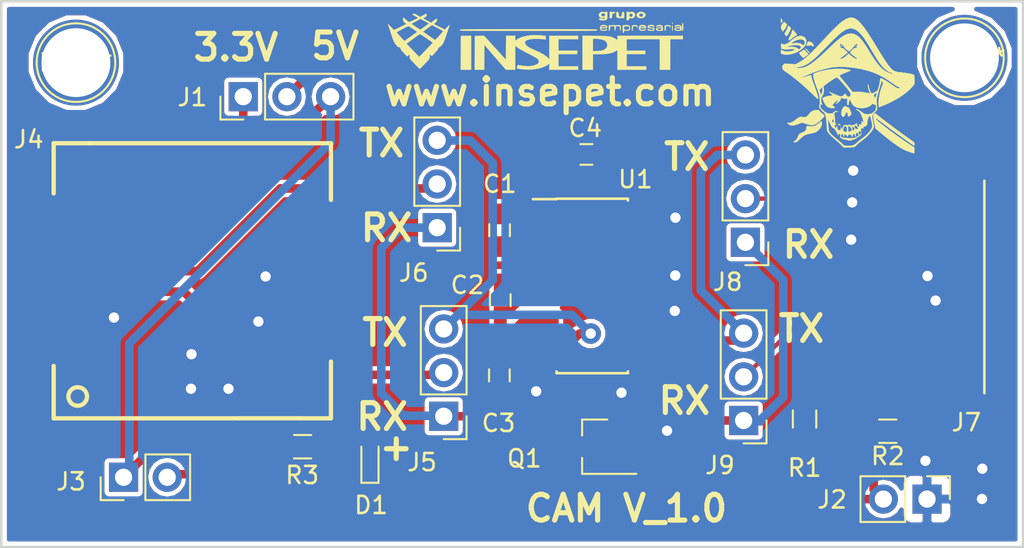
<source format=kicad_pcb>
(kicad_pcb (version 4) (host pcbnew 4.0.6)

  (general
    (links 41)
    (no_connects 0)
    (area 32.590999 27.1932 92.177001 61.143715)
    (thickness 1.6)
    (drawings 17)
    (tracks 257)
    (zones 0)
    (modules 23)
    (nets 37)
  )

  (page A4)
  (layers
    (0 F.Cu signal)
    (31 B.Cu signal)
    (32 B.Adhes user)
    (33 F.Adhes user)
    (34 B.Paste user)
    (35 F.Paste user)
    (36 B.SilkS user)
    (37 F.SilkS user)
    (38 B.Mask user)
    (39 F.Mask user)
    (40 Dwgs.User user)
    (41 Cmts.User user)
    (42 Eco1.User user)
    (43 Eco2.User user)
    (44 Edge.Cuts user)
    (45 Margin user)
    (46 B.CrtYd user)
    (47 F.CrtYd user)
    (48 B.Fab user hide)
    (49 F.Fab user hide)
  )

  (setup
    (last_trace_width 0.5)
    (trace_clearance 0.2)
    (zone_clearance 0.254)
    (zone_45_only no)
    (trace_min 0.2)
    (segment_width 0.2)
    (edge_width 0.15)
    (via_size 1.2)
    (via_drill 0.6)
    (via_min_size 0.4)
    (via_min_drill 0.3)
    (uvia_size 0.3)
    (uvia_drill 0.1)
    (uvias_allowed no)
    (uvia_min_size 0.2)
    (uvia_min_drill 0.1)
    (pcb_text_width 0.3)
    (pcb_text_size 1.5 1.5)
    (mod_edge_width 0.15)
    (mod_text_size 1 1)
    (mod_text_width 0.15)
    (pad_size 2 0.6)
    (pad_drill 0)
    (pad_to_mask_clearance 0.2)
    (aux_axis_origin 0 0)
    (visible_elements 7FFFFFFF)
    (pcbplotparams
      (layerselection 0x010f0_80000001)
      (usegerberextensions false)
      (excludeedgelayer false)
      (linewidth 0.100000)
      (plotframeref false)
      (viasonmask false)
      (mode 1)
      (useauxorigin false)
      (hpglpennumber 1)
      (hpglpenspeed 20)
      (hpglpendiameter 15)
      (hpglpenoverlay 2)
      (psnegative false)
      (psa4output false)
      (plotreference true)
      (plotvalue false)
      (plotinvisibletext false)
      (padsonsilk false)
      (subtractmaskfromsilk false)
      (outputformat 1)
      (mirror false)
      (drillshape 0)
      (scaleselection 1)
      (outputdirectory Gerber/))
  )

  (net 0 "")
  (net 1 "Net-(C1-Pad1)")
  (net 2 "Net-(C1-Pad2)")
  (net 3 "Net-(C2-Pad1)")
  (net 4 "Net-(C2-Pad2)")
  (net 5 GND)
  (net 6 "Net-(C3-Pad2)")
  (net 7 "Net-(C4-Pad1)")
  (net 8 /POWER)
  (net 9 "Net-(D1-Pad2)")
  (net 10 "Net-(D1-Pad1)")
  (net 11 +3V3)
  (net 12 +5V)
  (net 13 /TRIG)
  (net 14 "Net-(J4-Pad2)")
  (net 15 /A)
  (net 16 /B)
  (net 17 "Net-(J4-Pad7)")
  (net 18 "Net-(J4-Pad9)")
  (net 19 /RX)
  (net 20 /TX)
  (net 21 "Net-(J7-Pad11)")
  (net 22 "Net-(J7-Pad10)")
  (net 23 /PITO)
  (net 24 "Net-(J7-Pad8)")
  (net 25 "Net-(J7-Pad7)")
  (net 26 "Net-(J7-Pad6)")
  (net 27 /RX_QR)
  (net 28 /TX_QR)
  (net 29 "Net-(J7-Pad1)")
  (net 30 /RX_MAX)
  (net 31 /TX_MAX)
  (net 32 "Net-(Q1-Pad1)")
  (net 33 "Net-(U1-Pad11)")
  (net 34 "Net-(U1-Pad12)")
  (net 35 "Net-(U1-Pad13)")
  (net 36 "Net-(U1-Pad14)")

  (net_class Default "Esta es la clase de red por defecto."
    (clearance 0.2)
    (trace_width 0.5)
    (via_dia 1.2)
    (via_drill 0.6)
    (uvia_dia 0.3)
    (uvia_drill 0.1)
    (add_net +3V3)
    (add_net +5V)
    (add_net /A)
    (add_net /B)
    (add_net /PITO)
    (add_net /POWER)
    (add_net /RX)
    (add_net /RX_MAX)
    (add_net /RX_QR)
    (add_net /TRIG)
    (add_net /TX)
    (add_net /TX_MAX)
    (add_net /TX_QR)
    (add_net GND)
    (add_net "Net-(C1-Pad1)")
    (add_net "Net-(C1-Pad2)")
    (add_net "Net-(C2-Pad1)")
    (add_net "Net-(C2-Pad2)")
    (add_net "Net-(C3-Pad2)")
    (add_net "Net-(C4-Pad1)")
    (add_net "Net-(D1-Pad1)")
    (add_net "Net-(D1-Pad2)")
    (add_net "Net-(J4-Pad2)")
    (add_net "Net-(J4-Pad7)")
    (add_net "Net-(J4-Pad9)")
    (add_net "Net-(J7-Pad1)")
    (add_net "Net-(J7-Pad10)")
    (add_net "Net-(J7-Pad11)")
    (add_net "Net-(J7-Pad6)")
    (add_net "Net-(J7-Pad7)")
    (add_net "Net-(J7-Pad8)")
    (add_net "Net-(Q1-Pad1)")
    (add_net "Net-(U1-Pad11)")
    (add_net "Net-(U1-Pad12)")
    (add_net "Net-(U1-Pad13)")
    (add_net "Net-(U1-Pad14)")
  )

  (module Logos:Pirata (layer F.Cu) (tedit 0) (tstamp 595CFA47)
    (at 81.9 33.5)
    (fp_text reference G*** (at 0 0) (layer F.SilkS) hide
      (effects (font (thickness 0.3)))
    )
    (fp_text value LOGO (at 0.75 0) (layer F.SilkS) hide
      (effects (font (thickness 0.3)))
    )
    (fp_poly (pts (xy 1.879867 1.934938) (xy 2.049253 2.067243) (xy 2.243062 2.216061) (xy 2.453016 2.375238)
      (xy 2.670839 2.538623) (xy 2.888254 2.700062) (xy 3.096986 2.853404) (xy 3.288757 2.992496)
      (xy 3.455291 3.111186) (xy 3.56235 3.185646) (xy 3.685156 3.270057) (xy 3.772176 3.331936)
      (xy 3.829573 3.377398) (xy 3.863511 3.41256) (xy 3.880154 3.443542) (xy 3.885664 3.476458)
      (xy 3.8862 3.507063) (xy 3.882717 3.570019) (xy 3.874037 3.604548) (xy 3.870782 3.6068)
      (xy 3.84317 3.592214) (xy 3.779266 3.550631) (xy 3.68358 3.485313) (xy 3.560626 3.399522)
      (xy 3.414914 3.296519) (xy 3.250959 3.179566) (xy 3.07327 3.051926) (xy 2.886361 2.91686)
      (xy 2.694743 2.777631) (xy 2.502929 2.637499) (xy 2.31543 2.499726) (xy 2.136758 2.367576)
      (xy 1.971427 2.244308) (xy 1.823946 2.133186) (xy 1.69883 2.037471) (xy 1.68275 2.025017)
      (xy 1.656386 2.017229) (xy 1.651 2.041031) (xy 1.661361 2.066664) (xy 1.694227 2.106146)
      (xy 1.75227 2.161693) (xy 1.838162 2.235525) (xy 1.954576 2.329858) (xy 2.104184 2.44691)
      (xy 2.289658 2.5889) (xy 2.513672 2.758045) (xy 2.5273 2.768282) (xy 2.66588 2.870975)
      (xy 2.81909 2.982143) (xy 2.980967 3.097687) (xy 3.145549 3.213508) (xy 3.306875 3.325505)
      (xy 3.458982 3.42958) (xy 3.595908 3.521632) (xy 3.711692 3.597563) (xy 3.800371 3.653273)
      (xy 3.855984 3.684662) (xy 3.866497 3.689132) (xy 3.876372 3.71618) (xy 3.881699 3.780544)
      (xy 3.881446 3.868865) (xy 3.881082 3.878305) (xy 3.8735 4.060089) (xy 3.6576 3.990107)
      (xy 3.439167 3.911753) (xy 3.245047 3.82373) (xy 3.051585 3.714703) (xy 2.954323 3.653088)
      (xy 2.816796 3.559137) (xy 2.650699 3.438641) (xy 2.465425 3.298813) (xy 2.270368 3.146864)
      (xy 2.074919 2.990006) (xy 1.888474 2.835451) (xy 1.8796 2.82795) (xy 1.6129 2.602284)
      (xy 1.544882 2.272692) (xy 1.51261 2.113018) (xy 1.491233 1.994944) (xy 1.480528 1.910501)
      (xy 1.480276 1.851719) (xy 1.490255 1.81063) (xy 1.510244 1.779263) (xy 1.530617 1.758314)
      (xy 1.588034 1.704374) (xy 1.879867 1.934938)) (layer F.SilkS) (width 0.01))
    (fp_poly (pts (xy 0.269699 -3.852708) (xy 0.393591 -3.812915) (xy 0.3937 -3.812865) (xy 0.48689 -3.761302)
      (xy 0.583394 -3.689746) (xy 0.685409 -3.595339) (xy 0.79513 -3.475225) (xy 0.914755 -3.326545)
      (xy 1.04648 -3.146442) (xy 1.192501 -2.932059) (xy 1.355016 -2.680537) (xy 1.536221 -2.389019)
      (xy 1.713863 -2.0955) (xy 1.890365 -1.804043) (xy 2.045696 -1.554654) (xy 2.182127 -1.344335)
      (xy 2.301929 -1.170087) (xy 2.407377 -1.028913) (xy 2.500741 -0.917814) (xy 2.584295 -0.833792)
      (xy 2.660309 -0.773849) (xy 2.731058 -0.734986) (xy 2.750773 -0.727281) (xy 2.821105 -0.70877)
      (xy 2.925969 -0.689041) (xy 3.049253 -0.670874) (xy 3.1369 -0.660675) (xy 3.302261 -0.641203)
      (xy 3.462718 -0.617719) (xy 3.608183 -0.592091) (xy 3.728567 -0.566188) (xy 3.813784 -0.541876)
      (xy 3.841246 -0.530272) (xy 3.861818 -0.512657) (xy 3.87508 -0.479839) (xy 3.882542 -0.42215)
      (xy 3.885718 -0.329921) (xy 3.8862 -0.242735) (xy 3.8862 0.020743) (xy 3.771577 0.161454)
      (xy 3.608207 0.336225) (xy 3.401868 0.514917) (xy 3.159669 0.692916) (xy 2.888717 0.865604)
      (xy 2.59612 1.028366) (xy 2.288987 1.176585) (xy 2.060751 1.27253) (xy 1.8161 1.368877)
      (xy 1.796337 1.262288) (xy 1.786523 1.136676) (xy 1.794341 0.975984) (xy 1.817742 0.791967)
      (xy 1.854678 0.59638) (xy 1.903103 0.400976) (xy 1.960968 0.21751) (xy 1.99297 0.133512)
      (xy 2.026966 0.045547) (xy 2.041921 -0.012793) (xy 2.039865 -0.058106) (xy 2.02283 -0.10699)
      (xy 2.022491 -0.107788) (xy 2.008508 -0.141229) (xy 1.997334 -0.161491) (xy 1.986345 -0.163163)
      (xy 1.972916 -0.140833) (xy 1.954423 -0.08909) (xy 1.928244 -0.002522) (xy 1.891753 0.124283)
      (xy 1.865546 0.2159) (xy 1.807446 0.420066) (xy 1.762477 0.582605) (xy 1.729238 0.710566)
      (xy 1.706328 0.810998) (xy 1.692346 0.89095) (xy 1.685889 0.957471) (xy 1.685558 1.017611)
      (xy 1.689951 1.07842) (xy 1.691371 1.0922) (xy 1.701574 1.205755) (xy 1.709163 1.32302)
      (xy 1.711742 1.389857) (xy 1.711314 1.457238) (xy 1.701852 1.506989) (xy 1.676138 1.55322)
      (xy 1.626954 1.610044) (xy 1.56845 1.669994) (xy 1.500824 1.740594) (xy 1.455908 1.799059)
      (xy 1.431628 1.856898) (xy 1.425911 1.925622) (xy 1.436685 2.016741) (xy 1.461876 2.141763)
      (xy 1.473749 2.195813) (xy 1.503547 2.338036) (xy 1.519052 2.443403) (xy 1.518693 2.524235)
      (xy 1.500901 2.592857) (xy 1.464108 2.661591) (xy 1.406744 2.742761) (xy 1.403557 2.747033)
      (xy 1.297618 2.880982) (xy 1.188211 3.001026) (xy 1.064291 3.117824) (xy 0.914816 3.242032)
      (xy 0.793705 3.335587) (xy 0.691127 3.415503) (xy 0.60087 3.490137) (xy 0.532296 3.551455)
      (xy 0.494769 3.59142) (xy 0.493579 3.593161) (xy 0.450345 3.640367) (xy 0.387282 3.673564)
      (xy 0.296523 3.694677) (xy 0.170199 3.705632) (xy 0.022806 3.7084) (xy -0.251607 3.7084)
      (xy -0.334685 3.605019) (xy -0.388012 3.547243) (xy -0.469673 3.468914) (xy -0.568034 3.380833)
      (xy -0.659732 3.303364) (xy -0.851762 3.139679) (xy -1.003234 2.99674) (xy -1.113161 2.875615)
      (xy -1.180554 2.777374) (xy -1.203286 2.715299) (xy -1.209897 2.6549) (xy -1.217573 2.558115)
      (xy -1.225271 2.439315) (xy -1.230804 2.3368) (xy -1.247426 2.106468) (xy -1.252452 2.0701)
      (xy -1.139693 2.0701) (xy -1.127303 2.3368) (xy -1.120926 2.457266) (xy -1.113735 2.566783)
      (xy -1.106791 2.650268) (xy -1.102968 2.683051) (xy -1.078017 2.763241) (xy -1.02404 2.850655)
      (xy -0.937198 2.949669) (xy -0.813655 3.064659) (xy -0.649646 3.199943) (xy -0.540768 3.287912)
      (xy -0.442389 3.370642) (xy -0.36342 3.440405) (xy -0.312773 3.489473) (xy -0.303666 3.49997)
      (xy -0.25433 3.552556) (xy -0.209007 3.585301) (xy -0.207454 3.585964) (xy -0.151 3.597171)
      (xy -0.060472 3.603216) (xy 0.047681 3.604239) (xy 0.15701 3.600377) (xy 0.251067 3.591767)
      (xy 0.303805 3.581685) (xy 0.370011 3.55014) (xy 0.449986 3.494757) (xy 0.506838 3.445684)
      (xy 0.578946 3.380977) (xy 0.67632 3.299651) (xy 0.783037 3.214825) (xy 0.83663 3.173918)
      (xy 0.992 3.052885) (xy 1.113429 2.94694) (xy 1.211136 2.846055) (xy 1.29534 2.740206)
      (xy 1.331433 2.688455) (xy 1.38949 2.586538) (xy 1.418326 2.488236) (xy 1.419709 2.37839)
      (xy 1.395405 2.241838) (xy 1.387313 2.208786) (xy 1.363756 2.11031) (xy 1.343049 2.014813)
      (xy 1.335362 1.97485) (xy 1.313844 1.905126) (xy 1.280252 1.880076) (xy 1.275199 1.879817)
      (xy 1.242462 1.903229) (xy 1.209001 1.965004) (xy 1.178733 2.052919) (xy 1.155575 2.154747)
      (xy 1.143445 2.258266) (xy 1.142532 2.293849) (xy 1.137973 2.371382) (xy 1.123761 2.400913)
      (xy 1.11589 2.399243) (xy 1.089543 2.406251) (xy 1.074721 2.436252) (xy 1.052359 2.477501)
      (xy 1.03198 2.486599) (xy 0.958022 2.486504) (xy 0.921842 2.512197) (xy 0.9144 2.5527)
      (xy 0.903997 2.602265) (xy 0.880765 2.615546) (xy 0.856662 2.586035) (xy 0.856062 2.58445)
      (xy 0.836697 2.569842) (xy 0.798634 2.596268) (xy 0.797611 2.597241) (xy 0.767249 2.637275)
      (xy 0.768238 2.683687) (xy 0.779618 2.717781) (xy 0.793703 2.773601) (xy 0.788861 2.805665)
      (xy 0.787813 2.806444) (xy 0.762803 2.798421) (xy 0.752758 2.781154) (xy 0.72232 2.746204)
      (xy 0.676663 2.759579) (xy 0.650469 2.782159) (xy 0.625064 2.827827) (xy 0.635955 2.885412)
      (xy 0.655997 2.942566) (xy 0.656791 2.966728) (xy 0.638625 2.971797) (xy 0.637753 2.9718)
      (xy 0.615393 2.950273) (xy 0.599169 2.9083) (xy 0.573025 2.856594) (xy 0.538022 2.84524)
      (xy 0.503396 2.86712) (xy 0.478381 2.915117) (xy 0.472215 2.982113) (xy 0.475221 3.00382)
      (xy 0.47674 3.057996) (xy 0.460097 3.071923) (xy 0.436349 3.046904) (xy 0.4191 2.9972)
      (xy 0.401275 2.943894) (xy 0.381492 2.921015) (xy 0.381059 2.921) (xy 0.314334 2.94071)
      (xy 0.281904 2.997088) (xy 0.2794 3.025317) (xy 0.271792 3.077633) (xy 0.254 3.0988)
      (xy 0.232932 3.077669) (xy 0.2286 3.05111) (xy 0.20826 2.989886) (xy 0.151868 2.959871)
      (xy 0.079836 2.962182) (xy 0.022146 2.982469) (xy 0.001214 3.020077) (xy 0 3.039974)
      (xy -0.008434 3.081194) (xy -0.0254 3.0861) (xy -0.047182 3.050064) (xy -0.0508 3.024063)
      (xy -0.072933 2.980887) (xy -0.10795 2.962409) (xy -0.169407 2.94921) (xy -0.196509 2.958698)
      (xy -0.203118 2.997566) (xy -0.2032 3.0084) (xy -0.212566 3.062182) (xy -0.2286 3.0861)
      (xy -0.246694 3.076292) (xy -0.253997 3.027228) (xy -0.254 3.02581) (xy -0.266838 2.962309)
      (xy -0.306715 2.933092) (xy -0.348766 2.922765) (xy -0.370041 2.934632) (xy -0.380413 2.9799)
      (xy -0.384926 3.021863) (xy -0.387533 3.076261) (xy -0.37279 3.104972) (xy -0.328202 3.120778)
      (xy -0.2794 3.129825) (xy -0.20292 3.139733) (xy -0.09394 3.149665) (xy 0.029261 3.158067)
      (xy 0.088506 3.161119) (xy 0.247526 3.162465) (xy 0.373244 3.146406) (xy 0.48175 3.107413)
      (xy 0.589134 3.039957) (xy 0.695679 2.952487) (xy 0.760576 2.898564) (xy 0.809609 2.863574)
      (xy 0.831579 2.855112) (xy 0.825151 2.880486) (xy 0.793541 2.927822) (xy 0.748061 2.983745)
      (xy 0.700024 3.03488) (xy 0.660744 3.067852) (xy 0.646941 3.0734) (xy 0.610415 3.08819)
      (xy 0.552303 3.125709) (xy 0.520645 3.149643) (xy 0.437131 3.203491) (xy 0.345643 3.244943)
      (xy 0.320303 3.252726) (xy 0.233165 3.276205) (xy 0.152759 3.299531) (xy 0.141084 3.30315)
      (xy 0.065917 3.312559) (xy 0.008628 3.288967) (xy -0.06014 3.260917) (xy -0.127157 3.2512)
      (xy -0.20159 3.241771) (xy -0.280314 3.217228) (xy -0.353917 3.183186) (xy -0.412989 3.14526)
      (xy -0.448119 3.109064) (xy -0.449896 3.080215) (xy -0.432251 3.069166) (xy -0.417933 3.042115)
      (xy -0.425473 2.992679) (xy -0.448094 2.940436) (xy -0.479019 2.904963) (xy -0.490777 2.900087)
      (xy -0.522851 2.907863) (xy -0.533972 2.954347) (xy -0.534198 2.963587) (xy -0.537167 2.997351)
      (xy -0.548101 2.997754) (xy -0.571674 2.960313) (xy -0.605028 2.8956) (xy -0.670033 2.772007)
      (xy -0.698633 2.726416) (xy -0.262086 2.726416) (xy -0.231501 2.771869) (xy -0.165317 2.788795)
      (xy -0.1143 2.787518) (xy -0.068042 2.780362) (xy -0.045966 2.759362) (xy -0.039513 2.710236)
      (xy -0.039562 2.662792) (xy -0.044113 2.629367) (xy 0.025611 2.629367) (xy 0.031507 2.705335)
      (xy 0.044394 2.760342) (xy 0.05715 2.776924) (xy 0.114716 2.780215) (xy 0.181149 2.76162)
      (xy 0.213814 2.74116) (xy 0.227336 2.699594) (xy 0.215405 2.63728) (xy 0.185401 2.567522)
      (xy 0.182726 2.563322) (xy 0.254 2.563322) (xy 0.264105 2.653342) (xy 0.291253 2.706489)
      (xy 0.33069 2.718153) (xy 0.37766 2.683723) (xy 0.377879 2.68346) (xy 0.392805 2.63317)
      (xy 0.380784 2.570578) (xy 0.349693 2.515941) (xy 0.307413 2.489514) (xy 0.302315 2.4892)
      (xy 0.266246 2.502828) (xy 0.254202 2.551446) (xy 0.254 2.563322) (xy 0.182726 2.563322)
      (xy 0.144702 2.503625) (xy 0.100688 2.458895) (xy 0.090165 2.455666) (xy 0.399312 2.455666)
      (xy 0.406099 2.512878) (xy 0.424369 2.575789) (xy 0.441372 2.611139) (xy 0.469531 2.623916)
      (xy 0.521244 2.63196) (xy 0.574454 2.633662) (xy 0.607099 2.627413) (xy 0.6096 2.623405)
      (xy 0.599145 2.596531) (xy 0.573728 2.54433) (xy 0.571237 2.539491) (xy 0.525385 2.475743)
      (xy 0.470533 2.432588) (xy 0.421083 2.420127) (xy 0.407746 2.424867) (xy 0.399312 2.455666)
      (xy 0.090165 2.455666) (xy 0.060737 2.446636) (xy 0.0524 2.45011) (xy 0.035804 2.484312)
      (xy 0.026959 2.549878) (xy 0.025611 2.629367) (xy -0.044113 2.629367) (xy -0.052343 2.568933)
      (xy -0.083172 2.501044) (xy -0.124673 2.464305) (xy -0.169468 2.463897) (xy -0.210182 2.505)
      (xy -0.223454 2.53365) (xy -0.25882 2.648366) (xy -0.262086 2.726416) (xy -0.698633 2.726416)
      (xy -0.724529 2.685138) (xy -0.776534 2.624416) (xy -0.834067 2.579262) (xy -0.85427 2.566777)
      (xy -0.918324 2.515042) (xy -0.962689 2.454529) (xy -0.967031 2.444065) (xy -0.99127 2.383736)
      (xy -1.029375 2.298341) (xy -1.06569 2.221718) (xy -1.085893 2.180324) (xy -0.906804 2.180324)
      (xy -0.900565 2.213378) (xy -0.874681 2.255492) (xy -0.84491 2.249427) (xy -0.828218 2.220422)
      (xy -0.812662 2.154742) (xy -0.815405 2.100303) (xy -0.834314 2.072294) (xy -0.848937 2.072861)
      (xy -0.893463 2.114104) (xy -0.906804 2.180324) (xy -1.085893 2.180324) (xy -1.139693 2.0701)
      (xy -1.252452 2.0701) (xy -1.27243 1.92554) (xy -1.305975 1.793287) (xy -1.348222 1.708983)
      (xy -1.37523 1.682787) (xy -1.443524 1.628166) (xy -1.516898 1.556246) (xy -1.584277 1.4796)
      (xy -1.634586 1.410801) (xy -1.656617 1.363353) (xy -1.656484 1.300697) (xy -1.655394 1.293772)
      (xy -1.598856 1.293772) (xy -1.573599 1.380861) (xy -1.506013 1.473046) (xy -1.393522 1.574629)
      (xy -1.339693 1.615686) (xy -1.256683 1.674183) (xy -1.194114 1.707653) (xy -1.132916 1.722996)
      (xy -1.054018 1.727114) (xy -1.031562 1.7272) (xy -0.941497 1.724732) (xy -0.884371 1.713288)
      (xy -0.842407 1.686808) (xy -0.808049 1.651) (xy -0.735395 1.590208) (xy -0.665038 1.578968)
      (xy -0.595405 1.614096) (xy -0.565917 1.640003) (xy -0.574407 1.646473) (xy -0.626714 1.637896)
      (xy -0.626983 1.637845) (xy -0.689571 1.633965) (xy -0.730888 1.66073) (xy -0.751959 1.689593)
      (xy -0.779823 1.74465) (xy -0.779072 1.797638) (xy -0.764963 1.842871) (xy -0.749794 1.912718)
      (xy -0.740552 2.011189) (xy -0.739178 2.11056) (xy -0.739735 2.210683) (xy -0.732836 2.271704)
      (xy -0.716438 2.305031) (xy -0.702442 2.315796) (xy -0.667804 2.345803) (xy -0.663203 2.370424)
      (xy -0.689788 2.374283) (xy -0.698286 2.371467) (xy -0.73616 2.376838) (xy -0.756617 2.419472)
      (xy -0.754774 2.487401) (xy -0.751556 2.501956) (xy -0.72628 2.548984) (xy -0.692364 2.564273)
      (xy -0.665943 2.545322) (xy -0.6604 2.516099) (xy -0.652706 2.463564) (xy -0.635236 2.454062)
      (xy -0.616408 2.483194) (xy -0.604739 2.545177) (xy -0.592171 2.6219) (xy -0.562689 2.666447)
      (xy -0.5334 2.685059) (xy -0.472303 2.70797) (xy -0.435197 2.696275) (xy -0.413843 2.643799)
      (xy -0.404994 2.588827) (xy -0.394997 2.529831) (xy -0.384159 2.515185) (xy -0.37086 2.546759)
      (xy -0.353478 2.626422) (xy -0.348263 2.6543) (xy -0.33773 2.669351) (xy -0.320439 2.63494)
      (xy -0.306811 2.5908) (xy -0.278706 2.511288) (xy -0.246275 2.447316) (xy -0.235001 2.43205)
      (xy -0.174565 2.394742) (xy -0.104989 2.391853) (xy -0.056481 2.417479) (xy -0.023924 2.431552)
      (xy 0.018737 2.406238) (xy 0.024149 2.401432) (xy 0.065713 2.371174) (xy 0.102425 2.37546)
      (xy 0.134779 2.39474) (xy 0.195815 2.418766) (xy 0.229467 2.412463) (xy 0.271872 2.400561)
      (xy 0.285814 2.404264) (xy 0.320994 2.402592) (xy 0.379308 2.382342) (xy 0.441079 2.352284)
      (xy 0.486631 2.321186) (xy 0.49572 2.31072) (xy 0.523071 2.285563) (xy 0.539749 2.304184)
      (xy 0.539666 2.356421) (xy 0.544821 2.419887) (xy 0.57246 2.47015) (xy 0.611645 2.495954)
      (xy 0.651439 2.486038) (xy 0.65852 2.478764) (xy 0.676258 2.433163) (xy 0.661268 2.389223)
      (xy 0.64869 2.346578) (xy 0.667905 2.339101) (xy 0.705043 2.366203) (xy 0.745681 2.383447)
      (xy 0.780498 2.360705) (xy 0.801317 2.308741) (xy 0.800421 2.240678) (xy 0.794596 2.181764)
      (xy 0.808086 2.169054) (xy 0.811179 2.170698) (xy 0.83607 2.20848) (xy 0.8382 2.223999)
      (xy 0.846512 2.259535) (xy 0.865338 2.255571) (xy 0.885508 2.219437) (xy 0.895653 2.17805)
      (xy 0.886932 2.072643) (xy 0.850866 1.9812) (xy 0.812571 1.895188) (xy 0.783147 1.812461)
      (xy 0.776121 1.785762) (xy 0.747986 1.724277) (xy 0.695026 1.654029) (xy 0.630266 1.588363)
      (xy 0.566729 1.540621) (xy 0.520626 1.524) (xy 0.486872 1.510261) (xy 0.4826 1.4986)
      (xy 0.500177 1.47041) (xy 0.549999 1.475621) (xy 0.627694 1.512417) (xy 0.728895 1.578983)
      (xy 0.792852 1.627516) (xy 0.876041 1.686003) (xy 0.96047 1.734061) (xy 1.005898 1.753457)
      (xy 1.14757 1.775635) (xy 1.293886 1.756391) (xy 1.431261 1.700546) (xy 1.546109 1.612921)
      (xy 1.601736 1.542033) (xy 1.631914 1.471036) (xy 1.647116 1.389464) (xy 1.64777 1.310785)
      (xy 1.634301 1.248468) (xy 1.607136 1.215981) (xy 1.591361 1.214534) (xy 1.535615 1.205041)
      (xy 1.50195 1.184131) (xy 1.472715 1.164622) (xy 1.443231 1.170557) (xy 1.399796 1.207202)
      (xy 1.373757 1.233363) (xy 1.266045 1.312283) (xy 1.123961 1.371421) (xy 0.960834 1.408462)
      (xy 0.789994 1.421091) (xy 0.62477 1.406993) (xy 0.522887 1.381115) (xy 0.381249 1.306953)
      (xy 0.267218 1.193832) (xy 0.188542 1.049554) (xy 0.185691 1.041706) (xy 0.157492 0.97067)
      (xy 0.13345 0.924459) (xy 0.123142 0.9144) (xy 0.109475 0.936742) (xy 0.091439 0.992924)
      (xy 0.073021 1.066676) (xy 0.058207 1.14173) (xy 0.050986 1.201816) (xy 0.0508 1.209612)
      (xy 0.031467 1.238928) (xy 0.007979 1.240078) (xy -0.014921 1.227375) (xy -0.027632 1.193173)
      (xy -0.032498 1.126709) (xy -0.032476 1.054179) (xy -0.032756 0.963359) (xy -0.035739 0.893528)
      (xy -0.040786 0.859296) (xy -0.041017 0.85888) (xy -0.069711 0.854181) (xy -0.124678 0.866637)
      (xy -0.129486 0.868272) (xy -0.196226 0.882583) (xy -0.235605 0.866755) (xy -0.279772 0.84648)
      (xy -0.344458 0.8382) (xy -0.399246 0.843029) (xy -0.416646 0.865025) (xy -0.413397 0.897621)
      (xy -0.416268 0.940886) (xy -0.446562 0.989159) (xy -0.511369 1.053205) (xy -0.522095 1.062721)
      (xy -0.587955 1.117852) (xy -0.639797 1.156087) (xy -0.663977 1.1684) (xy -0.685144 1.154035)
      (xy -0.669878 1.117286) (xy -0.635 1.0795) (xy -0.597622 1.032709) (xy -0.584132 0.989698)
      (xy -0.598499 0.966193) (xy -0.606153 0.9652) (xy -0.637997 0.982415) (xy -0.689847 1.026531)
      (xy -0.750899 1.086256) (xy -0.81035 1.150295) (xy -0.857395 1.207355) (xy -0.881233 1.246142)
      (xy -0.882016 1.253577) (xy -0.854127 1.284864) (xy -0.804575 1.315835) (xy -0.750122 1.352347)
      (xy -0.74152 1.383109) (xy -0.773912 1.405489) (xy -0.842445 1.416855) (xy -0.942265 1.414575)
      (xy -0.979366 1.410615) (xy -1.098284 1.385586) (xy -1.192222 1.338705) (xy -1.271132 1.261786)
      (xy -1.344966 1.146642) (xy -1.377916 1.082763) (xy -1.42088 0.989328) (xy -1.451307 0.911209)
      (xy -1.464601 0.860762) (xy -1.46408 0.851069) (xy -1.425899 0.810708) (xy -1.349169 0.770221)
      (xy -1.245931 0.734076) (xy -1.12823 0.706741) (xy -1.044211 0.695291) (xy -0.85673 0.677866)
      (xy -0.980815 0.568509) (xy -1.051113 0.503964) (xy -1.08088 0.469062) (xy -1.069956 0.462607)
      (xy -1.018178 0.4834) (xy -0.972333 0.505964) (xy -0.875544 0.552035) (xy -0.762743 0.601028)
      (xy -0.645651 0.648415) (xy -0.535992 0.689664) (xy -0.445489 0.720244) (xy -0.385865 0.735626)
      (xy -0.375562 0.7366) (xy -0.324247 0.719591) (xy -0.26029 0.676747) (xy -0.234963 0.654257)
      (xy -0.150008 0.571915) (xy -0.066929 0.670871) (xy -0.011373 0.730545) (xy 0.031376 0.755757)
      (xy 0.076045 0.754734) (xy 0.081034 0.753543) (xy 0.133856 0.717069) (xy 0.152331 0.677195)
      (xy 1.507632 0.677195) (xy 1.51393 0.702666) (xy 1.531698 0.722526) (xy 1.565352 0.765072)
      (xy 1.5748 0.789214) (xy 1.59207 0.812387) (xy 1.59602 0.8128) (xy 1.613526 0.790399)
      (xy 1.637404 0.732257) (xy 1.657784 0.667131) (xy 1.677956 0.588343) (xy 1.68909 0.531945)
      (xy 1.689395 0.512528) (xy 1.667456 0.52296) (xy 1.620936 0.559385) (xy 1.584528 0.591509)
      (xy 1.529428 0.644451) (xy 1.507632 0.677195) (xy 0.152331 0.677195) (xy 0.16433 0.651299)
      (xy 0.166476 0.575029) (xy 0.151586 0.53188) (xy 0.111873 0.469931) (xy 0.046714 0.381922)
      (xy -0.037438 0.275366) (xy -0.134131 0.157776) (xy -0.236914 0.036666) (xy -0.339334 -0.08045)
      (xy -0.434939 -0.18606) (xy -0.517277 -0.272649) (xy -0.579896 -0.332704) (xy -0.611298 -0.356509)
      (xy -0.639802 -0.36085) (xy -0.684333 -0.347282) (xy -0.751699 -0.312462) (xy -0.848711 -0.253045)
      (xy -0.931365 -0.199338) (xy -1.046665 -0.122079) (xy -1.156729 -0.046003) (xy -1.24903 0.020092)
      (xy -1.310664 0.067097) (xy -1.414827 0.152313) (xy -1.393499 0.285706) (xy -1.382508 0.438621)
      (xy -1.406244 0.569552) (xy -1.468249 0.696619) (xy -1.476296 0.709204) (xy -1.533371 0.835881)
      (xy -1.550072 0.969827) (xy -1.525151 1.09607) (xy -1.511144 1.126853) (xy -1.480245 1.196145)
      (xy -1.476808 1.230196) (xy -1.500448 1.22573) (xy -1.520862 1.20934) (xy -1.557438 1.180923)
      (xy -1.57582 1.188404) (xy -1.584362 1.20748) (xy -1.598856 1.293772) (xy -1.655394 1.293772)
      (xy -1.644386 1.223902) (xy -1.643252 1.2192) (xy -1.629159 1.148776) (xy -1.624179 1.095688)
      (xy -1.624364 1.0922) (xy -1.626877 1.049821) (xy -1.630715 0.971884) (xy -1.635137 0.873588)
      (xy -1.636108 0.8509) (xy -1.642768 0.756384) (xy -1.656324 0.668959) (xy -1.680189 0.575221)
      (xy -1.717771 0.461764) (xy -1.756395 0.358263) (xy -1.643467 0.358263) (xy -1.604954 0.496631)
      (xy -1.582492 0.571659) (xy -1.564424 0.621908) (xy -1.556625 0.635) (xy -1.541558 0.614093)
      (xy -1.516585 0.562302) (xy -1.510004 0.546915) (xy -1.487981 0.467628) (xy -1.474833 0.368972)
      (xy -1.4732 0.326033) (xy -1.4732 0.193234) (xy -1.558334 0.275748) (xy -1.643467 0.358263)
      (xy -1.756395 0.358263) (xy -1.772195 0.315924) (xy -1.86062 0.076267) (xy -1.929034 -0.129812)
      (xy -1.976508 -0.299131) (xy -2.002114 -0.428509) (xy -2.0066 -0.487443) (xy -2.002498 -0.542765)
      (xy -1.982101 -0.578338) (xy -1.933275 -0.608456) (xy -1.88595 -0.62957) (xy -1.658565 -0.710875)
      (xy -1.395593 -0.778071) (xy -1.110756 -0.829255) (xy -0.81778 -0.862527) (xy -0.530389 -0.875982)
      (xy -0.262305 -0.867721) (xy -0.204849 -0.862552) (xy -0.086042 -0.848169) (xy 0.021265 -0.831261)
      (xy 0.102132 -0.814375) (xy 0.132413 -0.805044) (xy 0.16266 -0.791369) (xy 0.173638 -0.778639)
      (xy 0.159557 -0.762839) (xy 0.114629 -0.739956) (xy 0.033064 -0.705975) (xy -0.068549 -0.665701)
      (xy -0.185292 -0.618178) (xy -0.290592 -0.572579) (xy -0.3718 -0.534544) (xy -0.412442 -0.512368)
      (xy -0.480402 -0.467787) (xy 0.2921 0.479413) (xy 0.4953 0.465727) (xy 0.647617 0.465079)
      (xy 0.830533 0.479509) (xy 1.026788 0.507054) (xy 1.219124 0.545752) (xy 1.237203 0.550093)
      (xy 1.293306 0.563781) (xy 1.241861 0.417412) (xy 1.212519 0.321942) (xy 1.189658 0.225171)
      (xy 1.174843 0.137891) (xy 1.169636 0.070896) (xy 1.1756 0.034978) (xy 1.186243 0.033429)
      (xy 1.205165 0.066464) (xy 1.222382 0.130833) (xy 1.227504 0.161764) (xy 1.244723 0.239866)
      (xy 1.274483 0.333244) (xy 1.310905 0.427219) (xy 1.348107 0.507112) (xy 1.380208 0.558244)
      (xy 1.389891 0.567106) (xy 1.421939 0.562379) (xy 1.484467 0.53625) (xy 1.564808 0.494132)
      (xy 1.576877 0.487198) (xy 1.7399 0.39248) (xy 1.799127 0.18989) (xy 1.830279 0.068773)
      (xy 1.85634 -0.058666) (xy 1.871949 -0.16601) (xy 1.872455 -0.17145) (xy 1.883596 -0.253667)
      (xy 1.898704 -0.311034) (xy 1.912932 -0.3302) (xy 1.964071 -0.316362) (xy 2.047058 -0.278477)
      (xy 2.152379 -0.221993) (xy 2.27052 -0.152355) (xy 2.391966 -0.075009) (xy 2.507204 0.004598)
      (xy 2.54 0.02875) (xy 2.685853 0.134425) (xy 2.799298 0.207877) (xy 2.885026 0.251582)
      (xy 2.947727 0.268018) (xy 2.984153 0.263318) (xy 3.015129 0.236582) (xy 3.003935 0.206077)
      (xy 2.956588 0.184118) (xy 2.94441 0.181984) (xy 2.896192 0.163422) (xy 2.821605 0.12145)
      (xy 2.734273 0.063981) (xy 2.7051 0.043051) (xy 2.383022 -0.182318) (xy 2.079881 -0.370183)
      (xy 1.785883 -0.524938) (xy 1.491237 -0.650975) (xy 1.186151 -0.752687) (xy 0.860831 -0.834467)
      (xy 0.6604 -0.874246) (xy 0.223857 -0.941768) (xy -0.173627 -0.978312) (xy -0.533202 -0.983945)
      (xy -0.8255 -0.962627) (xy -1.071872 -0.921504) (xy -1.349781 -0.85566) (xy -1.648444 -0.76847)
      (xy -1.957075 -0.663308) (xy -2.26489 -0.543551) (xy -2.516457 -0.43344) (xy -2.604365 -0.390921)
      (xy -2.645159 -0.366584) (xy -2.639158 -0.360433) (xy -2.586686 -0.372472) (xy -2.488062 -0.402706)
      (xy -2.4003 -0.431801) (xy -2.277927 -0.472366) (xy -2.195559 -0.496054) (xy -2.145302 -0.502903)
      (xy -2.119259 -0.492949) (xy -2.109536 -0.466229) (xy -2.1082 -0.433174) (xy -2.106332 -0.406112)
      (xy -2.099618 -0.370006) (xy -2.086397 -0.319847) (xy -2.065008 -0.250625) (xy -2.033788 -0.15733)
      (xy -1.991077 -0.034955) (xy -1.935212 0.121512) (xy -1.864532 0.317079) (xy -1.804983 0.480932)
      (xy -1.763287 0.603305) (xy -1.730948 0.713478) (xy -1.711203 0.799394) (xy -1.70689 0.846125)
      (xy -1.711078 0.873445) (xy -1.720604 0.88651) (xy -1.741053 0.88161) (xy -1.778011 0.855038)
      (xy -1.837063 0.803085) (xy -1.923796 0.722042) (xy -1.9939 0.65558) (xy -2.263972 0.401771)
      (xy -2.50621 0.180101) (xy -2.726993 -0.014838) (xy -2.932705 -0.188456) (xy -3.129727 -0.346161)
      (xy -3.32444 -0.493363) (xy -3.488139 -0.610925) (xy -3.607413 -0.695172) (xy -3.691429 -0.756885)
      (xy -3.746588 -0.8026) (xy -3.779294 -0.838854) (xy -3.795948 -0.872182) (xy -3.802953 -0.90912)
      (xy -3.805097 -0.934484) (xy -3.804984 -0.9398) (xy -2.9718 -0.9398) (xy -2.948998 -0.922381)
      (xy -2.888773 -0.914769) (xy -2.803403 -0.916247) (xy -2.705164 -0.926096) (xy -2.60633 -0.943599)
      (xy -2.525171 -0.965933) (xy -2.409235 -1.011463) (xy -2.290477 -1.070386) (xy -2.164904 -1.145787)
      (xy -2.028522 -1.240751) (xy -1.877337 -1.358361) (xy -1.707355 -1.501702) (xy -1.514583 -1.673858)
      (xy -1.295027 -1.877914) (xy -1.085045 -2.078089) (xy -0.990515 -2.16824) (xy -0.442806 -2.16824)
      (xy -0.40913 -2.107712) (xy -0.343783 -2.083059) (xy -0.334789 -2.0828) (xy -0.280352 -2.069198)
      (xy -0.214034 -2.024635) (xy -0.130685 -1.946832) (xy 0.003595 -1.810863) (xy -0.159314 -1.682838)
      (xy -0.243382 -1.617841) (xy -0.318422 -1.561702) (xy -0.37051 -1.524796) (xy -0.377011 -1.520597)
      (xy -0.418526 -1.487766) (xy -0.4318 -1.466607) (xy -0.411029 -1.45782) (xy -0.359905 -1.464508)
      (xy -0.295218 -1.483207) (xy -0.242874 -1.505564) (xy -0.198809 -1.535885) (xy -0.133746 -1.589242)
      (xy -0.073081 -1.643676) (xy 0.047485 -1.756452) (xy 0.216002 -1.617451) (xy 0.323662 -1.536602)
      (xy 0.417008 -1.481861) (xy 0.489026 -1.456599) (xy 0.532703 -1.464191) (xy 0.53336 -1.46482)
      (xy 0.525366 -1.486747) (xy 0.49526 -1.513419) (xy 0.390921 -1.58971) (xy 0.293922 -1.664496)
      (xy 0.212427 -1.73107) (xy 0.154597 -1.782727) (xy 0.128596 -1.812758) (xy 0.127929 -1.815228)
      (xy 0.14409 -1.844549) (xy 0.187308 -1.897592) (xy 0.246695 -1.961278) (xy 0.333656 -2.039575)
      (xy 0.402137 -2.077588) (xy 0.434085 -2.0828) (xy 0.506584 -2.099776) (xy 0.545464 -2.152537)
      (xy 0.552745 -2.24384) (xy 0.552705 -2.24441) (xy 0.5463 -2.304532) (xy 0.538886 -2.335587)
      (xy 0.537437 -2.33675) (xy 0.510999 -2.321153) (xy 0.46361 -2.282333) (xy 0.408428 -2.232446)
      (xy 0.358609 -2.18365) (xy 0.327312 -2.148103) (xy 0.322804 -2.138429) (xy 0.309436 -2.111206)
      (xy 0.269558 -2.06262) (xy 0.21486 -2.0048) (xy 0.157028 -1.949873) (xy 0.107751 -1.909968)
      (xy 0.094842 -1.901878) (xy 0.062406 -1.895574) (xy 0.019287 -1.913152) (xy -0.04421 -1.959652)
      (xy -0.089313 -1.997637) (xy -0.162093 -2.06589) (xy -0.199539 -2.113597) (xy -0.199855 -2.135668)
      (xy -0.196961 -2.159753) (xy -0.239201 -2.196715) (xy -0.2443 -2.200015) (xy -0.308691 -2.246661)
      (xy -0.35858 -2.291696) (xy -0.39854 -2.329255) (xy -0.421469 -2.325351) (xy -0.4375 -2.27591)
      (xy -0.441106 -2.258521) (xy -0.442806 -2.16824) (xy -0.990515 -2.16824) (xy -0.894244 -2.26005)
      (xy -0.733356 -2.409619) (xy -0.597125 -2.531058) (xy -0.480291 -2.62863) (xy -0.377597 -2.706597)
      (xy -0.283783 -2.769222) (xy -0.193591 -2.820767) (xy -0.12942 -2.852716) (xy 0.042243 -2.914107)
      (xy 0.204812 -2.929555) (xy 0.364238 -2.898179) (xy 0.526474 -2.819098) (xy 0.639757 -2.738947)
      (xy 0.724577 -2.658887) (xy 0.825511 -2.539055) (xy 0.943715 -2.377864) (xy 1.080347 -2.173726)
      (xy 1.236562 -1.925053) (xy 1.256584 -1.8923) (xy 1.425118 -1.621997) (xy 1.576393 -1.393617)
      (xy 1.714273 -1.202882) (xy 1.84262 -1.045514) (xy 1.965299 -0.917236) (xy 2.086171 -0.813769)
      (xy 2.2091 -0.730836) (xy 2.337949 -0.664159) (xy 2.383301 -0.644634) (xy 2.486426 -0.604936)
      (xy 2.55099 -0.587587) (xy 2.583499 -0.591487) (xy 2.5908 -0.6096) (xy 2.569855 -0.631194)
      (xy 2.546714 -0.635) (xy 2.469456 -0.65309) (xy 2.369882 -0.702691) (xy 2.258803 -0.776805)
      (xy 2.147032 -0.868432) (xy 2.07008 -0.943559) (xy 1.990417 -1.031573) (xy 1.913515 -1.124986)
      (xy 1.834958 -1.230271) (xy 1.750324 -1.353901) (xy 1.655197 -1.502351) (xy 1.545156 -1.682094)
      (xy 1.415782 -1.899604) (xy 1.405129 -1.9177) (xy 1.288601 -2.115008) (xy 1.192869 -2.275006)
      (xy 1.113542 -2.404501) (xy 1.046231 -2.510302) (xy 0.986547 -2.599215) (xy 0.9301 -2.678049)
      (xy 0.8725 -2.753611) (xy 0.83825 -2.796853) (xy 0.676605 -2.976849) (xy 0.519356 -3.106981)
      (xy 0.36544 -3.18789) (xy 0.21379 -3.220218) (xy 0.138852 -3.218402) (xy 0.046145 -3.202707)
      (xy -0.047888 -3.172973) (xy -0.146948 -3.126344) (xy -0.254732 -3.059965) (xy -0.374941 -2.97098)
      (xy -0.511273 -2.856535) (xy -0.667428 -2.713773) (xy -0.847105 -2.539839) (xy -1.054003 -2.331879)
      (xy -1.188989 -2.193457) (xy -1.400035 -1.977268) (xy -1.581668 -1.79469) (xy -1.738448 -1.641566)
      (xy -1.874931 -1.513737) (xy -1.995676 -1.407042) (xy -2.105239 -1.317323) (xy -2.20818 -1.24042)
      (xy -2.305848 -1.174243) (xy -2.444187 -1.096615) (xy -2.593812 -1.032195) (xy -2.738828 -0.986712)
      (xy -2.863342 -0.9659) (xy -2.885576 -0.9652) (xy -2.943265 -0.958637) (xy -2.971291 -0.942561)
      (xy -2.9718 -0.9398) (xy -3.804984 -0.9398) (xy -3.803399 -1.014326) (xy -3.777745 -1.071853)
      (xy -3.746357 -1.107353) (xy -3.67982 -1.17389) (xy -3.0353 -1.138478) (xy -2.8829 -1.218796)
      (xy -2.765007 -1.285085) (xy -2.648163 -1.360152) (xy -2.528294 -1.44767) (xy -2.401327 -1.551315)
      (xy -2.263187 -1.674761) (xy -2.109801 -1.821683) (xy -1.937093 -1.995756) (xy -1.74099 -2.200653)
      (xy -1.517418 -2.44005) (xy -1.460278 -2.5019) (xy -1.220469 -2.760046) (xy -1.010002 -2.982198)
      (xy -0.825592 -3.171299) (xy -0.663952 -3.330292) (xy -0.521797 -3.462119) (xy -0.39584 -3.569724)
      (xy -0.282795 -3.656048) (xy -0.179377 -3.724036) (xy -0.082299 -3.776628) (xy 0.005266 -3.814338)
      (xy 0.145606 -3.853163) (xy 0.269699 -3.852708)) (layer F.SilkS) (width 0.01))
    (fp_poly (pts (xy -1.500128 2.219992) (xy -1.49865 2.294605) (xy -1.509062 2.382569) (xy -1.529675 2.466332)
      (xy -1.547248 2.509261) (xy -1.618186 2.614366) (xy -1.714702 2.715614) (xy -1.819613 2.796533)
      (xy -1.881023 2.829141) (xy -1.948622 2.851138) (xy -2.047878 2.87612) (xy -2.160211 2.899533)
      (xy -2.190361 2.904992) (xy -2.318251 2.930033) (xy -2.418899 2.958913) (xy -2.505529 2.99868)
      (xy -2.591364 3.05638) (xy -2.689629 3.139062) (xy -2.772509 3.215218) (xy -2.867428 3.301659)
      (xy -2.936507 3.357539) (xy -2.98907 3.38896) (xy -3.034438 3.402025) (xy -3.060274 3.4036)
      (xy -3.123161 3.396788) (xy -3.160805 3.380191) (xy -3.1623 3.3782) (xy -3.156811 3.356236)
      (xy -3.139816 3.3528) (xy -3.077516 3.329721) (xy -3.010022 3.266441) (xy -2.945042 3.171892)
      (xy -2.896375 3.070707) (xy -2.859813 2.984227) (xy -2.82637 2.930176) (xy -2.781247 2.893448)
      (xy -2.709644 2.858936) (xy -2.674322 2.844057) (xy -2.554515 2.789084) (xy -2.476387 2.738682)
      (xy -2.432263 2.685389) (xy -2.414469 2.621742) (xy -2.413 2.589973) (xy -2.402102 2.504259)
      (xy -2.365593 2.459401) (xy -2.297754 2.451405) (xy -2.233095 2.464366) (xy -2.081991 2.479187)
      (xy -1.926059 2.444564) (xy -1.767719 2.361335) (xy -1.639662 2.259142) (xy -1.579173 2.208395)
      (xy -1.533262 2.179052) (xy -1.515187 2.17628) (xy -1.500128 2.219992)) (layer F.SilkS) (width 0.01))
    (fp_poly (pts (xy -1.697835 1.530477) (xy -1.668217 1.547943) (xy -1.65469 1.567906) (xy -1.621646 1.608142)
      (xy -1.560778 1.665563) (xy -1.487194 1.726202) (xy -1.417141 1.783651) (xy -1.366668 1.831535)
      (xy -1.346245 1.859878) (xy -1.346201 1.86056) (xy -1.364326 1.897834) (xy -1.413502 1.959513)
      (xy -1.485929 2.037275) (xy -1.573807 2.122794) (xy -1.669335 2.207748) (xy -1.679787 2.216543)
      (xy -1.809863 2.31578) (xy -1.92616 2.378788) (xy -2.040953 2.407516) (xy -2.166515 2.403915)
      (xy -2.315121 2.369934) (xy -2.423565 2.334689) (xy -2.648111 2.256379) (xy -2.885884 2.347389)
      (xy -3.046172 2.402593) (xy -3.17251 2.430812) (xy -3.273505 2.432799) (xy -3.357766 2.409309)
      (xy -3.3909 2.391621) (xy -3.455268 2.3456) (xy -3.504543 2.299397) (xy -3.5052 2.298603)
      (xy -3.527718 2.266964) (xy -3.514319 2.26069) (xy -3.472499 2.269809) (xy -3.372519 2.274372)
      (xy -3.259768 2.239442) (xy -3.129683 2.163171) (xy -3.036923 2.09318) (xy -2.926494 2.007137)
      (xy -2.842513 1.951632) (xy -2.77432 1.922512) (xy -2.711256 1.915621) (xy -2.642659 1.926807)
      (xy -2.623264 1.931978) (xy -2.522503 1.947225) (xy -2.435316 1.927751) (xy -2.351196 1.869008)
      (xy -2.269468 1.77886) (xy -2.168039 1.665164) (xy -2.07267 1.590761) (xy -1.970157 1.547938)
      (xy -1.847293 1.528983) (xy -1.840884 1.528555) (xy -1.750896 1.524965) (xy -1.697835 1.530477)) (layer F.SilkS) (width 0.01))
    (fp_poly (pts (xy -2.41134 -1.864754) (xy -2.349682 -1.800261) (xy -2.305143 -1.749857) (xy -2.287105 -1.724178)
      (xy -2.287072 -1.723902) (xy -2.305325 -1.701276) (xy -2.352913 -1.659873) (xy -2.417066 -1.609338)
      (xy -2.485017 -1.559317) (xy -2.543995 -1.519455) (xy -2.581231 -1.499398) (xy -2.585338 -1.4986)
      (xy -2.611008 -1.51696) (xy -2.658376 -1.565425) (xy -2.717852 -1.63408) (xy -2.726528 -1.64465)
      (xy -2.786642 -1.720905) (xy -2.817092 -1.768561) (xy -2.822083 -1.796886) (xy -2.805817 -1.815146)
      (xy -2.804296 -1.8161) (xy -2.759772 -1.844174) (xy -2.691671 -1.887825) (xy -2.648763 -1.915554)
      (xy -2.534537 -1.989607) (xy -2.41134 -1.864754)) (layer F.SilkS) (width 0.01))
    (fp_poly (pts (xy -2.660834 -2.779174) (xy -2.566753 -2.74389) (xy -2.474929 -2.670493) (xy -2.4161 -2.568191)
      (xy -2.396116 -2.451018) (xy -2.409022 -2.365463) (xy -2.472768 -2.226322) (xy -2.579828 -2.094676)
      (xy -2.733518 -1.966672) (xy -2.780146 -1.934433) (xy -2.978191 -1.823582) (xy -3.189716 -1.743607)
      (xy -3.402963 -1.697385) (xy -3.606176 -1.687791) (xy -3.727841 -1.702665) (xy -3.813985 -1.722906)
      (xy -3.861434 -1.747133) (xy -3.881669 -1.787258) (xy -3.886172 -1.855196) (xy -3.8862 -1.866971)
      (xy -3.8862 -1.978344) (xy -3.767866 -1.925999) (xy -3.69432 -1.898395) (xy -3.620541 -1.884492)
      (xy -3.527896 -1.881965) (xy -3.444016 -1.885592) (xy -3.315031 -1.898493) (xy -3.208958 -1.919579)
      (xy -3.134436 -1.946398) (xy -3.100104 -1.976499) (xy -3.0988 -1.983566) (xy -3.122542 -2.010435)
      (xy -3.191268 -2.022672) (xy -3.301229 -2.01999) (xy -3.411922 -2.007538) (xy -3.53574 -1.993415)
      (xy -3.629542 -1.991973) (xy -3.712562 -2.003442) (xy -3.7465 -2.011551) (xy -3.8735 -2.0447)
      (xy -3.879228 -2.155543) (xy -3.507062 -2.155543) (xy -3.49295 -2.146331) (xy -3.431492 -2.146038)
      (xy -3.37527 -2.150255) (xy -3.233393 -2.153321) (xy -3.100695 -2.138106) (xy -2.990044 -2.107215)
      (xy -2.914307 -2.063251) (xy -2.906464 -2.055371) (xy -2.860178 -2.014659) (xy -2.820289 -2.015073)
      (xy -2.769129 -2.056873) (xy -2.7686 -2.0574) (xy -2.725774 -2.111556) (xy -2.727603 -2.153114)
      (xy -2.774982 -2.195281) (xy -2.778088 -2.197331) (xy -2.878279 -2.237528) (xy -3.012508 -2.2535)
      (xy -3.169837 -2.24464) (xy -3.280051 -2.225113) (xy -3.399139 -2.196093) (xy -3.4753 -2.172517)
      (xy -3.507062 -2.155543) (xy -3.879228 -2.155543) (xy -3.881215 -2.193992) (xy -3.884034 -2.276675)
      (xy -3.87954 -2.318902) (xy -3.864783 -2.330827) (xy -3.843115 -2.325181) (xy -3.740532 -2.296955)
      (xy -3.641867 -2.298869) (xy -3.539209 -2.33377) (xy -3.523135 -2.343695) (xy -3.273595 -2.343695)
      (xy -3.263767 -2.336557) (xy -3.2258 -2.345433) (xy -3.065253 -2.374816) (xy -2.915156 -2.378744)
      (xy -2.785723 -2.358278) (xy -2.687168 -2.314477) (xy -2.654397 -2.286108) (xy -2.608756 -2.244179)
      (xy -2.57457 -2.244391) (xy -2.53647 -2.288461) (xy -2.528676 -2.300166) (xy -2.494469 -2.387036)
      (xy -2.505216 -2.4648) (xy -2.555171 -2.527492) (xy -2.638586 -2.569148) (xy -2.749712 -2.583804)
      (xy -2.799236 -2.580923) (xy -2.899746 -2.559186) (xy -3.013546 -2.518226) (xy -3.123006 -2.466014)
      (xy -3.210493 -2.410518) (xy -3.244479 -2.379673) (xy -3.273595 -2.343695) (xy -3.523135 -2.343695)
      (xy -3.424649 -2.404503) (xy -3.290277 -2.513914) (xy -3.271142 -2.530947) (xy -3.10169 -2.664796)
      (xy -2.944683 -2.750423) (xy -2.798329 -2.788368) (xy -2.660834 -2.779174)) (layer F.SilkS) (width 0.01))
    (fp_poly (pts (xy -2.444337 -2.055502) (xy -2.399019 -2.015486) (xy -2.342586 -1.958727) (xy -2.285602 -1.896484)
      (xy -2.238632 -1.840013) (xy -2.212238 -1.800572) (xy -2.2098 -1.792396) (xy -2.221916 -1.777816)
      (xy -2.259269 -1.801928) (xy -2.323367 -1.865909) (xy -2.368724 -1.916415) (xy -2.424619 -1.984947)
      (xy -2.460365 -2.038361) (xy -2.469161 -2.066302) (xy -2.467976 -2.06752) (xy -2.444337 -2.055502)) (layer F.SilkS) (width 0.01))
    (fp_poly (pts (xy -2.170438 -2.443891) (xy -2.082605 -2.391794) (xy -2.015531 -2.318733) (xy -1.982558 -2.236273)
      (xy -1.9812 -2.216849) (xy -1.992053 -2.168131) (xy -2.02213 -2.165561) (xy -2.059402 -2.199512)
      (xy -2.089004 -2.221847) (xy -2.137298 -2.230256) (xy -2.217872 -2.226445) (xy -2.249128 -2.223306)
      (xy -2.405232 -2.206589) (xy -2.364666 -2.334855) (xy -2.336037 -2.412372) (xy -2.307904 -2.451377)
      (xy -2.27147 -2.463303) (xy -2.265689 -2.463461) (xy -2.170438 -2.443891)) (layer F.SilkS) (width 0.01))
    (fp_poly (pts (xy -3.188486 -3.137628) (xy -3.148452 -3.100741) (xy -3.138816 -3.090568) (xy -3.079277 -3.0227)
      (xy -3.022678 -2.952212) (xy -2.977306 -2.89023) (xy -2.951449 -2.84788) (xy -2.949208 -2.835998)
      (xy -2.975369 -2.819947) (xy -3.029688 -2.788201) (xy -3.056939 -2.772519) (xy -3.13264 -2.723529)
      (xy -3.221455 -2.658231) (xy -3.274473 -2.61553) (xy -3.347703 -2.555133) (xy -3.392151 -2.524614)
      (xy -3.417245 -2.520374) (xy -3.432415 -2.538819) (xy -3.438316 -2.55304) (xy -3.43418 -2.593241)
      (xy -3.409328 -2.662435) (xy -3.369063 -2.745988) (xy -3.366953 -2.74989) (xy -3.317026 -2.849984)
      (xy -3.273372 -2.951762) (xy -3.248739 -3.0226) (xy -3.228165 -3.092394) (xy -3.212749 -3.138504)
      (xy -3.208772 -3.147232) (xy -3.188486 -3.137628)) (layer F.SilkS) (width 0.01))
    (fp_poly (pts (xy -3.431585 -3.3629) (xy -3.386848 -3.326755) (xy -3.340013 -3.284396) (xy -3.30764 -3.250456)
      (xy -3.302 -3.240666) (xy -3.313566 -3.188701) (xy -3.344005 -3.111871) (xy -3.386931 -3.022003)
      (xy -3.435957 -2.930923) (xy -3.484698 -2.850458) (xy -3.526767 -2.792434) (xy -3.555777 -2.768678)
      (xy -3.556919 -2.7686) (xy -3.584261 -2.787351) (xy -3.623904 -2.833357) (xy -3.630259 -2.842074)
      (xy -3.682577 -2.915548) (xy -3.594238 -3.062251) (xy -3.545388 -3.152142) (xy -3.507176 -3.2384)
      (xy -3.490022 -3.293577) (xy -3.475055 -3.350433) (xy -3.459405 -3.377771) (xy -3.457664 -3.3782)
      (xy -3.431585 -3.3629)) (layer F.SilkS) (width 0.01))
    (fp_poly (pts (xy -3.52126 -3.460786) (xy -3.564899 -3.346521) (xy -3.610565 -3.253829) (xy -3.671755 -3.160796)
      (xy -3.691829 -3.135901) (xy -3.775121 -3.039546) (xy -3.830661 -3.117544) (xy -3.882012 -3.226662)
      (xy -3.88287 -3.337505) (xy -3.833418 -3.448288) (xy -3.79095 -3.501927) (xy -3.6957 -3.606788)
      (xy -3.52126 -3.460786)) (layer F.SilkS) (width 0.01))
    (fp_poly (pts (xy -3.835401 -3.7465) (xy -3.798161 -3.686598) (xy -3.789097 -3.648196) (xy -3.808104 -3.610593)
      (xy -3.834555 -3.577864) (xy -3.88451 -3.5179) (xy -3.885866 -3.8227) (xy -3.835401 -3.7465)) (layer F.SilkS) (width 0.01))
    (fp_poly (pts (xy -0.459203 2.357261) (xy -0.4318 2.3876) (xy -0.413452 2.42554) (xy -0.411857 2.434828)
      (xy -0.438367 2.425326) (xy -0.493592 2.406825) (xy -0.50165 2.404175) (xy -0.563559 2.376937)
      (xy -0.581601 2.353433) (xy -0.554203 2.338977) (xy -0.521594 2.3368) (xy -0.459203 2.357261)) (layer F.SilkS) (width 0.01))
    (fp_poly (pts (xy -0.084128 1.324509) (xy -0.077454 1.33199) (xy -0.037995 1.357769) (xy -0.017193 1.357657)
      (xy 0.032939 1.365229) (xy 0.086579 1.423344) (xy 0.143758 1.532046) (xy 0.193149 1.658508)
      (xy 0.213654 1.723487) (xy 0.212573 1.765714) (xy 0.184628 1.80729) (xy 0.148471 1.845552)
      (xy 0.083126 1.897323) (xy 0.034126 1.904158) (xy 0.005471 1.866761) (xy -0.000347 1.819339)
      (xy -0.009679 1.733862) (xy -0.032137 1.676522) (xy -0.061299 1.652592) (xy -0.090743 1.667345)
      (xy -0.114039 1.726007) (xy -0.141853 1.800675) (xy -0.185803 1.869691) (xy -0.234319 1.917604)
      (xy -0.267104 1.9304) (xy -0.306455 1.911361) (xy -0.34146 1.873948) (xy -0.372883 1.79952)
      (xy -0.380127 1.709605) (xy -0.367126 1.612272) (xy -0.33781 1.515593) (xy -0.296111 1.42764)
      (xy -0.245962 1.356484) (xy -0.191294 1.310196) (xy -0.136038 1.296847) (xy -0.084128 1.324509)) (layer F.SilkS) (width 0.01))
    (fp_poly (pts (xy -0.361129 -2.222597) (xy -0.336021 -2.189163) (xy -0.347076 -2.163253) (xy -0.366184 -2.159)
      (xy -0.401173 -2.179451) (xy -0.4064 -2.199217) (xy -0.391594 -2.227033) (xy -0.361129 -2.222597)) (layer F.SilkS) (width 0.01))
    (fp_poly (pts (xy -0.254 -2.1717) (xy -0.2667 -2.159) (xy -0.2794 -2.1717) (xy -0.2667 -2.1844)
      (xy -0.254 -2.1717)) (layer F.SilkS) (width 0.01))
    (fp_poly (pts (xy 0.397933 -2.175934) (xy 0.394446 -2.160834) (xy 0.381 -2.159) (xy 0.360092 -2.168294)
      (xy 0.364066 -2.175934) (xy 0.39421 -2.178974) (xy 0.397933 -2.175934)) (layer F.SilkS) (width 0.01))
    (fp_poly (pts (xy 0.530028 -2.223504) (xy 0.528637 -2.208213) (xy 0.496478 -2.169719) (xy 0.484187 -2.163763)
      (xy 0.460571 -2.170697) (xy 0.461962 -2.185988) (xy 0.494121 -2.224482) (xy 0.506412 -2.230438)
      (xy 0.530028 -2.223504)) (layer F.SilkS) (width 0.01))
  )

  (module Connectors:1pin (layer F.Cu) (tedit 595C2D9A) (tstamp 595CFA40)
    (at 88.69 31.99)
    (descr "module 1 pin (ou trou mecanique de percage)")
    (tags DEV)
    (fp_text reference REF** (at 0.26 -0.02) (layer F.SilkS)
      (effects (font (size 1 1) (thickness 0.15)))
    )
    (fp_text value 1pin (at 0 3) (layer F.Fab)
      (effects (font (size 1 1) (thickness 0.15)))
    )
    (fp_circle (center 0 0) (end 2 0.8) (layer F.Fab) (width 0.1))
    (fp_circle (center 0 0) (end 2.6 0) (layer F.CrtYd) (width 0.05))
    (fp_circle (center 0 0) (end 0 -2.286) (layer F.SilkS) (width 0.12))
    (pad 1 thru_hole circle (at 0 0) (size 5 5) (drill 4) (layers *.Cu *.Mask))
  )

  (module Housings_SOIC:SOIC-16_3.9x9.9mm_Pitch1.27mm (layer F.Cu) (tedit 596384F4) (tstamp 595CFA1C)
    (at 67.04 45.26)
    (descr "16-Lead Plastic Small Outline (SL) - Narrow, 3.90 mm Body [SOIC] (see Microchip Packaging Specification 00000049BS.pdf)")
    (tags "SOIC 1.27")
    (path /595E0A57)
    (attr smd)
    (fp_text reference U1 (at 2.51 -6.2) (layer F.SilkS)
      (effects (font (size 1 1) (thickness 0.15)))
    )
    (fp_text value Max232 (at 0 6) (layer F.Fab)
      (effects (font (size 1 1) (thickness 0.15)))
    )
    (fp_text user %R (at 0 0) (layer F.Fab)
      (effects (font (size 0.9 0.9) (thickness 0.135)))
    )
    (fp_line (start -0.95 -4.95) (end 1.95 -4.95) (layer F.Fab) (width 0.15))
    (fp_line (start 1.95 -4.95) (end 1.95 4.95) (layer F.Fab) (width 0.15))
    (fp_line (start 1.95 4.95) (end -1.95 4.95) (layer F.Fab) (width 0.15))
    (fp_line (start -1.95 4.95) (end -1.95 -3.95) (layer F.Fab) (width 0.15))
    (fp_line (start -1.95 -3.95) (end -0.95 -4.95) (layer F.Fab) (width 0.15))
    (fp_line (start -3.7 -5.25) (end -3.7 5.25) (layer F.CrtYd) (width 0.05))
    (fp_line (start 3.7 -5.25) (end 3.7 5.25) (layer F.CrtYd) (width 0.05))
    (fp_line (start -3.7 -5.25) (end 3.7 -5.25) (layer F.CrtYd) (width 0.05))
    (fp_line (start -3.7 5.25) (end 3.7 5.25) (layer F.CrtYd) (width 0.05))
    (fp_line (start -2.075 -5.075) (end -2.075 -5.05) (layer F.SilkS) (width 0.15))
    (fp_line (start 2.075 -5.075) (end 2.075 -4.97) (layer F.SilkS) (width 0.15))
    (fp_line (start 2.075 5.075) (end 2.075 4.97) (layer F.SilkS) (width 0.15))
    (fp_line (start -2.075 5.075) (end -2.075 4.97) (layer F.SilkS) (width 0.15))
    (fp_line (start -2.075 -5.075) (end 2.075 -5.075) (layer F.SilkS) (width 0.15))
    (fp_line (start -2.075 5.075) (end 2.075 5.075) (layer F.SilkS) (width 0.15))
    (fp_line (start -2.075 -5.05) (end -3.45 -5.05) (layer F.SilkS) (width 0.15))
    (pad 1 smd rect (at -2.7 -4.445) (size 2 0.6) (drill (offset -0.25 0)) (layers F.Cu F.Paste F.Mask)
      (net 1 "Net-(C1-Pad1)"))
    (pad 2 smd rect (at -2.7 -3.175) (size 2 0.6) (drill (offset -0.25 0)) (layers F.Cu F.Paste F.Mask)
      (net 7 "Net-(C4-Pad1)"))
    (pad 3 smd rect (at -2.7 -1.905) (size 2 0.6) (drill (offset -0.25 0)) (layers F.Cu F.Paste F.Mask)
      (net 2 "Net-(C1-Pad2)"))
    (pad 4 smd rect (at -2.7 -0.635) (size 2 0.6) (drill (offset -0.25 0)) (layers F.Cu F.Paste F.Mask)
      (net 3 "Net-(C2-Pad1)"))
    (pad 5 smd rect (at -2.7 0.635) (size 2 0.6) (drill (offset -0.25 0)) (layers F.Cu F.Paste F.Mask)
      (net 4 "Net-(C2-Pad2)"))
    (pad 6 smd rect (at -2.7 1.905) (size 2 0.6) (drill (offset -0.25 0)) (layers F.Cu F.Paste F.Mask)
      (net 6 "Net-(C3-Pad2)"))
    (pad 7 smd rect (at -2.7 3.175) (size 2 0.6) (drill (offset -0.25 0)) (layers F.Cu F.Paste F.Mask)
      (net 20 /TX))
    (pad 8 smd rect (at -2.7 4.445) (size 2 0.6) (drill (offset -0.25 0)) (layers F.Cu F.Paste F.Mask)
      (net 19 /RX))
    (pad 9 smd rect (at 2.7 4.445) (size 2 0.6) (drill (offset 0.25 0)) (layers F.Cu F.Paste F.Mask)
      (net 30 /RX_MAX))
    (pad 10 smd rect (at 2.7 3.175) (size 2 0.6) (drill (offset 0.25 0)) (layers F.Cu F.Paste F.Mask)
      (net 31 /TX_MAX))
    (pad 11 smd rect (at 2.7 1.905) (size 2 0.6) (drill (offset 0.25 0)) (layers F.Cu F.Paste F.Mask)
      (net 33 "Net-(U1-Pad11)"))
    (pad 12 smd rect (at 2.7 0.635) (size 2 0.6) (drill (offset 0.25 0)) (layers F.Cu F.Paste F.Mask)
      (net 34 "Net-(U1-Pad12)"))
    (pad 13 smd rect (at 2.7 -0.635) (size 2 0.6) (drill (offset 0.25 0)) (layers F.Cu F.Paste F.Mask)
      (net 35 "Net-(U1-Pad13)"))
    (pad 14 smd rect (at 2.7 -1.905) (size 2 0.6) (drill (offset 0.25 0)) (layers F.Cu F.Paste F.Mask)
      (net 36 "Net-(U1-Pad14)"))
    (pad 15 smd rect (at 2.7 -3.175) (size 2 0.6) (drill (offset 0.25 0)) (layers F.Cu F.Paste F.Mask)
      (net 5 GND))
    (pad 16 smd rect (at 2.7 -4.445) (size 2 0.6) (drill (offset 0.25 0)) (layers F.Cu F.Paste F.Mask)
      (net 8 /POWER))
    (model Housings_SOIC.3dshapes/SOIC-16_3.9x9.9mm_Pitch1.27mm.wrl
      (at (xyz 0 0 0))
      (scale (xyz 1 1 1))
      (rotate (xyz 0 0 0))
    )
  )

  (module Resistors_SMD:R_0603_HandSoldering (layer F.Cu) (tedit 595C2DA0) (tstamp 595CFA0C)
    (at 50.192 54.61)
    (descr "Resistor SMD 0603, hand soldering")
    (tags "resistor 0603")
    (path /595DF7DC)
    (attr smd)
    (fp_text reference R3 (at -0.022 1.66) (layer F.SilkS)
      (effects (font (size 1 1) (thickness 0.15)))
    )
    (fp_text value 1K (at 0 1.55) (layer F.Fab)
      (effects (font (size 1 1) (thickness 0.15)))
    )
    (fp_text user %R (at 0 0) (layer F.Fab)
      (effects (font (size 0.5 0.5) (thickness 0.075)))
    )
    (fp_line (start -0.8 0.4) (end -0.8 -0.4) (layer F.Fab) (width 0.1))
    (fp_line (start 0.8 0.4) (end -0.8 0.4) (layer F.Fab) (width 0.1))
    (fp_line (start 0.8 -0.4) (end 0.8 0.4) (layer F.Fab) (width 0.1))
    (fp_line (start -0.8 -0.4) (end 0.8 -0.4) (layer F.Fab) (width 0.1))
    (fp_line (start 0.5 0.68) (end -0.5 0.68) (layer F.SilkS) (width 0.12))
    (fp_line (start -0.5 -0.68) (end 0.5 -0.68) (layer F.SilkS) (width 0.12))
    (fp_line (start -1.96 -0.7) (end 1.95 -0.7) (layer F.CrtYd) (width 0.05))
    (fp_line (start -1.96 -0.7) (end -1.96 0.7) (layer F.CrtYd) (width 0.05))
    (fp_line (start 1.95 0.7) (end 1.95 -0.7) (layer F.CrtYd) (width 0.05))
    (fp_line (start 1.95 0.7) (end -1.96 0.7) (layer F.CrtYd) (width 0.05))
    (pad 1 smd rect (at -1.1 0) (size 1.2 0.9) (layers F.Cu F.Paste F.Mask)
      (net 12 +5V))
    (pad 2 smd rect (at 1.1 0) (size 1.2 0.9) (layers F.Cu F.Paste F.Mask)
      (net 9 "Net-(D1-Pad2)"))
    (model ${KISYS3DMOD}/Resistors_SMD.3dshapes/R_0603.wrl
      (at (xyz 0 0 0))
      (scale (xyz 1 1 1))
      (rotate (xyz 0 0 0))
    )
  )

  (module Resistors_SMD:R_0603_HandSoldering (layer F.Cu) (tedit 58E0A804) (tstamp 595CF9FC)
    (at 84.23 53.71 180)
    (descr "Resistor SMD 0603, hand soldering")
    (tags "resistor 0603")
    (path /595DEFE5)
    (attr smd)
    (fp_text reference R2 (at 0 -1.45 180) (layer F.SilkS)
      (effects (font (size 1 1) (thickness 0.15)))
    )
    (fp_text value 1K (at 0 1.55 180) (layer F.Fab)
      (effects (font (size 1 1) (thickness 0.15)))
    )
    (fp_text user %R (at 0 0 180) (layer F.Fab)
      (effects (font (size 0.5 0.5) (thickness 0.075)))
    )
    (fp_line (start -0.8 0.4) (end -0.8 -0.4) (layer F.Fab) (width 0.1))
    (fp_line (start 0.8 0.4) (end -0.8 0.4) (layer F.Fab) (width 0.1))
    (fp_line (start 0.8 -0.4) (end 0.8 0.4) (layer F.Fab) (width 0.1))
    (fp_line (start -0.8 -0.4) (end 0.8 -0.4) (layer F.Fab) (width 0.1))
    (fp_line (start 0.5 0.68) (end -0.5 0.68) (layer F.SilkS) (width 0.12))
    (fp_line (start -0.5 -0.68) (end 0.5 -0.68) (layer F.SilkS) (width 0.12))
    (fp_line (start -1.96 -0.7) (end 1.95 -0.7) (layer F.CrtYd) (width 0.05))
    (fp_line (start -1.96 -0.7) (end -1.96 0.7) (layer F.CrtYd) (width 0.05))
    (fp_line (start 1.95 0.7) (end 1.95 -0.7) (layer F.CrtYd) (width 0.05))
    (fp_line (start 1.95 0.7) (end -1.96 0.7) (layer F.CrtYd) (width 0.05))
    (pad 1 smd rect (at -1.1 0 180) (size 1.2 0.9) (layers F.Cu F.Paste F.Mask)
      (net 8 /POWER))
    (pad 2 smd rect (at 1.1 0 180) (size 1.2 0.9) (layers F.Cu F.Paste F.Mask)
      (net 13 /TRIG))
    (model ${KISYS3DMOD}/Resistors_SMD.3dshapes/R_0603.wrl
      (at (xyz 0 0 0))
      (scale (xyz 1 1 1))
      (rotate (xyz 0 0 0))
    )
  )

  (module Resistors_SMD:R_0603_HandSoldering (layer F.Cu) (tedit 595C2DD9) (tstamp 595CF9EC)
    (at 79.39 53 90)
    (descr "Resistor SMD 0603, hand soldering")
    (tags "resistor 0603")
    (path /595DF363)
    (attr smd)
    (fp_text reference R1 (at -2.84 0 180) (layer F.SilkS)
      (effects (font (size 1 1) (thickness 0.15)))
    )
    (fp_text value 330 (at 0 1.55 90) (layer F.Fab)
      (effects (font (size 1 1) (thickness 0.15)))
    )
    (fp_text user %R (at 0 0 90) (layer F.Fab)
      (effects (font (size 0.5 0.5) (thickness 0.075)))
    )
    (fp_line (start -0.8 0.4) (end -0.8 -0.4) (layer F.Fab) (width 0.1))
    (fp_line (start 0.8 0.4) (end -0.8 0.4) (layer F.Fab) (width 0.1))
    (fp_line (start 0.8 -0.4) (end 0.8 0.4) (layer F.Fab) (width 0.1))
    (fp_line (start -0.8 -0.4) (end 0.8 -0.4) (layer F.Fab) (width 0.1))
    (fp_line (start 0.5 0.68) (end -0.5 0.68) (layer F.SilkS) (width 0.12))
    (fp_line (start -0.5 -0.68) (end 0.5 -0.68) (layer F.SilkS) (width 0.12))
    (fp_line (start -1.96 -0.7) (end 1.95 -0.7) (layer F.CrtYd) (width 0.05))
    (fp_line (start -1.96 -0.7) (end -1.96 0.7) (layer F.CrtYd) (width 0.05))
    (fp_line (start 1.95 0.7) (end 1.95 -0.7) (layer F.CrtYd) (width 0.05))
    (fp_line (start 1.95 0.7) (end -1.96 0.7) (layer F.CrtYd) (width 0.05))
    (pad 1 smd rect (at -1.1 0 90) (size 1.2 0.9) (layers F.Cu F.Paste F.Mask)
      (net 32 "Net-(Q1-Pad1)"))
    (pad 2 smd rect (at 1.1 0 90) (size 1.2 0.9) (layers F.Cu F.Paste F.Mask)
      (net 23 /PITO))
    (model ${KISYS3DMOD}/Resistors_SMD.3dshapes/R_0603.wrl
      (at (xyz 0 0 0))
      (scale (xyz 1 1 1))
      (rotate (xyz 0 0 0))
    )
  )

  (module TO_SOT_Packages_SMD:SOT-23_Handsoldering (layer F.Cu) (tedit 595C2DD2) (tstamp 595CF9D8)
    (at 67.21 54.61 180)
    (descr "SOT-23, Handsoldering")
    (tags SOT-23)
    (path /595DF43E)
    (attr smd)
    (fp_text reference Q1 (at 4.12 -0.69 180) (layer F.SilkS)
      (effects (font (size 1 1) (thickness 0.15)))
    )
    (fp_text value MMBT2222L (at 0 2.5 180) (layer F.Fab)
      (effects (font (size 1 1) (thickness 0.15)))
    )
    (fp_text user %R (at 0 0 180) (layer F.Fab)
      (effects (font (size 0.5 0.5) (thickness 0.075)))
    )
    (fp_line (start 0.76 1.58) (end 0.76 0.65) (layer F.SilkS) (width 0.12))
    (fp_line (start 0.76 -1.58) (end 0.76 -0.65) (layer F.SilkS) (width 0.12))
    (fp_line (start -2.7 -1.75) (end 2.7 -1.75) (layer F.CrtYd) (width 0.05))
    (fp_line (start 2.7 -1.75) (end 2.7 1.75) (layer F.CrtYd) (width 0.05))
    (fp_line (start 2.7 1.75) (end -2.7 1.75) (layer F.CrtYd) (width 0.05))
    (fp_line (start -2.7 1.75) (end -2.7 -1.75) (layer F.CrtYd) (width 0.05))
    (fp_line (start 0.76 -1.58) (end -2.4 -1.58) (layer F.SilkS) (width 0.12))
    (fp_line (start -0.7 -0.95) (end -0.7 1.5) (layer F.Fab) (width 0.1))
    (fp_line (start -0.15 -1.52) (end 0.7 -1.52) (layer F.Fab) (width 0.1))
    (fp_line (start -0.7 -0.95) (end -0.15 -1.52) (layer F.Fab) (width 0.1))
    (fp_line (start 0.7 -1.52) (end 0.7 1.52) (layer F.Fab) (width 0.1))
    (fp_line (start -0.7 1.52) (end 0.7 1.52) (layer F.Fab) (width 0.1))
    (fp_line (start 0.76 1.58) (end -0.7 1.58) (layer F.SilkS) (width 0.12))
    (pad 1 smd rect (at -1.5 -0.95 180) (size 1.9 0.8) (layers F.Cu F.Paste F.Mask)
      (net 32 "Net-(Q1-Pad1)"))
    (pad 2 smd rect (at -1.5 0.95 180) (size 1.9 0.8) (layers F.Cu F.Paste F.Mask)
      (net 5 GND))
    (pad 3 smd rect (at 1.5 0 180) (size 1.9 0.8) (layers F.Cu F.Paste F.Mask)
      (net 10 "Net-(D1-Pad1)"))
    (model ${KISYS3DMOD}/TO_SOT_Packages_SMD.3dshapes\SOT-23.wrl
      (at (xyz 0 0 0))
      (scale (xyz 1 1 1))
      (rotate (xyz 0 0 0))
    )
  )

  (module Socket_Strips:Socket_Strip_Straight_1x03_Pitch2.54mm (layer F.Cu) (tedit 595C2DD6) (tstamp 595CF9C3)
    (at 75.846 53.086 180)
    (descr "Through hole straight socket strip, 1x03, 2.54mm pitch, single row")
    (tags "Through hole socket strip THT 1x03 2.54mm single row")
    (path /595E2257)
    (fp_text reference J9 (at 1.376 -2.604 180) (layer F.SilkS)
      (effects (font (size 1 1) (thickness 0.15)))
    )
    (fp_text value SEL_RX_CAM (at 0 7.41 180) (layer F.Fab)
      (effects (font (size 1 1) (thickness 0.15)))
    )
    (fp_line (start -1.27 -1.27) (end -1.27 6.35) (layer F.Fab) (width 0.1))
    (fp_line (start -1.27 6.35) (end 1.27 6.35) (layer F.Fab) (width 0.1))
    (fp_line (start 1.27 6.35) (end 1.27 -1.27) (layer F.Fab) (width 0.1))
    (fp_line (start 1.27 -1.27) (end -1.27 -1.27) (layer F.Fab) (width 0.1))
    (fp_line (start -1.33 1.27) (end -1.33 6.41) (layer F.SilkS) (width 0.12))
    (fp_line (start -1.33 6.41) (end 1.33 6.41) (layer F.SilkS) (width 0.12))
    (fp_line (start 1.33 6.41) (end 1.33 1.27) (layer F.SilkS) (width 0.12))
    (fp_line (start 1.33 1.27) (end -1.33 1.27) (layer F.SilkS) (width 0.12))
    (fp_line (start -1.33 0) (end -1.33 -1.33) (layer F.SilkS) (width 0.12))
    (fp_line (start -1.33 -1.33) (end 0 -1.33) (layer F.SilkS) (width 0.12))
    (fp_line (start -1.8 -1.8) (end -1.8 6.85) (layer F.CrtYd) (width 0.05))
    (fp_line (start -1.8 6.85) (end 1.8 6.85) (layer F.CrtYd) (width 0.05))
    (fp_line (start 1.8 6.85) (end 1.8 -1.8) (layer F.CrtYd) (width 0.05))
    (fp_line (start 1.8 -1.8) (end -1.8 -1.8) (layer F.CrtYd) (width 0.05))
    (fp_text user %R (at 0 -2.33 180) (layer F.Fab)
      (effects (font (size 1 1) (thickness 0.15)))
    )
    (pad 1 thru_hole rect (at 0 0 180) (size 1.7 1.7) (drill 1) (layers *.Cu *.Mask)
      (net 30 /RX_MAX))
    (pad 2 thru_hole oval (at 0 2.54 180) (size 1.7 1.7) (drill 1) (layers *.Cu *.Mask)
      (net 27 /RX_QR))
    (pad 3 thru_hole oval (at 0 5.08 180) (size 1.7 1.7) (drill 1) (layers *.Cu *.Mask)
      (net 31 /TX_MAX))
    (model ${KISYS3DMOD}/Socket_Strips.3dshapes/Socket_Strip_Straight_1x03_Pitch2.54mm.wrl
      (at (xyz 0 -0.1 0))
      (scale (xyz 1 1 1))
      (rotate (xyz 0 0 270))
    )
  )

  (module Socket_Strips:Socket_Strip_Straight_1x03_Pitch2.54mm (layer F.Cu) (tedit 595C2DEA) (tstamp 595CF9AE)
    (at 75.95 42.72 180)
    (descr "Through hole straight socket strip, 1x03, 2.54mm pitch, single row")
    (tags "Through hole socket strip THT 1x03 2.54mm single row")
    (path /595E20C0)
    (fp_text reference J8 (at 1.03 -2.31 180) (layer F.SilkS)
      (effects (font (size 1 1) (thickness 0.15)))
    )
    (fp_text value SEL_TX_CAM (at 0 7.41 180) (layer F.Fab)
      (effects (font (size 1 1) (thickness 0.15)))
    )
    (fp_line (start -1.27 -1.27) (end -1.27 6.35) (layer F.Fab) (width 0.1))
    (fp_line (start -1.27 6.35) (end 1.27 6.35) (layer F.Fab) (width 0.1))
    (fp_line (start 1.27 6.35) (end 1.27 -1.27) (layer F.Fab) (width 0.1))
    (fp_line (start 1.27 -1.27) (end -1.27 -1.27) (layer F.Fab) (width 0.1))
    (fp_line (start -1.33 1.27) (end -1.33 6.41) (layer F.SilkS) (width 0.12))
    (fp_line (start -1.33 6.41) (end 1.33 6.41) (layer F.SilkS) (width 0.12))
    (fp_line (start 1.33 6.41) (end 1.33 1.27) (layer F.SilkS) (width 0.12))
    (fp_line (start 1.33 1.27) (end -1.33 1.27) (layer F.SilkS) (width 0.12))
    (fp_line (start -1.33 0) (end -1.33 -1.33) (layer F.SilkS) (width 0.12))
    (fp_line (start -1.33 -1.33) (end 0 -1.33) (layer F.SilkS) (width 0.12))
    (fp_line (start -1.8 -1.8) (end -1.8 6.85) (layer F.CrtYd) (width 0.05))
    (fp_line (start -1.8 6.85) (end 1.8 6.85) (layer F.CrtYd) (width 0.05))
    (fp_line (start 1.8 6.85) (end 1.8 -1.8) (layer F.CrtYd) (width 0.05))
    (fp_line (start 1.8 -1.8) (end -1.8 -1.8) (layer F.CrtYd) (width 0.05))
    (fp_text user %R (at 0 -2.33 180) (layer F.Fab)
      (effects (font (size 1 1) (thickness 0.15)))
    )
    (pad 1 thru_hole rect (at 0 0 180) (size 1.7 1.7) (drill 1) (layers *.Cu *.Mask)
      (net 30 /RX_MAX))
    (pad 2 thru_hole oval (at 0 2.54 180) (size 1.7 1.7) (drill 1) (layers *.Cu *.Mask)
      (net 28 /TX_QR))
    (pad 3 thru_hole oval (at 0 5.08 180) (size 1.7 1.7) (drill 1) (layers *.Cu *.Mask)
      (net 31 /TX_MAX))
    (model ${KISYS3DMOD}/Socket_Strips.3dshapes/Socket_Strip_Straight_1x03_Pitch2.54mm.wrl
      (at (xyz 0 -0.1 0))
      (scale (xyz 1 1 1))
      (rotate (xyz 0 0 270))
    )
  )

  (module Socket_Strips:Socket_Strip_Straight_1x03_Pitch2.54mm (layer F.Cu) (tedit 595C2DC7) (tstamp 595CF999)
    (at 58.02 41.87 180)
    (descr "Through hole straight socket strip, 1x03, 2.54mm pitch, single row")
    (tags "Through hole socket strip THT 1x03 2.54mm single row")
    (path /595E33CE)
    (fp_text reference J6 (at 1.36 -2.63 360) (layer F.SilkS)
      (effects (font (size 1 1) (thickness 0.15)))
    )
    (fp_text value SEL_RX (at 0 7.41 180) (layer F.Fab)
      (effects (font (size 1 1) (thickness 0.15)))
    )
    (fp_line (start -1.27 -1.27) (end -1.27 6.35) (layer F.Fab) (width 0.1))
    (fp_line (start -1.27 6.35) (end 1.27 6.35) (layer F.Fab) (width 0.1))
    (fp_line (start 1.27 6.35) (end 1.27 -1.27) (layer F.Fab) (width 0.1))
    (fp_line (start 1.27 -1.27) (end -1.27 -1.27) (layer F.Fab) (width 0.1))
    (fp_line (start -1.33 1.27) (end -1.33 6.41) (layer F.SilkS) (width 0.12))
    (fp_line (start -1.33 6.41) (end 1.33 6.41) (layer F.SilkS) (width 0.12))
    (fp_line (start 1.33 6.41) (end 1.33 1.27) (layer F.SilkS) (width 0.12))
    (fp_line (start 1.33 1.27) (end -1.33 1.27) (layer F.SilkS) (width 0.12))
    (fp_line (start -1.33 0) (end -1.33 -1.33) (layer F.SilkS) (width 0.12))
    (fp_line (start -1.33 -1.33) (end 0 -1.33) (layer F.SilkS) (width 0.12))
    (fp_line (start -1.8 -1.8) (end -1.8 6.85) (layer F.CrtYd) (width 0.05))
    (fp_line (start -1.8 6.85) (end 1.8 6.85) (layer F.CrtYd) (width 0.05))
    (fp_line (start 1.8 6.85) (end 1.8 -1.8) (layer F.CrtYd) (width 0.05))
    (fp_line (start 1.8 -1.8) (end -1.8 -1.8) (layer F.CrtYd) (width 0.05))
    (fp_text user %R (at 0 -2.33 180) (layer F.Fab)
      (effects (font (size 1 1) (thickness 0.15)))
    )
    (pad 1 thru_hole rect (at 0 0 180) (size 1.7 1.7) (drill 1) (layers *.Cu *.Mask)
      (net 19 /RX))
    (pad 2 thru_hole oval (at 0 2.54 180) (size 1.7 1.7) (drill 1) (layers *.Cu *.Mask)
      (net 16 /B))
    (pad 3 thru_hole oval (at 0 5.08 180) (size 1.7 1.7) (drill 1) (layers *.Cu *.Mask)
      (net 20 /TX))
    (model ${KISYS3DMOD}/Socket_Strips.3dshapes/Socket_Strip_Straight_1x03_Pitch2.54mm.wrl
      (at (xyz 0 -0.1 0))
      (scale (xyz 1 1 1))
      (rotate (xyz 0 0 270))
    )
  )

  (module Socket_Strips:Socket_Strip_Straight_1x03_Pitch2.54mm (layer F.Cu) (tedit 595C2DCA) (tstamp 595CF984)
    (at 58.4 52.84 180)
    (descr "Through hole straight socket strip, 1x03, 2.54mm pitch, single row")
    (tags "Through hole socket strip THT 1x03 2.54mm single row")
    (path /595E3195)
    (fp_text reference J5 (at 1.26 -2.68 180) (layer F.SilkS)
      (effects (font (size 1 1) (thickness 0.15)))
    )
    (fp_text value SEL_TX (at 0 7.41 180) (layer F.Fab)
      (effects (font (size 1 1) (thickness 0.15)))
    )
    (fp_line (start -1.27 -1.27) (end -1.27 6.35) (layer F.Fab) (width 0.1))
    (fp_line (start -1.27 6.35) (end 1.27 6.35) (layer F.Fab) (width 0.1))
    (fp_line (start 1.27 6.35) (end 1.27 -1.27) (layer F.Fab) (width 0.1))
    (fp_line (start 1.27 -1.27) (end -1.27 -1.27) (layer F.Fab) (width 0.1))
    (fp_line (start -1.33 1.27) (end -1.33 6.41) (layer F.SilkS) (width 0.12))
    (fp_line (start -1.33 6.41) (end 1.33 6.41) (layer F.SilkS) (width 0.12))
    (fp_line (start 1.33 6.41) (end 1.33 1.27) (layer F.SilkS) (width 0.12))
    (fp_line (start 1.33 1.27) (end -1.33 1.27) (layer F.SilkS) (width 0.12))
    (fp_line (start -1.33 0) (end -1.33 -1.33) (layer F.SilkS) (width 0.12))
    (fp_line (start -1.33 -1.33) (end 0 -1.33) (layer F.SilkS) (width 0.12))
    (fp_line (start -1.8 -1.8) (end -1.8 6.85) (layer F.CrtYd) (width 0.05))
    (fp_line (start -1.8 6.85) (end 1.8 6.85) (layer F.CrtYd) (width 0.05))
    (fp_line (start 1.8 6.85) (end 1.8 -1.8) (layer F.CrtYd) (width 0.05))
    (fp_line (start 1.8 -1.8) (end -1.8 -1.8) (layer F.CrtYd) (width 0.05))
    (fp_text user %R (at 0 -2.33 180) (layer F.Fab)
      (effects (font (size 1 1) (thickness 0.15)))
    )
    (pad 1 thru_hole rect (at 0 0 180) (size 1.7 1.7) (drill 1) (layers *.Cu *.Mask)
      (net 19 /RX))
    (pad 2 thru_hole oval (at 0 2.54 180) (size 1.7 1.7) (drill 1) (layers *.Cu *.Mask)
      (net 15 /A))
    (pad 3 thru_hole oval (at 0 5.08 180) (size 1.7 1.7) (drill 1) (layers *.Cu *.Mask)
      (net 20 /TX))
    (model ${KISYS3DMOD}/Socket_Strips.3dshapes/Socket_Strip_Straight_1x03_Pitch2.54mm.wrl
      (at (xyz 0 -0.1 0))
      (scale (xyz 1 1 1))
      (rotate (xyz 0 0 270))
    )
  )

  (module RJ45-8p8c:8p8c-RJ45 (layer F.Cu) (tedit 595C2E0C) (tstamp 595CF96E)
    (at 35.714 44.958 270)
    (path /595E01F9)
    (fp_text reference J4 (at -8.218 1.454 360) (layer F.SilkS)
      (effects (font (size 1 1) (thickness 0.15)))
    )
    (fp_text value RJ45 (at -0.127 -2.413 270) (layer F.Fab) hide
      (effects (font (size 1 1) (thickness 0.15)))
    )
    (fp_circle (center 6.731 -1.397) (end 6.35 -1.778) (layer F.SilkS) (width 0.25))
    (fp_line (start 8.001 -10.795) (end 8.001 0) (layer F.SilkS) (width 0.25))
    (fp_line (start 8.001 0) (end 4.953 0) (layer F.SilkS) (width 0.25))
    (fp_line (start 4.699 -16.129) (end 8.001 -16.129) (layer F.SilkS) (width 0.25))
    (fp_line (start 8.001 -16.129) (end 8.001 -14.351) (layer F.SilkS) (width 0.25))
    (fp_line (start -8.001 -16.129) (end -4.699 -16.129) (layer F.SilkS) (width 0.25))
    (fp_line (start -8.001 -2.159) (end -8.001 0) (layer F.SilkS) (width 0.25))
    (fp_line (start -8.001 0) (end -5.08 0) (layer F.SilkS) (width 0.25))
    (fp_line (start 8 -14.351) (end 8 -10.795) (layer F.SilkS) (width 0.25))
    (fp_line (start -8 -16.129) (end -8 -2.032) (layer F.SilkS) (width 0.25))
    (pad 1 smd rect (at 4.445 0 270) (size 0.6 3.4) (layers F.Cu F.Paste F.Mask)
      (net 13 /TRIG))
    (pad 2 smd rect (at 3.175 0 270) (size 0.6 3.4) (layers F.Cu F.Paste F.Mask)
      (net 14 "Net-(J4-Pad2)"))
    (pad 3 smd rect (at 1.905 0 270) (size 0.6 3.4) (layers F.Cu F.Paste F.Mask)
      (net 5 GND))
    (pad 4 smd rect (at 0.635 0 270) (size 0.6 3.4) (layers F.Cu F.Paste F.Mask)
      (net 15 /A))
    (pad 5 smd rect (at -0.635 0 270) (size 0.6 3.4) (layers F.Cu F.Paste F.Mask)
      (net 16 /B))
    (pad 6 smd rect (at -1.905 0 270) (size 0.6 3.4) (layers F.Cu F.Paste F.Mask)
      (net 12 +5V))
    (pad 7 smd rect (at -3.175 0 270) (size 0.6 3.4) (layers F.Cu F.Paste F.Mask)
      (net 17 "Net-(J4-Pad7)"))
    (pad 8 smd rect (at -4.445 0 270) (size 0.6 3.4) (layers F.Cu F.Paste F.Mask)
      (net 11 +3V3))
    (pad 9 smd rect (at 0 -16 270) (size 9 3) (layers F.Cu F.Paste F.Mask)
      (net 18 "Net-(J4-Pad9)"))
  )

  (module Socket_Strips:Socket_Strip_Straight_1x02_Pitch2.54mm (layer F.Cu) (tedit 595C2E02) (tstamp 595CF95A)
    (at 39.778 56.388 90)
    (descr "Through hole straight socket strip, 1x02, 2.54mm pitch, single row")
    (tags "Through hole socket strip THT 1x02 2.54mm single row")
    (path /595DF6B1)
    (fp_text reference J3 (at -0.252 -3.058 180) (layer F.SilkS)
      (effects (font (size 1 1) (thickness 0.15)))
    )
    (fp_text value BUZZER (at 0 4.87 90) (layer F.Fab)
      (effects (font (size 1 1) (thickness 0.15)))
    )
    (fp_line (start -1.27 -1.27) (end -1.27 3.81) (layer F.Fab) (width 0.1))
    (fp_line (start -1.27 3.81) (end 1.27 3.81) (layer F.Fab) (width 0.1))
    (fp_line (start 1.27 3.81) (end 1.27 -1.27) (layer F.Fab) (width 0.1))
    (fp_line (start 1.27 -1.27) (end -1.27 -1.27) (layer F.Fab) (width 0.1))
    (fp_line (start -1.33 1.27) (end -1.33 3.87) (layer F.SilkS) (width 0.12))
    (fp_line (start -1.33 3.87) (end 1.33 3.87) (layer F.SilkS) (width 0.12))
    (fp_line (start 1.33 3.87) (end 1.33 1.27) (layer F.SilkS) (width 0.12))
    (fp_line (start 1.33 1.27) (end -1.33 1.27) (layer F.SilkS) (width 0.12))
    (fp_line (start -1.33 0) (end -1.33 -1.33) (layer F.SilkS) (width 0.12))
    (fp_line (start -1.33 -1.33) (end 0 -1.33) (layer F.SilkS) (width 0.12))
    (fp_line (start -1.8 -1.8) (end -1.8 4.35) (layer F.CrtYd) (width 0.05))
    (fp_line (start -1.8 4.35) (end 1.8 4.35) (layer F.CrtYd) (width 0.05))
    (fp_line (start 1.8 4.35) (end 1.8 -1.8) (layer F.CrtYd) (width 0.05))
    (fp_line (start 1.8 -1.8) (end -1.8 -1.8) (layer F.CrtYd) (width 0.05))
    (fp_text user %R (at 0 -2.33 90) (layer F.Fab)
      (effects (font (size 1 1) (thickness 0.15)))
    )
    (pad 1 thru_hole rect (at 0 0 90) (size 1.7 1.7) (drill 1) (layers *.Cu *.Mask)
      (net 12 +5V))
    (pad 2 thru_hole oval (at 0 2.54 90) (size 1.7 1.7) (drill 1) (layers *.Cu *.Mask)
      (net 10 "Net-(D1-Pad1)"))
    (model ${KISYS3DMOD}/Socket_Strips.3dshapes/Socket_Strip_Straight_1x02_Pitch2.54mm.wrl
      (at (xyz 0 -0.05 0))
      (scale (xyz 1 1 1))
      (rotate (xyz 0 0 270))
    )
  )

  (module Socket_Strips:Socket_Strip_Straight_1x02_Pitch2.54mm (layer F.Cu) (tedit 595C2FEC) (tstamp 595CF946)
    (at 86.514 57.658 270)
    (descr "Through hole straight socket strip, 1x02, 2.54mm pitch, single row")
    (tags "Through hole socket strip THT 1x02 2.54mm single row")
    (path /595DEEED)
    (fp_text reference J2 (at 0.032 5.524 360) (layer F.SilkS)
      (effects (font (size 1 1) (thickness 0.15)))
    )
    (fp_text value Pulsador (at 0 4.87 270) (layer F.Fab)
      (effects (font (size 1 1) (thickness 0.15)))
    )
    (fp_line (start -1.27 -1.27) (end -1.27 3.81) (layer F.Fab) (width 0.1))
    (fp_line (start -1.27 3.81) (end 1.27 3.81) (layer F.Fab) (width 0.1))
    (fp_line (start 1.27 3.81) (end 1.27 -1.27) (layer F.Fab) (width 0.1))
    (fp_line (start 1.27 -1.27) (end -1.27 -1.27) (layer F.Fab) (width 0.1))
    (fp_line (start -1.33 1.27) (end -1.33 3.87) (layer F.SilkS) (width 0.12))
    (fp_line (start -1.33 3.87) (end 1.33 3.87) (layer F.SilkS) (width 0.12))
    (fp_line (start 1.33 3.87) (end 1.33 1.27) (layer F.SilkS) (width 0.12))
    (fp_line (start 1.33 1.27) (end -1.33 1.27) (layer F.SilkS) (width 0.12))
    (fp_line (start -1.33 0) (end -1.33 -1.33) (layer F.SilkS) (width 0.12))
    (fp_line (start -1.33 -1.33) (end 0 -1.33) (layer F.SilkS) (width 0.12))
    (fp_line (start -1.8 -1.8) (end -1.8 4.35) (layer F.CrtYd) (width 0.05))
    (fp_line (start -1.8 4.35) (end 1.8 4.35) (layer F.CrtYd) (width 0.05))
    (fp_line (start 1.8 4.35) (end 1.8 -1.8) (layer F.CrtYd) (width 0.05))
    (fp_line (start 1.8 -1.8) (end -1.8 -1.8) (layer F.CrtYd) (width 0.05))
    (fp_text user %R (at 0 -2.33 270) (layer F.Fab)
      (effects (font (size 1 1) (thickness 0.15)))
    )
    (pad 1 thru_hole rect (at 0 0 270) (size 1.7 1.7) (drill 1) (layers *.Cu *.Mask)
      (net 5 GND))
    (pad 2 thru_hole oval (at 0 2.54 270) (size 1.7 1.7) (drill 1) (layers *.Cu *.Mask)
      (net 13 /TRIG))
    (model ${KISYS3DMOD}/Socket_Strips.3dshapes/Socket_Strip_Straight_1x02_Pitch2.54mm.wrl
      (at (xyz 0 -0.05 0))
      (scale (xyz 1 1 1))
      (rotate (xyz 0 0 270))
    )
  )

  (module Socket_Strips:Socket_Strip_Straight_1x03_Pitch2.54mm (layer F.Cu) (tedit 595C3075) (tstamp 595CF931)
    (at 46.74 34.25 90)
    (descr "Through hole straight socket strip, 1x03, 2.54mm pitch, single row")
    (tags "Through hole socket strip THT 1x03 2.54mm single row")
    (path /595DE716)
    (fp_text reference J1 (at -0.04 -2.96 180) (layer F.SilkS)
      (effects (font (size 1 1) (thickness 0.15)))
    )
    (fp_text value SEL_POWER (at 0 7.41 90) (layer F.Fab)
      (effects (font (size 1 1) (thickness 0.15)))
    )
    (fp_line (start -1.27 -1.27) (end -1.27 6.35) (layer F.Fab) (width 0.1))
    (fp_line (start -1.27 6.35) (end 1.27 6.35) (layer F.Fab) (width 0.1))
    (fp_line (start 1.27 6.35) (end 1.27 -1.27) (layer F.Fab) (width 0.1))
    (fp_line (start 1.27 -1.27) (end -1.27 -1.27) (layer F.Fab) (width 0.1))
    (fp_line (start -1.33 1.27) (end -1.33 6.41) (layer F.SilkS) (width 0.12))
    (fp_line (start -1.33 6.41) (end 1.33 6.41) (layer F.SilkS) (width 0.12))
    (fp_line (start 1.33 6.41) (end 1.33 1.27) (layer F.SilkS) (width 0.12))
    (fp_line (start 1.33 1.27) (end -1.33 1.27) (layer F.SilkS) (width 0.12))
    (fp_line (start -1.33 0) (end -1.33 -1.33) (layer F.SilkS) (width 0.12))
    (fp_line (start -1.33 -1.33) (end 0 -1.33) (layer F.SilkS) (width 0.12))
    (fp_line (start -1.8 -1.8) (end -1.8 6.85) (layer F.CrtYd) (width 0.05))
    (fp_line (start -1.8 6.85) (end 1.8 6.85) (layer F.CrtYd) (width 0.05))
    (fp_line (start 1.8 6.85) (end 1.8 -1.8) (layer F.CrtYd) (width 0.05))
    (fp_line (start 1.8 -1.8) (end -1.8 -1.8) (layer F.CrtYd) (width 0.05))
    (fp_text user %R (at 0 -2.33 90) (layer F.Fab)
      (effects (font (size 1 1) (thickness 0.15)))
    )
    (pad 1 thru_hole rect (at 0 0 90) (size 1.7 1.7) (drill 1) (layers *.Cu *.Mask)
      (net 11 +3V3))
    (pad 2 thru_hole oval (at 0 2.54 90) (size 1.7 1.7) (drill 1) (layers *.Cu *.Mask)
      (net 8 /POWER))
    (pad 3 thru_hole oval (at 0 5.08 90) (size 1.7 1.7) (drill 1) (layers *.Cu *.Mask)
      (net 12 +5V))
    (model ${KISYS3DMOD}/Socket_Strips.3dshapes/Socket_Strip_Straight_1x03_Pitch2.54mm.wrl
      (at (xyz 0 -0.1 0))
      (scale (xyz 1 1 1))
      (rotate (xyz 0 0 270))
    )
  )

  (module LEDs:LED_0603 (layer F.Cu) (tedit 595C30CE) (tstamp 595CF91D)
    (at 54.11 55.41 90)
    (descr "LED 0603 smd package")
    (tags "LED led 0603 SMD smd SMT smt smdled SMDLED smtled SMTLED")
    (path /595DF55A)
    (attr smd)
    (fp_text reference D1 (at -2.6 0.07 180) (layer F.SilkS)
      (effects (font (size 1 1) (thickness 0.15)))
    )
    (fp_text value LED (at 0 1.35 90) (layer F.Fab)
      (effects (font (size 1 1) (thickness 0.15)))
    )
    (fp_line (start -1.3 -0.5) (end -1.3 0.5) (layer F.SilkS) (width 0.12))
    (fp_line (start -0.2 -0.2) (end -0.2 0.2) (layer F.Fab) (width 0.1))
    (fp_line (start -0.15 0) (end 0.15 -0.2) (layer F.Fab) (width 0.1))
    (fp_line (start 0.15 0.2) (end -0.15 0) (layer F.Fab) (width 0.1))
    (fp_line (start 0.15 -0.2) (end 0.15 0.2) (layer F.Fab) (width 0.1))
    (fp_line (start 0.8 0.4) (end -0.8 0.4) (layer F.Fab) (width 0.1))
    (fp_line (start 0.8 -0.4) (end 0.8 0.4) (layer F.Fab) (width 0.1))
    (fp_line (start -0.8 -0.4) (end 0.8 -0.4) (layer F.Fab) (width 0.1))
    (fp_line (start -0.8 0.4) (end -0.8 -0.4) (layer F.Fab) (width 0.1))
    (fp_line (start -1.3 0.5) (end 0.8 0.5) (layer F.SilkS) (width 0.12))
    (fp_line (start -1.3 -0.5) (end 0.8 -0.5) (layer F.SilkS) (width 0.12))
    (fp_line (start 1.45 -0.65) (end 1.45 0.65) (layer F.CrtYd) (width 0.05))
    (fp_line (start 1.45 0.65) (end -1.45 0.65) (layer F.CrtYd) (width 0.05))
    (fp_line (start -1.45 0.65) (end -1.45 -0.65) (layer F.CrtYd) (width 0.05))
    (fp_line (start -1.45 -0.65) (end 1.45 -0.65) (layer F.CrtYd) (width 0.05))
    (pad 2 smd rect (at 0.8 0 270) (size 0.8 0.8) (layers F.Cu F.Paste F.Mask)
      (net 9 "Net-(D1-Pad2)"))
    (pad 1 smd rect (at -0.8 0 270) (size 0.8 0.8) (layers F.Cu F.Paste F.Mask)
      (net 10 "Net-(D1-Pad1)"))
    (model LEDs.3dshapes/LED_0603.wrl
      (at (xyz 0 0 0))
      (scale (xyz 1 1 1))
      (rotate (xyz 0 0 180))
    )
  )

  (module Capacitors_SMD:C_0603_HandSoldering (layer F.Cu) (tedit 595C2DAC) (tstamp 595CF90D)
    (at 66.7 37.61)
    (descr "Capacitor SMD 0603, hand soldering")
    (tags "capacitor 0603")
    (path /595E5058)
    (attr smd)
    (fp_text reference C4 (at -0.07 -1.53) (layer F.SilkS)
      (effects (font (size 1 1) (thickness 0.15)))
    )
    (fp_text value CP1 (at 0 1.5) (layer F.Fab)
      (effects (font (size 1 1) (thickness 0.15)))
    )
    (fp_text user %R (at 0 -1.25) (layer F.Fab)
      (effects (font (size 1 1) (thickness 0.15)))
    )
    (fp_line (start -0.8 0.4) (end -0.8 -0.4) (layer F.Fab) (width 0.1))
    (fp_line (start 0.8 0.4) (end -0.8 0.4) (layer F.Fab) (width 0.1))
    (fp_line (start 0.8 -0.4) (end 0.8 0.4) (layer F.Fab) (width 0.1))
    (fp_line (start -0.8 -0.4) (end 0.8 -0.4) (layer F.Fab) (width 0.1))
    (fp_line (start -0.35 -0.6) (end 0.35 -0.6) (layer F.SilkS) (width 0.12))
    (fp_line (start 0.35 0.6) (end -0.35 0.6) (layer F.SilkS) (width 0.12))
    (fp_line (start -1.8 -0.65) (end 1.8 -0.65) (layer F.CrtYd) (width 0.05))
    (fp_line (start -1.8 -0.65) (end -1.8 0.65) (layer F.CrtYd) (width 0.05))
    (fp_line (start 1.8 0.65) (end 1.8 -0.65) (layer F.CrtYd) (width 0.05))
    (fp_line (start 1.8 0.65) (end -1.8 0.65) (layer F.CrtYd) (width 0.05))
    (pad 1 smd rect (at -0.95 0) (size 1.2 0.75) (layers F.Cu F.Paste F.Mask)
      (net 7 "Net-(C4-Pad1)"))
    (pad 2 smd rect (at 0.95 0) (size 1.2 0.75) (layers F.Cu F.Paste F.Mask)
      (net 8 /POWER))
    (model Capacitors_SMD.3dshapes/C_0603.wrl
      (at (xyz 0 0 0))
      (scale (xyz 1 1 1))
      (rotate (xyz 0 0 0))
    )
  )

  (module Capacitors_SMD:C_0603_HandSoldering (layer F.Cu) (tedit 595C2DCE) (tstamp 595CF8FD)
    (at 61.64 50.46 90)
    (descr "Capacitor SMD 0603, hand soldering")
    (tags "capacitor 0603")
    (path /595E54D6)
    (attr smd)
    (fp_text reference C3 (at -2.78 -0.05 180) (layer F.SilkS)
      (effects (font (size 1 1) (thickness 0.15)))
    )
    (fp_text value CP1 (at 0 1.5 90) (layer F.Fab)
      (effects (font (size 1 1) (thickness 0.15)))
    )
    (fp_text user %R (at 0 -1.25 90) (layer F.Fab)
      (effects (font (size 1 1) (thickness 0.15)))
    )
    (fp_line (start -0.8 0.4) (end -0.8 -0.4) (layer F.Fab) (width 0.1))
    (fp_line (start 0.8 0.4) (end -0.8 0.4) (layer F.Fab) (width 0.1))
    (fp_line (start 0.8 -0.4) (end 0.8 0.4) (layer F.Fab) (width 0.1))
    (fp_line (start -0.8 -0.4) (end 0.8 -0.4) (layer F.Fab) (width 0.1))
    (fp_line (start -0.35 -0.6) (end 0.35 -0.6) (layer F.SilkS) (width 0.12))
    (fp_line (start 0.35 0.6) (end -0.35 0.6) (layer F.SilkS) (width 0.12))
    (fp_line (start -1.8 -0.65) (end 1.8 -0.65) (layer F.CrtYd) (width 0.05))
    (fp_line (start -1.8 -0.65) (end -1.8 0.65) (layer F.CrtYd) (width 0.05))
    (fp_line (start 1.8 0.65) (end 1.8 -0.65) (layer F.CrtYd) (width 0.05))
    (fp_line (start 1.8 0.65) (end -1.8 0.65) (layer F.CrtYd) (width 0.05))
    (pad 1 smd rect (at -0.95 0 90) (size 1.2 0.75) (layers F.Cu F.Paste F.Mask)
      (net 5 GND))
    (pad 2 smd rect (at 0.95 0 90) (size 1.2 0.75) (layers F.Cu F.Paste F.Mask)
      (net 6 "Net-(C3-Pad2)"))
    (model Capacitors_SMD.3dshapes/C_0603.wrl
      (at (xyz 0 0 0))
      (scale (xyz 1 1 1))
      (rotate (xyz 0 0 0))
    )
  )

  (module Capacitors_SMD:C_0603_HandSoldering (layer F.Cu) (tedit 595C2DC3) (tstamp 595CF8ED)
    (at 61.69 46.09 270)
    (descr "Capacitor SMD 0603, hand soldering")
    (tags "capacitor 0603")
    (path /595E53CA)
    (attr smd)
    (fp_text reference C2 (at -0.88 1.91 360) (layer F.SilkS)
      (effects (font (size 1 1) (thickness 0.15)))
    )
    (fp_text value CP1 (at 0 1.5 270) (layer F.Fab)
      (effects (font (size 1 1) (thickness 0.15)))
    )
    (fp_text user %R (at 0 -1.25 270) (layer F.Fab)
      (effects (font (size 1 1) (thickness 0.15)))
    )
    (fp_line (start -0.8 0.4) (end -0.8 -0.4) (layer F.Fab) (width 0.1))
    (fp_line (start 0.8 0.4) (end -0.8 0.4) (layer F.Fab) (width 0.1))
    (fp_line (start 0.8 -0.4) (end 0.8 0.4) (layer F.Fab) (width 0.1))
    (fp_line (start -0.8 -0.4) (end 0.8 -0.4) (layer F.Fab) (width 0.1))
    (fp_line (start -0.35 -0.6) (end 0.35 -0.6) (layer F.SilkS) (width 0.12))
    (fp_line (start 0.35 0.6) (end -0.35 0.6) (layer F.SilkS) (width 0.12))
    (fp_line (start -1.8 -0.65) (end 1.8 -0.65) (layer F.CrtYd) (width 0.05))
    (fp_line (start -1.8 -0.65) (end -1.8 0.65) (layer F.CrtYd) (width 0.05))
    (fp_line (start 1.8 0.65) (end 1.8 -0.65) (layer F.CrtYd) (width 0.05))
    (fp_line (start 1.8 0.65) (end -1.8 0.65) (layer F.CrtYd) (width 0.05))
    (pad 1 smd rect (at -0.95 0 270) (size 1.2 0.75) (layers F.Cu F.Paste F.Mask)
      (net 3 "Net-(C2-Pad1)"))
    (pad 2 smd rect (at 0.95 0 270) (size 1.2 0.75) (layers F.Cu F.Paste F.Mask)
      (net 4 "Net-(C2-Pad2)"))
    (model Capacitors_SMD.3dshapes/C_0603.wrl
      (at (xyz 0 0 0))
      (scale (xyz 1 1 1))
      (rotate (xyz 0 0 0))
    )
  )

  (module Capacitors_SMD:C_0603_HandSoldering (layer F.Cu) (tedit 595C2DBD) (tstamp 595CF8DD)
    (at 61.65 42.02 270)
    (descr "Capacitor SMD 0603, hand soldering")
    (tags "capacitor 0603")
    (path /595E5290)
    (attr smd)
    (fp_text reference C1 (at -2.69 -0.01 540) (layer F.SilkS)
      (effects (font (size 1 1) (thickness 0.15)))
    )
    (fp_text value CP1 (at 0 1.5 270) (layer F.Fab)
      (effects (font (size 1 1) (thickness 0.15)))
    )
    (fp_text user %R (at 0 -1.25 270) (layer F.Fab)
      (effects (font (size 1 1) (thickness 0.15)))
    )
    (fp_line (start -0.8 0.4) (end -0.8 -0.4) (layer F.Fab) (width 0.1))
    (fp_line (start 0.8 0.4) (end -0.8 0.4) (layer F.Fab) (width 0.1))
    (fp_line (start 0.8 -0.4) (end 0.8 0.4) (layer F.Fab) (width 0.1))
    (fp_line (start -0.8 -0.4) (end 0.8 -0.4) (layer F.Fab) (width 0.1))
    (fp_line (start -0.35 -0.6) (end 0.35 -0.6) (layer F.SilkS) (width 0.12))
    (fp_line (start 0.35 0.6) (end -0.35 0.6) (layer F.SilkS) (width 0.12))
    (fp_line (start -1.8 -0.65) (end 1.8 -0.65) (layer F.CrtYd) (width 0.05))
    (fp_line (start -1.8 -0.65) (end -1.8 0.65) (layer F.CrtYd) (width 0.05))
    (fp_line (start 1.8 0.65) (end 1.8 -0.65) (layer F.CrtYd) (width 0.05))
    (fp_line (start 1.8 0.65) (end -1.8 0.65) (layer F.CrtYd) (width 0.05))
    (pad 1 smd rect (at -0.95 0 270) (size 1.2 0.75) (layers F.Cu F.Paste F.Mask)
      (net 1 "Net-(C1-Pad1)"))
    (pad 2 smd rect (at 0.95 0 270) (size 1.2 0.75) (layers F.Cu F.Paste F.Mask)
      (net 2 "Net-(C1-Pad2)"))
    (model Capacitors_SMD.3dshapes/C_0603.wrl
      (at (xyz 0 0 0))
      (scale (xyz 1 1 1))
      (rotate (xyz 0 0 0))
    )
  )

  (module Libreria:WR-FPC (layer F.Cu) (tedit 595C2DE2) (tstamp 595CF8CB)
    (at 84.55 51.5 90)
    (descr WR-FPC)
    (tags Conn)
    (path /595DE87F)
    (fp_text reference J7 (at -1.7 4.25 180) (layer F.SilkS)
      (effects (font (size 1 1) (thickness 0.15)))
    )
    (fp_text value CAM (at 8.63 6.33 90) (layer F.Fab)
      (effects (font (size 1 1) (thickness 0.15)))
    )
    (fp_line (start 0 5.3) (end 12.36 5.3) (layer F.SilkS) (width 0.15))
    (pad 3 smd rect (at 9.66 1 90) (size 2.7 3) (drill (offset 1.2 0.8)) (layers F.Cu F.Paste F.Mask)
      (net 5 GND))
    (pad 3 smd rect (at 0 1 90) (size 2.7 3) (drill (offset 1.2 0.8)) (layers F.Cu F.Paste F.Mask)
      (net 5 GND))
    (pad 12 smd rect (at 3.28 -0.2 90) (size 0.3 1.4) (layers F.Cu F.Paste F.Mask)
      (net 13 /TRIG))
    (pad 11 smd rect (at 3.78 -0.2 90) (size 0.3 1.4) (layers F.Cu F.Paste F.Mask)
      (net 21 "Net-(J7-Pad11)"))
    (pad 10 smd rect (at 4.28 -0.2 90) (size 0.3 1.4) (layers F.Cu F.Paste F.Mask)
      (net 22 "Net-(J7-Pad10)"))
    (pad 9 smd rect (at 4.78 -0.2 90) (size 0.3 1.4) (layers F.Cu F.Paste F.Mask)
      (net 23 /PITO))
    (pad 8 smd rect (at 5.28 -0.2 90) (size 0.3 1.4) (layers F.Cu F.Paste F.Mask)
      (net 24 "Net-(J7-Pad8)"))
    (pad 7 smd rect (at 5.78 -0.2 90) (size 0.3 1.4) (layers F.Cu F.Paste F.Mask)
      (net 25 "Net-(J7-Pad7)"))
    (pad 6 smd rect (at 6.28 -0.2 90) (size 0.3 1.4) (layers F.Cu F.Paste F.Mask)
      (net 26 "Net-(J7-Pad6)"))
    (pad 5 smd rect (at 6.78 -0.2 90) (size 0.3 1.4) (layers F.Cu F.Paste F.Mask)
      (net 27 /RX_QR))
    (pad 4 smd rect (at 7.28 -0.2 90) (size 0.3 1.4) (layers F.Cu F.Paste F.Mask)
      (net 28 /TX_QR))
    (pad 3 smd rect (at 7.78 -0.2 90) (size 0.3 1.4) (layers F.Cu F.Paste F.Mask)
      (net 5 GND))
    (pad 2 smd rect (at 8.28 -0.2 90) (size 0.3 1.4) (layers F.Cu F.Paste F.Mask)
      (net 8 /POWER))
    (pad 1 smd rect (at 8.78 -0.2 90) (size 0.3 1.4) (layers F.Cu F.Paste F.Mask)
      (net 29 "Net-(J7-Pad1)"))
  )

  (module Connectors:1pin (layer F.Cu) (tedit 595C2D96) (tstamp 595CF8C4)
    (at 37.01 32.27)
    (descr "module 1 pin (ou trou mecanique de percage)")
    (tags DEV)
    (fp_text reference REF** (at -0.01 0) (layer F.SilkS)
      (effects (font (size 1 1) (thickness 0.15)))
    )
    (fp_text value 1pin (at 0 3) (layer F.Fab)
      (effects (font (size 1 1) (thickness 0.15)))
    )
    (fp_circle (center 0 0) (end 2 0.8) (layer F.Fab) (width 0.1))
    (fp_circle (center 0 0) (end 2.6 0) (layer F.CrtYd) (width 0.05))
    (fp_circle (center 0 0) (end 0 -2.286) (layer F.SilkS) (width 0.12))
    (pad 1 thru_hole circle (at 0 0) (size 5 5) (drill 4) (layers *.Cu *.Mask))
  )

  (module Logos:Insepet (layer F.Cu) (tedit 595CF236) (tstamp 595CF8AA)
    (at 63.73 31.01)
    (fp_text reference www.insepet.com (at 0.85 2.97) (layer F.SilkS)
      (effects (font (thickness 0.3)))
    )
    (fp_text value LOGO (at -1.47 -2.4) (layer F.SilkS) hide
      (effects (font (thickness 0.3)))
    )
    (fp_poly (pts (xy -3.7338 1.6764) (xy -4.343997 1.6764) (xy -4.337349 0.69215) (xy -4.3307 -0.2921)
      (xy -4.03225 -0.299257) (xy -3.7338 -0.306413) (xy -3.7338 1.6764)) (layer F.SilkS) (width 0.01))
    (fp_poly (pts (xy 0.269947 -0.332434) (xy 0.3429 -0.324333) (xy 0.5969 -0.2921) (xy 0.604875 -0.180763)
      (xy 0.607876 -0.112497) (xy 0.599592 -0.083232) (xy 0.573788 -0.081417) (xy 0.554075 -0.086692)
      (xy 0.477903 -0.100674) (xy 0.36467 -0.111249) (xy 0.22802 -0.118156) (xy 0.081595 -0.121132)
      (xy -0.060962 -0.119915) (xy -0.186009 -0.114245) (xy -0.279904 -0.103858) (xy -0.285681 -0.102812)
      (xy -0.438516 -0.064471) (xy -0.542003 -0.01593) (xy -0.596731 0.043685) (xy -0.603289 0.115246)
      (xy -0.562266 0.199625) (xy -0.522727 0.248412) (xy -0.477664 0.294312) (xy -0.427117 0.335412)
      (xy -0.363014 0.376277) (xy -0.277284 0.421471) (xy -0.161854 0.475559) (xy -0.008653 0.543105)
      (xy 0.021331 0.556083) (xy 0.264301 0.668088) (xy 0.460671 0.774374) (xy 0.614035 0.877029)
      (xy 0.700544 0.950532) (xy 0.8128 1.058092) (xy 0.8128 -0.3048) (xy 2.4892 -0.3048)
      (xy 2.4892 -0.1016) (xy 1.3462 -0.1016) (xy 1.3462 0.5588) (xy 2.4384 0.5588)
      (xy 2.4384 0.762) (xy 1.3462 0.762) (xy 1.3462 1.4732) (xy 2.4892 1.4732)
      (xy 2.4892 1.6764) (xy 0.8128 1.6764) (xy 0.8128 1.288549) (xy 0.763367 1.351392)
      (xy 0.713603 1.395537) (xy 0.635447 1.445369) (xy 0.566017 1.480616) (xy 0.30478 1.574633)
      (xy 0.015717 1.637537) (xy -0.28743 1.667416) (xy -0.59092 1.662359) (xy -0.679419 1.653809)
      (xy -0.831684 1.636128) (xy -0.940308 1.622219) (xy -1.012022 1.609295) (xy -1.05356 1.594569)
      (xy -1.071654 1.575254) (xy -1.073037 1.548561) (xy -1.064441 1.511705) (xy -1.060374 1.496092)
      (xy -1.039609 1.433882) (xy -1.018447 1.399433) (xy -1.012922 1.397) (xy -0.979531 1.401122)
      (xy -0.908474 1.412179) (xy -0.812096 1.428207) (xy -0.755662 1.437925) (xy -0.530544 1.464031)
      (xy -0.319644 1.463103) (xy -0.130668 1.436277) (xy 0.028681 1.384689) (xy 0.150697 1.309476)
      (xy 0.157821 1.303193) (xy 0.198815 1.235678) (xy 0.197426 1.154647) (xy 0.155145 1.072193)
      (xy 0.125373 1.039881) (xy 0.079897 1.006991) (xy -0.003231 0.95616) (xy -0.116076 0.891866)
      (xy -0.250706 0.818589) (xy -0.399186 0.740809) (xy -0.452811 0.713426) (xy -0.606699 0.633673)
      (xy -0.751717 0.55535) (xy -0.879337 0.483308) (xy -0.981031 0.4224) (xy -1.048271 0.377476)
      (xy -1.060785 0.367556) (xy -1.1684 0.275441) (xy -1.1684 1.6764) (xy -1.44145 1.674783)
      (xy -1.7145 1.673167) (xy -2.9591 0.234147) (xy -2.96584 0.955273) (xy -2.97258 1.6764)
      (xy -3.531197 1.6764) (xy -3.524549 0.69215) (xy -3.5179 -0.2921) (xy -2.98196 -0.306416)
      (xy -1.7145 1.088016) (xy -1.707749 0.391608) (xy -1.700997 -0.304801) (xy -1.434699 -0.304801)
      (xy -1.1684 -0.3048) (xy -1.1684 0.001978) (xy -1.11125 -0.053099) (xy -0.995287 -0.136803)
      (xy -0.838074 -0.208543) (xy -0.648092 -0.266738) (xy -0.43382 -0.309806) (xy -0.203737 -0.336166)
      (xy 0.033679 -0.344236) (xy 0.269947 -0.332434)) (layer F.SilkS) (width 0.01))
    (fp_poly (pts (xy 3.49885 -0.298941) (xy 3.71837 -0.295675) (xy 3.893793 -0.292256) (xy 4.031818 -0.288208)
      (xy 4.139146 -0.283055) (xy 4.222478 -0.27632) (xy 4.288515 -0.267526) (xy 4.343956 -0.256199)
      (xy 4.395504 -0.241862) (xy 4.422204 -0.233319) (xy 4.524573 -0.194707) (xy 4.621729 -0.149993)
      (xy 4.682554 -0.115202) (xy 4.7752 -0.052331) (xy 4.7752 -0.3048) (xy 8.5852 -0.3048)
      (xy 8.5852 -0.1016) (xy 7.8486 -0.1016) (xy 7.8486 1.6764) (xy 7.239 1.6764)
      (xy 7.239 -0.1016) (xy 5.3086 -0.1016) (xy 5.3086 0.5588) (xy 6.4008 0.5588)
      (xy 6.4008 0.762) (xy 5.3086 0.762) (xy 5.3086 1.4732) (xy 6.4516 1.4732)
      (xy 6.4516 1.6764) (xy 4.7752 1.6764) (xy 4.7752 0.532965) (xy 4.638473 0.610129)
      (xy 4.510174 0.670599) (xy 4.363439 0.715575) (xy 4.190369 0.746478) (xy 3.983068 0.764727)
      (xy 3.740153 0.771696) (xy 3.352807 0.7747) (xy 3.352803 1.22555) (xy 3.3528 1.6764)
      (xy 2.7432 1.6764) (xy 2.7432 -0.127) (xy 3.3528 -0.127) (xy 3.3528 0.590858)
      (xy 3.615173 0.579189) (xy 3.758648 0.569721) (xy 3.864939 0.554541) (xy 3.947551 0.531263)
      (xy 3.990377 0.5129) (xy 4.097646 0.439392) (xy 4.166524 0.344933) (xy 4.190905 0.23791)
      (xy 4.190905 0.23738) (xy 4.169594 0.142261) (xy 4.114704 0.048403) (xy 4.039447 -0.023157)
      (xy 4.02016 -0.034501) (xy 3.928867 -0.068477) (xy 3.804016 -0.097226) (xy 3.662801 -0.117687)
      (xy 3.522418 -0.1268) (xy 3.500535 -0.127) (xy 3.3528 -0.127) (xy 2.7432 -0.127)
      (xy 2.7432 -0.309317) (xy 3.49885 -0.298941)) (layer F.SilkS) (width 0.01))
    (fp_poly (pts (xy -7.024214 -1.584374) (xy -6.975727 -1.564721) (xy -6.90231 -1.522015) (xy -6.866352 -1.499631)
      (xy -6.700423 -1.395594) (xy -6.527081 -1.495533) (xy -6.444096 -1.540679) (xy -6.378702 -1.571221)
      (xy -6.342377 -1.581943) (xy -6.33917 -1.580903) (xy -6.328493 -1.547268) (xy -6.3246 -1.494883)
      (xy -6.333729 -1.444355) (xy -6.369081 -1.405232) (xy -6.430003 -1.36966) (xy -6.535406 -1.315888)
      (xy -6.298791 -1.190907) (xy -6.062175 -1.065926) (xy -5.916133 -1.180663) (xy -5.841157 -1.236784)
      (xy -5.779781 -1.277668) (xy -5.744228 -1.295237) (xy -5.742546 -1.295401) (xy -5.722947 -1.273401)
      (xy -5.715 -1.221832) (xy -5.731973 -1.154185) (xy -5.787822 -1.084981) (xy -5.806568 -1.067866)
      (xy -5.858006 -1.019685) (xy -5.886759 -0.986755) (xy -5.889118 -0.979228) (xy -5.864312 -0.965463)
      (xy -5.802626 -0.933495) (xy -5.712672 -0.887728) (xy -5.603059 -0.832566) (xy -5.572747 -0.817401)
      (xy -5.265393 -0.663815) (xy -5.129735 -0.801179) (xy -5.064375 -0.865554) (xy -5.014132 -0.911644)
      (xy -4.988146 -0.93115) (xy -4.98665 -0.931117) (xy -4.992399 -0.906051) (xy -5.012605 -0.839913)
      (xy -5.045018 -0.739606) (xy -5.087391 -0.612032) (xy -5.137473 -0.464094) (xy -5.16454 -0.385119)
      (xy -5.225914 -0.208023) (xy -5.274612 -0.07188) (xy -5.313943 0.030574) (xy -5.347219 0.106607)
      (xy -5.377749 0.163482) (xy -5.408845 0.208467) (xy -5.443817 0.248825) (xy -5.462008 0.267726)
      (xy -5.525127 0.325372) (xy -5.578076 0.361947) (xy -5.60648 0.369597) (xy -5.632394 0.379404)
      (xy -5.6388 0.415832) (xy -5.658038 0.466926) (xy -5.714156 0.546917) (xy -5.80476 0.65248)
      (xy -5.8252 0.674643) (xy -6.011599 0.874816) (xy -6.0792 0.830522) (xy -6.1468 0.786228)
      (xy -6.1468 0.910747) (xy -6.147735 0.958175) (xy -6.153914 0.997815) (xy -6.170399 1.037201)
      (xy -6.20225 1.083872) (xy -6.254531 1.145363) (xy -6.332302 1.229212) (xy -6.428669 1.330433)
      (xy -6.524889 1.430096) (xy -6.609085 1.515236) (xy -6.675001 1.57969) (xy -6.71638 1.617294)
      (xy -6.727119 1.624421) (xy -6.749306 1.606508) (xy -6.800052 1.557723) (xy -6.873171 1.484254)
      (xy -6.962475 1.392284) (xy -7.02945 1.322165) (xy -7.135467 1.209953) (xy -7.211376 1.12707)
      (xy -7.262202 1.066151) (xy -7.292971 1.019833) (xy -7.308709 0.980752) (xy -7.314441 0.941545)
      (xy -7.3152 0.903483) (xy -7.3152 0.785879) (xy -7.389814 0.841043) (xy -7.464428 0.896208)
      (xy -7.65548 0.695754) (xy -7.749437 0.593109) (xy -7.809528 0.516725) (xy -7.840523 0.459877)
      (xy -7.847566 0.424966) (xy -7.854596 0.375519) (xy -7.882 0.363875) (xy -7.90575 0.367986)
      (xy -7.943288 0.3671) (xy -7.98651 0.34239) (xy -8.044659 0.287267) (xy -8.092091 0.23512)
      (xy -8.134894 0.185133) (xy -8.155156 0.15815) (xy -7.491372 0.15815) (xy -7.131301 0.536275)
      (xy -7.022175 0.649998) (xy -6.924598 0.750029) (xy -6.84404 0.830893) (xy -6.785975 0.887115)
      (xy -6.755875 0.91322) (xy -6.753337 0.9144) (xy -6.731425 0.896745) (xy -6.680028 0.84731)
      (xy -6.60439 0.77139) (xy -6.509755 0.674279) (xy -6.401366 0.561272) (xy -6.349938 0.507105)
      (xy -5.964433 0.09981) (xy -6.328667 -0.15353) (xy -6.448699 -0.235352) (xy -6.55536 -0.30492)
      (xy -6.641359 -0.357729) (xy -6.699406 -0.389274) (xy -6.721186 -0.396062) (xy -6.749945 -0.378176)
      (xy -6.81248 -0.335128) (xy -6.901701 -0.271935) (xy -7.01052 -0.193613) (xy -7.120422 -0.113552)
      (xy -7.491372 0.15815) (xy -8.155156 0.15815) (xy -8.170463 0.137767) (xy -8.202211 0.085432)
      (xy -8.233553 0.020538) (xy -8.267901 -0.064506) (xy -8.30867 -0.177289) (xy -8.359273 -0.325402)
      (xy -8.403142 -0.456467) (xy -8.420935 -0.509827) (xy -8.058389 -0.509827) (xy -8.049176 -0.48599)
      (xy -8.010415 -0.432992) (xy -7.94795 -0.358114) (xy -7.867628 -0.268636) (xy -7.846553 -0.246022)
      (xy -7.615428 0.00024) (xy -7.433564 -0.128933) (xy -7.319049 -0.210113) (xy -7.189909 -0.301424)
      (xy -7.073098 -0.38381) (xy -7.06755 -0.387715) (xy -6.985675 -0.446898) (xy -6.922655 -0.495417)
      (xy -6.887907 -0.525885) (xy -6.884002 -0.531713) (xy -6.89398 -0.541233) (xy -6.533964 -0.541233)
      (xy -6.181632 -0.297594) (xy -5.8293 -0.053956) (xy -5.595601 -0.300028) (xy -5.509908 -0.392459)
      (xy -5.43937 -0.472759) (xy -5.390288 -0.533431) (xy -5.36896 -0.566982) (xy -5.368641 -0.570069)
      (xy -5.392464 -0.589861) (xy -5.45326 -0.627775) (xy -5.542704 -0.678941) (xy -5.652471 -0.738489)
      (xy -5.69319 -0.759909) (xy -6.011001 -0.925781) (xy -6.212251 -0.779926) (xy -6.306467 -0.711362)
      (xy -6.391375 -0.649072) (xy -6.454263 -0.602403) (xy -6.473732 -0.587652) (xy -6.533964 -0.541233)
      (xy -6.89398 -0.541233) (xy -6.904143 -0.550929) (xy -6.957101 -0.590139) (xy -7.032541 -0.642525)
      (xy -7.120134 -0.701267) (xy -7.209547 -0.759546) (xy -7.290449 -0.810543) (xy -7.352508 -0.847438)
      (xy -7.385392 -0.863413) (xy -7.386839 -0.8636) (xy -7.415187 -0.852276) (xy -7.478205 -0.821779)
      (xy -7.565998 -0.777322) (xy -7.668671 -0.724116) (xy -7.77633 -0.667375) (xy -7.87908 -0.612311)
      (xy -7.967027 -0.564136) (xy -8.030275 -0.528063) (xy -8.058389 -0.509827) (xy -8.420935 -0.509827)
      (xy -8.585004 -1.001834) (xy -8.2169 -0.637182) (xy -7.875338 -0.801971) (xy -7.754854 -0.860515)
      (xy -7.651274 -0.911634) (xy -7.57294 -0.951149) (xy -7.528195 -0.974881) (xy -7.521152 -0.979382)
      (xy -7.530533 -0.99939) (xy -7.205151 -0.99939) (xy -7.17537 -0.976873) (xy -7.115596 -0.935002)
      (xy -7.036072 -0.880637) (xy -6.947041 -0.820639) (xy -6.858746 -0.761866) (xy -6.781429 -0.711179)
      (xy -6.725334 -0.675438) (xy -6.700703 -0.661503) (xy -6.700623 -0.661495) (xy -6.674026 -0.67489)
      (xy -6.615181 -0.712087) (xy -6.533074 -0.767219) (xy -6.446623 -0.827385) (xy -6.352103 -0.895274)
      (xy -6.274354 -0.9532) (xy -6.22199 -0.994607) (xy -6.203691 -1.012313) (xy -6.22199 -1.030648)
      (xy -6.276648 -1.066356) (xy -6.358682 -1.113902) (xy -6.43749 -1.156479) (xy -6.677899 -1.2827)
      (xy -6.94365 -1.143018) (xy -7.046561 -1.088438) (xy -7.130179 -1.043159) (xy -7.185906 -1.0119)
      (xy -7.205151 -0.99939) (xy -7.530533 -0.99939) (xy -7.531367 -1.001167) (xy -7.571483 -1.042542)
      (xy -7.602365 -1.069352) (xy -7.661331 -1.124407) (xy -7.688767 -1.175494) (xy -7.696122 -1.245734)
      (xy -7.6962 -1.258853) (xy -7.6962 -1.371008) (xy -7.516995 -1.232546) (xy -7.337789 -1.094084)
      (xy -7.205845 -1.15315) (xy -7.066141 -1.217178) (xy -6.954217 -1.2715) (xy -6.875704 -1.313222)
      (xy -6.836231 -1.339452) (xy -6.832634 -1.344912) (xy -6.853323 -1.362829) (xy -6.907902 -1.397218)
      (xy -6.985197 -1.441104) (xy -6.996974 -1.447489) (xy -7.080548 -1.493218) (xy -7.125187 -1.521939)
      (xy -7.136674 -1.540744) (xy -7.120791 -1.556724) (xy -7.096779 -1.569873) (xy -7.060367 -1.584811)
      (xy -7.024214 -1.584374)) (layer F.SilkS) (width 0.01))
    (fp_poly (pts (xy 5.43152 -0.909675) (xy 5.489851 -0.858435) (xy 5.511237 -0.776433) (xy 5.511411 -0.76524)
      (xy 5.504655 -0.68038) (xy 5.478738 -0.629533) (xy 5.423859 -0.604483) (xy 5.330216 -0.597013)
      (xy 5.3106 -0.5969) (xy 5.225741 -0.595307) (xy 5.179137 -0.587309) (xy 5.15827 -0.568082)
      (xy 5.150924 -0.535359) (xy 5.133565 -0.484031) (xy 5.11175 -0.463393) (xy 5.095797 -0.471658)
      (xy 5.085833 -0.513347) (xy 5.080926 -0.59483) (xy 5.08 -0.680231) (xy 5.08 -0.757784)
      (xy 5.161143 -0.757784) (xy 5.161831 -0.691425) (xy 5.182031 -0.659657) (xy 5.199243 -0.65278)
      (xy 5.305896 -0.63872) (xy 5.393001 -0.653303) (xy 5.420224 -0.668003) (xy 5.455303 -0.723935)
      (xy 5.456829 -0.775953) (xy 5.449117 -0.818844) (xy 5.429739 -0.841153) (xy 5.385409 -0.849599)
      (xy 5.3086 -0.8509) (xy 5.1689 -0.8509) (xy 5.161143 -0.757784) (xy 5.08 -0.757784)
      (xy 5.08 -0.907496) (xy 5.196799 -0.923505) (xy 5.334438 -0.931062) (xy 5.43152 -0.909675)) (layer F.SilkS) (width 0.01))
    (fp_poly (pts (xy 0.133415 -0.685794) (xy 0.612068 -0.685755) (xy 1.044595 -0.685655) (xy 1.433333 -0.685462)
      (xy 1.780618 -0.685148) (xy 2.088789 -0.684683) (xy 2.360181 -0.684037) (xy 2.597131 -0.68318)
      (xy 2.801978 -0.682083) (xy 2.977057 -0.680717) (xy 3.124706 -0.679051) (xy 3.247261 -0.677056)
      (xy 3.347059 -0.674702) (xy 3.426439 -0.671959) (xy 3.487735 -0.668798) (xy 3.533286 -0.665189)
      (xy 3.565428 -0.661103) (xy 3.586499 -0.65651) (xy 3.598835 -0.651379) (xy 3.604773 -0.645682)
      (xy 3.60665 -0.639389) (xy 3.6068 -0.635) (xy 3.606302 -0.628307) (xy 3.60325 -0.622229)
      (xy 3.595307 -0.616736) (xy 3.580137 -0.6118) (xy 3.555402 -0.60739) (xy 3.518765 -0.603477)
      (xy 3.46789 -0.600031) (xy 3.400439 -0.597022) (xy 3.314076 -0.59442) (xy 3.206463 -0.592197)
      (xy 3.075264 -0.590322) (xy 2.918141 -0.588766) (xy 2.732758 -0.587499) (xy 2.516778 -0.586491)
      (xy 2.267863 -0.585712) (xy 1.983678 -0.585134) (xy 1.661884 -0.584726) (xy 1.300144 -0.584458)
      (xy 0.896123 -0.584302) (xy 0.447483 -0.584226) (xy -0.048114 -0.584202) (xy -0.3937 -0.5842)
      (xy -0.920816 -0.584207) (xy -1.399469 -0.584246) (xy -1.831996 -0.584346) (xy -2.220734 -0.584539)
      (xy -2.568019 -0.584853) (xy -2.87619 -0.585318) (xy -3.147582 -0.585964) (xy -3.384532 -0.586821)
      (xy -3.589379 -0.587918) (xy -3.764458 -0.589284) (xy -3.912107 -0.59095) (xy -4.034662 -0.592945)
      (xy -4.13446 -0.595299) (xy -4.21384 -0.598042) (xy -4.275136 -0.601203) (xy -4.320687 -0.604812)
      (xy -4.352829 -0.608898) (xy -4.3739 -0.613491) (xy -4.386236 -0.618622) (xy -4.392174 -0.624319)
      (xy -4.394051 -0.630612) (xy -4.3942 -0.635) (xy -4.393703 -0.641694) (xy -4.390651 -0.647772)
      (xy -4.382708 -0.653265) (xy -4.367538 -0.658201) (xy -4.342803 -0.662611) (xy -4.306166 -0.666524)
      (xy -4.255291 -0.66997) (xy -4.18784 -0.672979) (xy -4.101477 -0.675581) (xy -3.993864 -0.677804)
      (xy -3.862665 -0.679679) (xy -3.705542 -0.681235) (xy -3.520159 -0.682502) (xy -3.304179 -0.68351)
      (xy -3.055264 -0.684289) (xy -2.771079 -0.684867) (xy -2.449285 -0.685275) (xy -2.087545 -0.685543)
      (xy -1.683524 -0.685699) (xy -1.234884 -0.685775) (xy -0.739287 -0.685799) (xy -0.3937 -0.6858)
      (xy 0.133415 -0.685794)) (layer F.SilkS) (width 0.01))
    (fp_poly (pts (xy 4.028254 -0.927842) (xy 4.109314 -0.905098) (xy 4.16229 -0.868097) (xy 4.167489 -0.860069)
      (xy 4.188233 -0.803179) (xy 4.174683 -0.765916) (xy 4.122043 -0.744953) (xy 4.025514 -0.736965)
      (xy 3.989394 -0.7366) (xy 3.895452 -0.73482) (xy 3.84336 -0.728124) (xy 3.824251 -0.714483)
      (xy 3.825949 -0.699191) (xy 3.863789 -0.66354) (xy 3.931903 -0.644164) (xy 4.011765 -0.643236)
      (xy 4.084848 -0.662926) (xy 4.094068 -0.667784) (xy 4.151277 -0.690954) (xy 4.179611 -0.682707)
      (xy 4.172029 -0.645726) (xy 4.16836 -0.639466) (xy 4.130802 -0.617359) (xy 4.060851 -0.601689)
      (xy 3.976693 -0.594175) (xy 3.896513 -0.596539) (xy 3.842509 -0.60865) (xy 3.787701 -0.656138)
      (xy 3.762739 -0.727568) (xy 3.76694 -0.806283) (xy 3.775997 -0.8255) (xy 3.826214 -0.8255)
      (xy 3.826613 -0.803982) (xy 3.854972 -0.792269) (xy 3.920621 -0.787766) (xy 3.963197 -0.7874)
      (xy 4.051426 -0.790354) (xy 4.098683 -0.800817) (xy 4.114537 -0.821196) (xy 4.1148 -0.8255)
      (xy 4.102053 -0.848675) (xy 4.057439 -0.860486) (xy 3.977817 -0.8636) (xy 3.887299 -0.858436)
      (xy 3.838574 -0.84159) (xy 3.826214 -0.8255) (xy 3.775997 -0.8255) (xy 3.799621 -0.875622)
      (xy 3.855159 -0.917162) (xy 3.937429 -0.932979) (xy 4.028254 -0.927842)) (layer F.SilkS) (width 0.01))
    (fp_poly (pts (xy 4.898369 -0.91854) (xy 4.947718 -0.89755) (xy 4.971428 -0.84761) (xy 4.978279 -0.758909)
      (xy 4.9784 -0.737398) (xy 4.97343 -0.643988) (xy 4.961235 -0.594995) (xy 4.945883 -0.591866)
      (xy 4.93144 -0.636047) (xy 4.922577 -0.71755) (xy 4.9149 -0.8509) (xy 4.795623 -0.858586)
      (xy 4.676347 -0.866272) (xy 4.668623 -0.737603) (xy 4.657497 -0.649293) (xy 4.640616 -0.609228)
      (xy 4.622504 -0.617818) (xy 4.607683 -0.675476) (xy 4.602376 -0.731586) (xy 4.594652 -0.866272)
      (xy 4.3561 -0.8509) (xy 4.348146 -0.7366) (xy 4.335822 -0.645905) (xy 4.315408 -0.598226)
      (xy 4.288566 -0.597115) (xy 4.284556 -0.600711) (xy 4.275174 -0.633721) (xy 4.268871 -0.701139)
      (xy 4.2672 -0.765949) (xy 4.268909 -0.849153) (xy 4.277131 -0.893701) (xy 4.296502 -0.911702)
      (xy 4.32435 -0.915157) (xy 4.462075 -0.91779) (xy 4.574253 -0.918476) (xy 4.6355 -0.918096)
      (xy 4.724584 -0.918277) (xy 4.807139 -0.92009) (xy 4.814601 -0.920388) (xy 4.898369 -0.91854)) (layer F.SilkS) (width 0.01))
    (fp_poly (pts (xy 5.861653 -0.923473) (xy 5.925815 -0.89582) (xy 5.957957 -0.858379) (xy 5.960276 -0.806045)
      (xy 5.948646 -0.782287) (xy 5.922648 -0.779027) (xy 5.905881 -0.811599) (xy 5.886608 -0.846475)
      (xy 5.848308 -0.859901) (xy 5.782708 -0.858606) (xy 5.6769 -0.8509) (xy 5.669222 -0.71755)
      (xy 5.659465 -0.629822) (xy 5.64549 -0.590166) (xy 5.630819 -0.596445) (xy 5.618971 -0.646525)
      (xy 5.613467 -0.738271) (xy 5.6134 -0.751417) (xy 5.616219 -0.845656) (xy 5.625542 -0.895719)
      (xy 5.642664 -0.907963) (xy 5.64515 -0.907249) (xy 5.692725 -0.90835) (xy 5.721705 -0.918917)
      (xy 5.7868 -0.932919) (xy 5.861653 -0.923473)) (layer F.SilkS) (width 0.01))
    (fp_poly (pts (xy 6.277054 -0.930561) (xy 6.360821 -0.910188) (xy 6.418794 -0.873275) (xy 6.428089 -0.860069)
      (xy 6.448856 -0.803448) (xy 6.435704 -0.766286) (xy 6.383766 -0.745264) (xy 6.288175 -0.73706)
      (xy 6.24708 -0.7366) (xy 6.144894 -0.731404) (xy 6.086786 -0.717395) (xy 6.07448 -0.696945)
      (xy 6.1097 -0.672427) (xy 6.183332 -0.648874) (xy 6.263802 -0.637431) (xy 6.329322 -0.65431)
      (xy 6.352285 -0.666417) (xy 6.407711 -0.688588) (xy 6.438899 -0.684547) (xy 6.436441 -0.659358)
      (xy 6.412377 -0.634069) (xy 6.346375 -0.604183) (xy 6.254808 -0.590786) (xy 6.160412 -0.594628)
      (xy 6.085926 -0.616464) (xy 6.075605 -0.622922) (xy 6.037028 -0.661912) (xy 6.023418 -0.715443)
      (xy 6.024805 -0.770543) (xy 6.032632 -0.81915) (xy 6.07695 -0.81915) (xy 6.086309 -0.800514)
      (xy 6.134029 -0.790376) (xy 6.223 -0.7874) (xy 6.313886 -0.790557) (xy 6.360447 -0.800915)
      (xy 6.36905 -0.81915) (xy 6.33667 -0.839835) (xy 6.260872 -0.850056) (xy 6.223 -0.8509)
      (xy 6.132754 -0.844927) (xy 6.083487 -0.827961) (xy 6.07695 -0.81915) (xy 6.032632 -0.81915)
      (xy 6.03666 -0.844161) (xy 6.065773 -0.887031) (xy 6.10473 -0.910388) (xy 6.185641 -0.931569)
      (xy 6.277054 -0.930561)) (layer F.SilkS) (width 0.01))
    (fp_poly (pts (xy 6.810426 -0.929966) (xy 6.878524 -0.912396) (xy 6.920615 -0.88494) (xy 6.926634 -0.850813)
      (xy 6.914533 -0.833774) (xy 6.883529 -0.823917) (xy 6.872067 -0.835987) (xy 6.837567 -0.855173)
      (xy 6.776159 -0.86409) (xy 6.705515 -0.86335) (xy 6.643306 -0.853565) (xy 6.607203 -0.835346)
      (xy 6.604 -0.826713) (xy 6.618445 -0.80445) (xy 6.667146 -0.790459) (xy 6.758147 -0.782487)
      (xy 6.76275 -0.782263) (xy 6.849386 -0.777047) (xy 6.89756 -0.767603) (xy 6.919565 -0.747524)
      (xy 6.92769 -0.710398) (xy 6.929211 -0.695469) (xy 6.927357 -0.636504) (xy 6.899828 -0.607841)
      (xy 6.878411 -0.600566) (xy 6.794234 -0.587692) (xy 6.699095 -0.586759) (xy 6.615048 -0.596967)
      (xy 6.57225 -0.611635) (xy 6.535338 -0.649511) (xy 6.5278 -0.674363) (xy 6.537163 -0.707744)
      (xy 6.567499 -0.69772) (xy 6.594928 -0.6731) (xy 6.647807 -0.647504) (xy 6.725817 -0.636287)
      (xy 6.804975 -0.640846) (xy 6.854904 -0.65795) (xy 6.880305 -0.688316) (xy 6.860813 -0.713956)
      (xy 6.802322 -0.731336) (xy 6.72315 -0.736989) (xy 6.618926 -0.743001) (xy 6.557532 -0.762789)
      (xy 6.531993 -0.80012) (xy 6.531927 -0.840221) (xy 6.551943 -0.885499) (xy 6.604375 -0.913866)
      (xy 6.636465 -0.922591) (xy 6.726385 -0.934435) (xy 6.810426 -0.929966)) (layer F.SilkS) (width 0.01))
    (fp_poly (pts (xy 7.310315 -0.923635) (xy 7.342055 -0.913798) (xy 7.38475 -0.892247) (xy 7.407054 -0.863045)
      (xy 7.415519 -0.81093) (xy 7.41673 -0.739869) (xy 7.41666 -0.5969) (xy 7.27068 -0.59295)
      (xy 7.182639 -0.59277) (xy 7.110905 -0.5965) (xy 7.081443 -0.600932) (xy 7.038531 -0.633089)
      (xy 7.022194 -0.663252) (xy 7.020526 -0.700617) (xy 7.0866 -0.700617) (xy 7.108392 -0.66224)
      (xy 7.163055 -0.640226) (xy 7.234519 -0.637319) (xy 7.306716 -0.656263) (xy 7.316869 -0.661294)
      (xy 7.360551 -0.694097) (xy 7.355381 -0.718326) (xy 7.302764 -0.732812) (xy 7.2263 -0.7366)
      (xy 7.140525 -0.732779) (xy 7.096826 -0.719896) (xy 7.0866 -0.700617) (xy 7.020526 -0.700617)
      (xy 7.019489 -0.723818) (xy 7.058362 -0.763511) (xy 7.141211 -0.783846) (xy 7.218826 -0.7874)
      (xy 7.307914 -0.790728) (xy 7.352603 -0.801615) (xy 7.359792 -0.81915) (xy 7.329091 -0.841865)
      (xy 7.267518 -0.855511) (xy 7.194393 -0.858838) (xy 7.129039 -0.8506) (xy 7.096808 -0.836133)
      (xy 7.055295 -0.818147) (xy 7.03731 -0.8407) (xy 7.043593 -0.872674) (xy 7.07931 -0.903643)
      (xy 7.147473 -0.924086) (xy 7.230376 -0.931563) (xy 7.310315 -0.923635)) (layer F.SilkS) (width 0.01))
    (fp_poly (pts (xy 7.816178 -0.912095) (xy 7.861509 -0.878716) (xy 7.8681 -0.817587) (xy 7.866675 -0.80938)
      (xy 7.855049 -0.7493) (xy 7.836162 -0.80645) (xy 7.815269 -0.843186) (xy 7.774438 -0.859907)
      (xy 7.705937 -0.8636) (xy 7.5946 -0.8636) (xy 7.5946 -0.7381) (xy 7.588298 -0.648346)
      (xy 7.570664 -0.599044) (xy 7.543603 -0.594523) (xy 7.534642 -0.601824) (xy 7.525868 -0.634189)
      (xy 7.519971 -0.701114) (xy 7.5184 -0.765949) (xy 7.518002 -0.838924) (xy 7.523495 -0.883363)
      (xy 7.544911 -0.906644) (xy 7.59228 -0.916143) (xy 7.675634 -0.919237) (xy 7.728613 -0.920534)
      (xy 7.816178 -0.912095)) (layer F.SilkS) (width 0.01))
    (fp_poly (pts (xy 7.988873 -0.891073) (xy 7.99796 -0.829279) (xy 8.001 -0.7493) (xy 7.997411 -0.663026)
      (xy 7.987904 -0.603958) (xy 7.9756 -0.5842) (xy 7.962326 -0.607528) (xy 7.953239 -0.669322)
      (xy 7.9502 -0.7493) (xy 7.953788 -0.835575) (xy 7.963295 -0.894643) (xy 7.9756 -0.9144)
      (xy 7.988873 -0.891073)) (layer F.SilkS) (width 0.01))
    (fp_poly (pts (xy 8.37486 -0.927059) (xy 8.41304 -0.917162) (xy 8.474716 -0.87135) (xy 8.504276 -0.791107)
      (xy 8.504521 -0.685354) (xy 8.497977 -0.63944) (xy 8.481539 -0.613482) (xy 8.442826 -0.600421)
      (xy 8.369458 -0.593192) (xy 8.339349 -0.59114) (xy 8.247203 -0.587728) (xy 8.188963 -0.595087)
      (xy 8.148287 -0.616531) (xy 8.129217 -0.633783) (xy 8.093735 -0.681166) (xy 8.095095 -0.700617)
      (xy 8.1534 -0.700617) (xy 8.172604 -0.65983) (xy 8.18515 -0.651822) (xy 8.251694 -0.639009)
      (xy 8.333662 -0.639118) (xy 8.392622 -0.650418) (xy 8.427657 -0.681979) (xy 8.4328 -0.701218)
      (xy 8.417169 -0.723081) (xy 8.365116 -0.734169) (xy 8.2931 -0.7366) (xy 8.207325 -0.732779)
      (xy 8.163626 -0.719896) (xy 8.1534 -0.700617) (xy 8.095095 -0.700617) (xy 8.096765 -0.724471)
      (xy 8.102911 -0.737183) (xy 8.127609 -0.766294) (xy 8.170937 -0.781652) (xy 8.246589 -0.787113)
      (xy 8.281293 -0.7874) (xy 8.369491 -0.790357) (xy 8.416717 -0.800832) (xy 8.432542 -0.821231)
      (xy 8.4328 -0.8255) (xy 8.410662 -0.848167) (xy 8.355713 -0.861383) (xy 8.285147 -0.864644)
      (xy 8.216158 -0.857443) (xy 8.165941 -0.839277) (xy 8.158903 -0.833544) (xy 8.122885 -0.816387)
      (xy 8.10492 -0.838809) (xy 8.110682 -0.873427) (xy 8.145295 -0.902173) (xy 8.21266 -0.9224)
      (xy 8.295081 -0.931549) (xy 8.37486 -0.927059)) (layer F.SilkS) (width 0.01))
    (fp_poly (pts (xy 8.585583 -1.027913) (xy 8.59892 -0.944945) (xy 8.605341 -0.838518) (xy 8.605614 -0.709171)
      (xy 8.595897 -0.62639) (xy 8.576455 -0.591354) (xy 8.551756 -0.600711) (xy 8.54402 -0.632335)
      (xy 8.53806 -0.702174) (xy 8.53477 -0.79765) (xy 8.5344 -0.84455) (xy 8.536292 -0.957862)
      (xy 8.542594 -1.026869) (xy 8.554243 -1.057945) (xy 8.56615 -1.060523) (xy 8.585583 -1.027913)) (layer F.SilkS) (width 0.01))
    (fp_poly (pts (xy -4.953 -0.9779) (xy -4.9657 -0.9652) (xy -4.9784 -0.9779) (xy -4.9657 -0.9906)
      (xy -4.953 -0.9779)) (layer F.SilkS) (width 0.01))
    (fp_poly (pts (xy 7.998134 -1.046228) (xy 8.001 -1.0287) (xy 7.987284 -0.994899) (xy 7.9756 -0.9906)
      (xy 7.953065 -1.011173) (xy 7.9502 -1.0287) (xy 7.963915 -1.062502) (xy 7.9756 -1.0668)
      (xy 7.998134 -1.046228)) (layer F.SilkS) (width 0.01))
    (fp_poly (pts (xy 4.158331 -1.699799) (xy 4.177108 -1.687065) (xy 4.18682 -1.65351) (xy 4.190455 -1.589041)
      (xy 4.191 -1.487341) (xy 4.189687 -1.380574) (xy 4.183955 -1.312478) (xy 4.171116 -1.270953)
      (xy 4.148479 -1.2439) (xy 4.134548 -1.233341) (xy 4.071996 -1.209705) (xy 3.980542 -1.196874)
      (xy 3.88106 -1.195509) (xy 3.794426 -1.206273) (xy 3.75285 -1.221235) (xy 3.715877 -1.260543)
      (xy 3.7084 -1.286924) (xy 3.720529 -1.31364) (xy 3.764568 -1.31348) (xy 3.77825 -1.310556)
      (xy 3.896049 -1.285157) (xy 3.973008 -1.274253) (xy 4.017019 -1.277985) (xy 4.035972 -1.296496)
      (xy 4.0386 -1.31525) (xy 4.033481 -1.349165) (xy 4.008465 -1.35368) (xy 3.963411 -1.338807)
      (xy 3.89893 -1.324015) (xy 3.83511 -1.337195) (xy 3.798978 -1.352985) (xy 3.723987 -1.408724)
      (xy 3.689882 -1.4772) (xy 3.691747 -1.549169) (xy 3.69483 -1.555371) (xy 3.841058 -1.555371)
      (xy 3.841818 -1.489899) (xy 3.850817 -1.462578) (xy 3.885921 -1.432235) (xy 3.944935 -1.423331)
      (xy 4.005533 -1.43626) (xy 4.037588 -1.459282) (xy 4.058792 -1.514237) (xy 4.041037 -1.565016)
      (xy 3.995798 -1.601378) (xy 3.934554 -1.613084) (xy 3.882093 -1.598003) (xy 3.841058 -1.555371)
      (xy 3.69483 -1.555371) (xy 3.724669 -1.615389) (xy 3.783735 -1.666616) (xy 3.86403 -1.693606)
      (xy 3.960641 -1.687118) (xy 3.974535 -1.683213) (xy 4.033003 -1.670722) (xy 4.062812 -1.675296)
      (xy 4.064 -1.678778) (xy 4.08575 -1.696089) (xy 4.1275 -1.7018) (xy 4.158331 -1.699799)) (layer F.SilkS) (width 0.01))
    (fp_poly (pts (xy 5.419837 -1.693319) (xy 5.4356 -1.677029) (xy 5.455973 -1.665798) (xy 5.505185 -1.678714)
      (xy 5.605611 -1.697512) (xy 5.693265 -1.679976) (xy 5.761287 -1.634437) (xy 5.802817 -1.569221)
      (xy 5.810994 -1.492659) (xy 5.77896 -1.413078) (xy 5.751168 -1.38006) (xy 5.700016 -1.338235)
      (xy 5.645887 -1.32342) (xy 5.57474 -1.32714) (xy 5.50557 -1.332543) (xy 5.471861 -1.323573)
      (xy 5.458851 -1.293508) (xy 5.456021 -1.273076) (xy 5.437064 -1.220706) (xy 5.386746 -1.199548)
      (xy 5.37845 -1.198463) (xy 5.3086 -1.190426) (xy 5.3086 -1.528952) (xy 5.4654 -1.528952)
      (xy 5.474708 -1.458268) (xy 5.516711 -1.409649) (xy 5.5626 -1.397) (xy 5.616348 -1.41532)
      (xy 5.637639 -1.433702) (xy 5.658762 -1.487125) (xy 5.659799 -1.528952) (xy 5.644861 -1.56935)
      (xy 5.605304 -1.585496) (xy 5.5626 -1.5875) (xy 5.500399 -1.581434) (xy 5.472404 -1.55689)
      (xy 5.4654 -1.528952) (xy 5.3086 -1.528952) (xy 5.3086 -1.7018) (xy 5.3721 -1.7018)
      (xy 5.419837 -1.693319)) (layer F.SilkS) (width 0.01))
    (fp_poly (pts (xy 4.429237 -1.693291) (xy 4.445 -1.676945) (xy 4.46434 -1.666593) (xy 4.50688 -1.680284)
      (xy 4.568848 -1.69565) (xy 4.619618 -1.687692) (xy 4.643528 -1.660546) (xy 4.641866 -1.644637)
      (xy 4.611601 -1.617914) (xy 4.557204 -1.600077) (xy 4.512508 -1.587731) (xy 4.488272 -1.561104)
      (xy 4.475518 -1.505751) (xy 4.4704 -1.460377) (xy 4.460146 -1.384382) (xy 4.443565 -1.345286)
      (xy 4.412178 -1.329231) (xy 4.38785 -1.325463) (xy 4.318 -1.317426) (xy 4.318 -1.509613)
      (xy 4.318774 -1.607032) (xy 4.323445 -1.664307) (xy 4.335532 -1.692091) (xy 4.358556 -1.701039)
      (xy 4.3815 -1.7018) (xy 4.429237 -1.693291)) (layer F.SilkS) (width 0.01))
    (fp_poly (pts (xy 5.138597 -1.68648) (xy 5.157584 -1.671232) (xy 5.166327 -1.632277) (xy 5.168786 -1.558538)
      (xy 5.1689 -1.511603) (xy 5.1689 -1.334105) (xy 4.987934 -1.329181) (xy 4.866626 -1.331216)
      (xy 4.786117 -1.346017) (xy 4.751784 -1.362909) (xy 4.719917 -1.392762) (xy 4.704842 -1.434569)
      (xy 4.702411 -1.50421) (xy 4.70415 -1.545331) (xy 4.710172 -1.626886) (xy 4.721249 -1.669875)
      (xy 4.743421 -1.686525) (xy 4.7752 -1.6891) (xy 4.812047 -1.684673) (xy 4.832987 -1.66317)
      (xy 4.844745 -1.612262) (xy 4.8514 -1.5494) (xy 4.861901 -1.466947) (xy 4.877883 -1.422829)
      (xy 4.904906 -1.404583) (xy 4.917122 -1.402125) (xy 4.974767 -1.410753) (xy 5.012039 -1.459044)
      (xy 5.031722 -1.551132) (xy 5.033803 -1.575299) (xy 5.04188 -1.645873) (xy 5.058458 -1.679195)
      (xy 5.09206 -1.688811) (xy 5.1054 -1.6891) (xy 5.138597 -1.68648)) (layer F.SilkS) (width 0.01))
    (fp_poly (pts (xy 6.23076 -1.686357) (xy 6.318557 -1.646849) (xy 6.385064 -1.59346) (xy 6.404346 -1.564461)
      (xy 6.41534 -1.490356) (xy 6.38519 -1.423917) (xy 6.323478 -1.370084) (xy 6.239786 -1.333794)
      (xy 6.143698 -1.319986) (xy 6.044794 -1.333601) (xy 5.9949 -1.353426) (xy 5.927339 -1.408721)
      (xy 5.8894 -1.482502) (xy 5.889854 -1.539678) (xy 6.038752 -1.539678) (xy 6.044749 -1.483083)
      (xy 6.070017 -1.448383) (xy 6.135052 -1.403419) (xy 6.19473 -1.40759) (xy 6.233885 -1.436915)
      (xy 6.269506 -1.497121) (xy 6.260064 -1.551018) (xy 6.21116 -1.588588) (xy 6.142613 -1.600201)
      (xy 6.073399 -1.582952) (xy 6.038752 -1.539678) (xy 5.889854 -1.539678) (xy 5.889993 -1.557137)
      (xy 5.890777 -1.559423) (xy 5.929755 -1.60992) (xy 5.999504 -1.6577) (xy 6.080674 -1.691768)
      (xy 6.141265 -1.701761) (xy 6.23076 -1.686357)) (layer F.SilkS) (width 0.01))
  )

  (gr_text + (at 55.64 54.62) (layer F.SilkS)
    (effects (font (size 1.5 1.5) (thickness 0.3)))
  )
  (gr_text "CAM V_1.0" (at 69.03 58.2) (layer F.SilkS)
    (effects (font (size 1.5 1.5) (thickness 0.3)))
  )
  (gr_line (start 92.102 60.452) (end 32.666 60.452) (angle 90) (layer Edge.Cuts) (width 0.15) (tstamp 595CFB66))
  (gr_line (start 92.102 28.702) (end 92.102 60.452) (angle 90) (layer Edge.Cuts) (width 0.15) (tstamp 595CFB65))
  (gr_line (start 32.666 60.452) (end 32.666 28.702) (angle 90) (layer Edge.Cuts) (width 0.15) (tstamp 595CFB64))
  (gr_line (start 32.666 28.702) (end 33.428 28.702) (angle 90) (layer Edge.Cuts) (width 0.15) (tstamp 595CFB63))
  (gr_line (start 33.428 28.702) (end 92.102 28.702) (angle 90) (layer Edge.Cuts) (width 0.15) (tstamp 595CFB62))
  (gr_text "3.3V\n" (at 46.31 31.39) (layer F.SilkS) (tstamp 595CFB61)
    (effects (font (size 1.5 1.5) (thickness 0.3)))
  )
  (gr_text "5V\n" (at 52.08 31.31) (layer F.SilkS) (tstamp 595CFB60)
    (effects (font (size 1.5 1.5) (thickness 0.3)))
  )
  (gr_text TX (at 54.78 36.96) (layer F.SilkS) (tstamp 595CFB5F)
    (effects (font (size 1.5 1.5) (thickness 0.3)))
  )
  (gr_text RX (at 55.08 41.89) (layer F.SilkS) (tstamp 595CFB5E)
    (effects (font (size 1.5 1.5) (thickness 0.3)))
  )
  (gr_text TX (at 54.99 47.98) (layer F.SilkS) (tstamp 595CFB5D)
    (effects (font (size 1.5 1.5) (thickness 0.3)))
  )
  (gr_text RX (at 54.82 52.87) (layer F.SilkS) (tstamp 595CFB5C)
    (effects (font (size 1.5 1.5) (thickness 0.3)))
  )
  (gr_text TX (at 72.54 37.75) (layer F.SilkS) (tstamp 595CFB5B)
    (effects (font (size 1.5 1.5) (thickness 0.3)))
  )
  (gr_text RX (at 79.62 42.86) (layer F.SilkS) (tstamp 595CFB5A)
    (effects (font (size 1.5 1.5) (thickness 0.3)))
  )
  (gr_text RX (at 72.4 51.94) (layer F.SilkS) (tstamp 595CFB59)
    (effects (font (size 1.5 1.5) (thickness 0.3)))
  )
  (gr_text TX (at 79.21 47.75) (layer F.SilkS) (tstamp 595CFB58)
    (effects (font (size 1.5 1.5) (thickness 0.3)))
  )

  (segment (start 64.315 40.84) (end 62.74 40.84) (width 0.5) (layer F.Cu) (net 1) (tstamp 595CFA5F))
  (segment (start 64.34 40.815) (end 64.315 40.84) (width 0.254) (layer F.Cu) (net 1) (tstamp 595CFA5E))
  (segment (start 61.88 40.84) (end 62.74 40.84) (width 0.5) (layer F.Cu) (net 1) (tstamp 595CFA5D))
  (segment (start 61.65 41.07) (end 61.88 40.84) (width 0.5) (layer F.Cu) (net 1) (tstamp 595CFA5C))
  (segment (start 64.265 43.28) (end 64.34 43.355) (width 0.254) (layer F.Cu) (net 2) (tstamp 595CFA62))
  (segment (start 61.96 43.28) (end 64.265 43.28) (width 0.5) (layer F.Cu) (net 2) (tstamp 595CFA61))
  (segment (start 61.65 42.97) (end 61.96 43.28) (width 0.5) (layer F.Cu) (net 2) (tstamp 595CFA60))
  (segment (start 62.205 44.625) (end 64.34 44.625) (width 0.5) (layer F.Cu) (net 3) (tstamp 595CFA64))
  (segment (start 61.69 45.14) (end 62.205 44.625) (width 0.5) (layer F.Cu) (net 3) (tstamp 595CFA63))
  (segment (start 64.34 45.895) (end 64.325 45.91) (width 0.254) (layer F.Cu) (net 4) (tstamp 595CFA6A))
  (segment (start 62.98 45.91) (end 62.97 45.91) (width 0.254) (layer F.Cu) (net 4) (tstamp 595CFA69))
  (segment (start 64.325 45.91) (end 62.98 45.91) (width 0.5) (layer F.Cu) (net 4) (tstamp 595CFA68))
  (segment (start 64.34 45.895) (end 64.325 45.91) (width 0.254) (layer F.Cu) (net 4) (tstamp 595CFA67))
  (segment (start 61.85 47.04) (end 61.69 47.04) (width 0.5) (layer F.Cu) (net 4) (tstamp 595CFA66))
  (segment (start 62.98 45.91) (end 61.85 47.04) (width 0.5) (layer F.Cu) (net 4) (tstamp 595CFA65))
  (via (at 71.39 53.68) (size 1.2) (drill 0.6) (layers F.Cu B.Cu) (net 5) (tstamp 595CFAAE))
  (segment (start 68.73 53.68) (end 71.39 53.68) (width 0.5) (layer F.Cu) (net 5) (tstamp 595CFAAD))
  (segment (start 68.71 53.66) (end 68.73 53.68) (width 0.5) (layer F.Cu) (net 5) (tstamp 595CFAAC))
  (via (at 68.74 51.47) (size 1.2) (drill 0.6) (layers F.Cu B.Cu) (net 5) (tstamp 595CFAAB))
  (segment (start 68.74 53.63) (end 68.74 51.47) (width 0.5) (layer F.Cu) (net 5) (tstamp 595CFAAA))
  (segment (start 68.71 53.66) (end 68.74 53.63) (width 0.5) (layer F.Cu) (net 5) (tstamp 595CFAA9))
  (via (at 63.78 51.39) (size 1.2) (drill 0.6) (layers F.Cu B.Cu) (net 5) (tstamp 595CFAA8))
  (segment (start 61.66 51.39) (end 63.78 51.39) (width 0.5) (layer F.Cu) (net 5) (tstamp 595CFAA7))
  (segment (start 61.64 51.41) (end 61.66 51.39) (width 0.5) (layer F.Cu) (net 5) (tstamp 595CFAA6))
  (via (at 39.22 47.1) (size 1.2) (drill 0.6) (layers F.Cu B.Cu) (net 5) (tstamp 595CFAA5))
  (segment (start 38.94 46.82) (end 39.22 47.1) (width 0.5) (layer F.Cu) (net 5) (tstamp 595CFAA4))
  (segment (start 35.757 46.82) (end 38.94 46.82) (width 0.5) (layer F.Cu) (net 5) (tstamp 595CFAA3))
  (segment (start 35.714 46.863) (end 35.757 46.82) (width 0.5) (layer F.Cu) (net 5) (tstamp 595CFAA2))
  (via (at 71.88 41.29) (size 1.2) (drill 0.6) (layers F.Cu B.Cu) (net 5) (tstamp 595CFAA1))
  (segment (start 71.08 42.09) (end 71.88 41.29) (width 0.5) (layer F.Cu) (net 5) (tstamp 595CFAA0))
  (segment (start 69.745 42.09) (end 71.08 42.09) (width 0.5) (layer F.Cu) (net 5) (tstamp 595CFA9F))
  (segment (start 69.74 42.085) (end 69.745 42.09) (width 0.5) (layer F.Cu) (net 5) (tstamp 595CFA9E))
  (segment (start 71.87 41.3) (end 71.87 44.65) (width 0.5) (layer F.Cu) (net 5) (tstamp 595CFA9D))
  (segment (start 71.88 41.29) (end 71.87 41.3) (width 0.5) (layer F.Cu) (net 5) (tstamp 595CFA9C))
  (via (at 71.87 44.65) (size 1.2) (drill 0.6) (layers F.Cu B.Cu) (net 5) (tstamp 595CFA9B))
  (segment (start 71.84 44.68) (end 71.84 46.71) (width 0.5) (layer B.Cu) (net 5) (tstamp 595CFA9A))
  (segment (start 71.87 44.65) (end 71.84 44.68) (width 0.5) (layer B.Cu) (net 5) (tstamp 595CFA99))
  (via (at 71.84 46.71) (size 1.2) (drill 0.6) (layers F.Cu B.Cu) (net 5) (tstamp 595CFA98))
  (via (at 43.73 49.23) (size 1.2) (drill 0.6) (layers F.Cu B.Cu) (net 5) (tstamp 595CFA97))
  (segment (start 41.35 49.23) (end 43.73 49.23) (width 0.5) (layer F.Cu) (net 5) (tstamp 595CFA96))
  (segment (start 39.22 47.1) (end 41.35 49.23) (width 0.5) (layer F.Cu) (net 5) (tstamp 595CFA95))
  (via (at 43.7 51.24) (size 1.2) (drill 0.6) (layers F.Cu B.Cu) (net 5) (tstamp 595CFA94))
  (segment (start 43.7 49.26) (end 43.7 51.24) (width 0.5) (layer B.Cu) (net 5) (tstamp 595CFA93))
  (segment (start 43.73 49.23) (end 43.7 49.26) (width 0.5) (layer B.Cu) (net 5) (tstamp 595CFA92))
  (segment (start 43.7 51.24) (end 45.88 51.24) (width 0.5) (layer F.Cu) (net 5) (tstamp 595CFA91))
  (via (at 47.62 47.33) (size 1.2) (drill 0.6) (layers F.Cu B.Cu) (net 5) (tstamp 595CFA90))
  (segment (start 45.88 49.07) (end 47.62 47.33) (width 0.5) (layer B.Cu) (net 5) (tstamp 595CFA8F))
  (segment (start 45.88 51.24) (end 45.88 49.07) (width 0.5) (layer B.Cu) (net 5) (tstamp 595CFA8E))
  (via (at 45.88 51.24) (size 1.2) (drill 0.6) (layers F.Cu B.Cu) (net 5) (tstamp 595CFA8D))
  (via (at 48.04 44.71) (size 1.2) (drill 0.6) (layers F.Cu B.Cu) (net 5) (tstamp 595CFA8C))
  (segment (start 48.04 46.91) (end 48.04 44.71) (width 0.5) (layer F.Cu) (net 5) (tstamp 595CFA8B))
  (segment (start 47.62 47.33) (end 48.04 46.91) (width 0.5) (layer F.Cu) (net 5) (tstamp 595CFA8A))
  (segment (start 82.82 43.7) (end 82.1 42.98) (width 0.254) (layer F.Cu) (net 5) (tstamp 595CFA89))
  (segment (start 82.83 43.7) (end 82.82 43.7) (width 0.254) (layer F.Cu) (net 5) (tstamp 595CFA88))
  (segment (start 82.83 43.72) (end 82.83 43.7) (width 0.254) (layer F.Cu) (net 5) (tstamp 595CFA87))
  (segment (start 84.35 43.72) (end 82.83 43.72) (width 0.254) (layer F.Cu) (net 5) (tstamp 595CFA86))
  (via (at 82.1 42.57) (size 1.2) (drill 0.6) (layers F.Cu B.Cu) (net 5) (tstamp 595CFA85))
  (segment (start 82.1 42.98) (end 82.1 42.57) (width 0.254) (layer F.Cu) (net 5) (tstamp 595CFA84))
  (via (at 82.16 40.4) (size 1.2) (drill 0.6) (layers F.Cu B.Cu) (net 5) (tstamp 595CFA83))
  (segment (start 82.16 42.51) (end 82.16 40.4) (width 0.254) (layer F.Cu) (net 5) (tstamp 595CFA82))
  (segment (start 82.1 42.57) (end 82.16 42.51) (width 0.254) (layer F.Cu) (net 5) (tstamp 595CFA81))
  (via (at 82.22 38.55) (size 1.2) (drill 0.6) (layers F.Cu B.Cu) (net 5) (tstamp 595CFA80))
  (segment (start 82.22 40.34) (end 82.22 38.55) (width 0.254) (layer F.Cu) (net 5) (tstamp 595CFA7F))
  (segment (start 82.16 40.4) (end 82.22 40.34) (width 0.254) (layer F.Cu) (net 5) (tstamp 595CFA7E))
  (segment (start 84.36 43.71) (end 87.09 43.71) (width 0.254) (layer F.Cu) (net 5) (tstamp 595CFA7D))
  (segment (start 84.35 43.72) (end 84.36 43.71) (width 0.254) (layer F.Cu) (net 5) (tstamp 595CFA7C))
  (via (at 87.01 46.11) (size 1.2) (drill 0.6) (layers F.Cu B.Cu) (net 5) (tstamp 595CFA7B))
  (segment (start 87.01 43.79) (end 87.01 46.11) (width 0.254) (layer F.Cu) (net 5) (tstamp 595CFA7A))
  (segment (start 87.025 43.775) (end 87.01 43.79) (width 0.254) (layer F.Cu) (net 5) (tstamp 595CFA79))
  (segment (start 87.09 43.71) (end 87.025 43.775) (width 0.254) (layer F.Cu) (net 5) (tstamp 595CFA78))
  (via (at 86.42 55.43) (size 1.2) (drill 0.6) (layers F.Cu B.Cu) (net 5) (tstamp 595CFA77))
  (segment (start 86.42 57.564) (end 86.42 55.43) (width 0.254) (layer F.Cu) (net 5) (tstamp 595CFA76))
  (segment (start 86.514 57.658) (end 86.42 57.564) (width 0.254) (layer F.Cu) (net 5) (tstamp 595CFA75))
  (segment (start 89.71 57.65) (end 89.73 57.65) (width 0.254) (layer F.Cu) (net 5) (tstamp 595CFA74))
  (via (at 89.71 57.65) (size 1.2) (drill 0.6) (layers F.Cu B.Cu) (net 5) (tstamp 595CFA73))
  (segment (start 86.522 57.65) (end 89.71 57.65) (width 0.254) (layer B.Cu) (net 5) (tstamp 595CFA72))
  (segment (start 86.514 57.658) (end 86.522 57.65) (width 0.254) (layer B.Cu) (net 5) (tstamp 595CFA71))
  (via (at 89.73 55.89) (size 1.2) (drill 0.6) (layers F.Cu B.Cu) (net 5) (tstamp 595CFA70))
  (segment (start 89.73 57.63) (end 89.73 55.89) (width 0.254) (layer F.Cu) (net 5) (tstamp 595CFA6F))
  (segment (start 89.71 57.65) (end 89.73 57.63) (width 0.254) (layer F.Cu) (net 5) (tstamp 595CFA6E))
  (via (at 86.54 44.68) (size 1.2) (drill 0.6) (layers F.Cu B.Cu) (net 5) (tstamp 595CFA6D))
  (segment (start 86.54 44.26) (end 86.54 44.68) (width 0.254) (layer F.Cu) (net 5) (tstamp 595CFA6C))
  (segment (start 87.025 43.775) (end 86.54 44.26) (width 0.254) (layer F.Cu) (net 5) (tstamp 595CFA6B))
  (segment (start 61.64 49.51) (end 62.22 48.93) (width 0.5) (layer F.Cu) (net 6))
  (segment (start 64.34 47.165) (end 63.155 47.165) (width 0.5) (layer F.Cu) (net 6))
  (segment (start 63.155 47.165) (end 62.61 47.71) (width 0.5) (layer F.Cu) (net 6))
  (segment (start 62.61 47.71) (end 62.61 48.54) (width 0.5) (layer F.Cu) (net 6))
  (segment (start 62.61 48.54) (end 62.22 48.93) (width 0.5) (layer F.Cu) (net 6))
  (segment (start 63.165 47.205) (end 63.17 47.2) (width 0.254) (layer F.Cu) (net 6) (tstamp 595CFAB7))
  (segment (start 62.74 47.63) (end 63.165 47.205) (width 0.5) (layer F.Cu) (net 6) (tstamp 595CFAB6))
  (segment (start 62.73 47.63) (end 62.74 47.63) (width 0.254) (layer F.Cu) (net 6) (tstamp 595CFAB5))
  (segment (start 62.73 47.7) (end 62.73 47.63) (width 0.254) (layer F.Cu) (net 6) (tstamp 595CFAB4))
  (segment (start 62.71 47.7) (end 62.73 47.7) (width 0.254) (layer F.Cu) (net 6) (tstamp 595CFAB3))
  (segment (start 63.205 47.165) (end 64.34 47.165) (width 0.5) (layer F.Cu) (net 6) (tstamp 595CFAB0))
  (segment (start 63.165 47.205) (end 63.205 47.165) (width 0.254) (layer F.Cu) (net 6) (tstamp 595CFAAF))
  (segment (start 65.96 42.09) (end 66.73 41.32) (width 0.5) (layer F.Cu) (net 7) (tstamp 595CFABF))
  (segment (start 65.64 42.09) (end 65.96 42.09) (width 0.5) (layer F.Cu) (net 7) (tstamp 595CFABE))
  (segment (start 64.345 42.09) (end 65.64 42.09) (width 0.5) (layer F.Cu) (net 7) (tstamp 595CFABD))
  (segment (start 64.34 42.085) (end 64.345 42.09) (width 0.254) (layer F.Cu) (net 7) (tstamp 595CFABC))
  (segment (start 66.75 41.3) (end 66.75 39.33) (width 0.5) (layer F.Cu) (net 7) (tstamp 595CFABB))
  (segment (start 66.73 41.32) (end 66.75 41.3) (width 0.254) (layer F.Cu) (net 7) (tstamp 595CFABA))
  (segment (start 65.75 38.33) (end 65.75 37.61) (width 0.5) (layer F.Cu) (net 7) (tstamp 595CFAB9))
  (segment (start 66.75 39.33) (end 65.75 38.33) (width 0.5) (layer F.Cu) (net 7) (tstamp 595CFAB8))
  (segment (start 68.14 40.81) (end 67.66 40.33) (width 0.5) (layer F.Cu) (net 8) (tstamp 595CFAD8))
  (segment (start 69.735 40.81) (end 68.14 40.81) (width 0.5) (layer F.Cu) (net 8) (tstamp 595CFAD7))
  (segment (start 69.74 40.815) (end 69.735 40.81) (width 0.254) (layer F.Cu) (net 8) (tstamp 595CFAD6))
  (segment (start 67.65 40.32) (end 67.65 37.61) (width 0.5) (layer F.Cu) (net 8) (tstamp 595CFAD5))
  (segment (start 67.66 40.33) (end 67.65 40.32) (width 0.254) (layer F.Cu) (net 8) (tstamp 595CFAD4))
  (segment (start 65.49 33.78) (end 67.66 35.95) (width 0.5) (layer F.Cu) (net 8) (tstamp 595CFAD3))
  (segment (start 56.86 33.78) (end 65.49 33.78) (width 0.5) (layer F.Cu) (net 8) (tstamp 595CFAD2))
  (segment (start 67.65 35.96) (end 67.65 37.61) (width 0.5) (layer F.Cu) (net 8) (tstamp 595CFAD1))
  (segment (start 67.66 35.95) (end 67.65 35.96) (width 0.254) (layer F.Cu) (net 8) (tstamp 595CFAD0))
  (segment (start 87.71 53.62) (end 89.58 51.75) (width 0.5) (layer F.Cu) (net 8) (tstamp 595CFACF))
  (segment (start 85.42 53.62) (end 87.71 53.62) (width 0.254) (layer F.Cu) (net 8) (tstamp 595CFACE))
  (segment (start 85.33 53.71) (end 85.42 53.62) (width 0.254) (layer F.Cu) (net 8) (tstamp 595CFACD))
  (segment (start 89.68 42.28) (end 89.68 38.02) (width 0.5) (layer F.Cu) (net 8) (tstamp 595CFACC))
  (segment (start 89.68 51.65) (end 89.68 42.28) (width 0.5) (layer F.Cu) (net 8) (tstamp 595CFACB))
  (segment (start 89.58 51.75) (end 89.68 51.65) (width 0.254) (layer F.Cu) (net 8) (tstamp 595CFACA))
  (segment (start 85.44 33.78) (end 65.49 33.78) (width 0.5) (layer F.Cu) (net 8) (tstamp 595CFAC9))
  (segment (start 89.68 38.02) (end 85.44 33.78) (width 0.5) (layer F.Cu) (net 8) (tstamp 595CFAC8))
  (segment (start 85.42 53.62) (end 87.71 53.62) (width 0.5) (layer F.Cu) (net 8) (tstamp 595CFAC7))
  (segment (start 85.33 53.71) (end 85.42 53.62) (width 0.254) (layer F.Cu) (net 8) (tstamp 595CFAC6))
  (segment (start 54.94 31.86) (end 56.86 33.78) (width 0.5) (layer F.Cu) (net 8) (tstamp 595CFAC5))
  (segment (start 51.67 31.86) (end 54.94 31.86) (width 0.5) (layer F.Cu) (net 8) (tstamp 595CFAC4))
  (segment (start 49.28 34.25) (end 51.67 31.86) (width 0.5) (layer F.Cu) (net 8) (tstamp 595CFAC3))
  (segment (start 88.73 43.23) (end 89.68 42.28) (width 0.254) (layer F.Cu) (net 8) (tstamp 595CFAC2))
  (segment (start 84.36 43.23) (end 88.73 43.23) (width 0.254) (layer F.Cu) (net 8) (tstamp 595CFAC1))
  (segment (start 84.35 43.22) (end 84.36 43.23) (width 0.254) (layer F.Cu) (net 8) (tstamp 595CFAC0))
  (segment (start 51.292 54.61) (end 54.11 54.61) (width 0.5) (layer F.Cu) (net 9) (tstamp 595CFAD9))
  (segment (start 42.496 56.21) (end 54.11 56.21) (width 0.5) (layer F.Cu) (net 10) (tstamp 595CFAE1))
  (segment (start 42.318 56.388) (end 42.496 56.21) (width 0.254) (layer F.Cu) (net 10) (tstamp 595CFAE0))
  (segment (start 62.43 56.01) (end 63.58 54.86) (width 0.5) (layer F.Cu) (net 10) (tstamp 595CFADF))
  (segment (start 62.28 56.01) (end 62.43 56.01) (width 0.5) (layer F.Cu) (net 10) (tstamp 595CFADE))
  (segment (start 54.31 56.01) (end 62.28 56.01) (width 0.5) (layer F.Cu) (net 10) (tstamp 595CFADD))
  (segment (start 54.11 56.21) (end 54.31 56.01) (width 0.254) (layer F.Cu) (net 10) (tstamp 595CFADC))
  (segment (start 63.83 54.61) (end 65.71 54.61) (width 0.5) (layer F.Cu) (net 10) (tstamp 595CFADB))
  (segment (start 63.58 54.86) (end 63.83 54.61) (width 0.5) (layer F.Cu) (net 10) (tstamp 595CFADA))
  (segment (start 35.714 40.513) (end 35.727 40.5) (width 0.254) (layer F.Cu) (net 11) (tstamp 595CFAE7))
  (segment (start 43.34 40.54) (end 46.72 37.16) (width 0.5) (layer F.Cu) (net 11) (tstamp 595CFAE6))
  (segment (start 35.741 40.54) (end 43.34 40.54) (width 0.5) (layer F.Cu) (net 11) (tstamp 595CFAE5))
  (segment (start 35.714 40.513) (end 35.741 40.54) (width 0.5) (layer F.Cu) (net 11) (tstamp 595CFAE4))
  (segment (start 46.74 37.14) (end 46.74 34.25) (width 0.5) (layer F.Cu) (net 11) (tstamp 595CFAE3))
  (segment (start 46.72 37.16) (end 46.74 37.14) (width 0.5) (layer F.Cu) (net 11) (tstamp 595CFAE2))
  (segment (start 35.714 43.053) (end 35.721 43.06) (width 0.254) (layer F.Cu) (net 12) (tstamp 595CFAF9))
  (segment (start 39.778 56.388) (end 39.75 56.36) (width 0.254) (layer B.Cu) (net 12) (tstamp 595CFAF8))
  (segment (start 41.556 54.61) (end 49.092 54.61) (width 0.5) (layer F.Cu) (net 12) (tstamp 595CFAF7))
  (segment (start 39.778 56.388) (end 41.556 54.61) (width 0.5) (layer F.Cu) (net 12) (tstamp 595CFAF6))
  (segment (start 51.58 34.48) (end 44.22 41.84) (width 0.5) (layer F.Cu) (net 12) (tstamp 595CFAF5))
  (segment (start 51.58 34.26) (end 51.58 34.48) (width 0.5) (layer F.Cu) (net 12) (tstamp 595CFAF4))
  (segment (start 51.81 34.26) (end 51.58 34.26) (width 0.5) (layer F.Cu) (net 12) (tstamp 595CFAF3))
  (segment (start 51.82 34.25) (end 51.81 34.26) (width 0.5) (layer F.Cu) (net 12) (tstamp 595CFAF2))
  (segment (start 42.493 43.053) (end 35.714 43.053) (width 0.5) (layer F.Cu) (net 12) (tstamp 595CFAF1))
  (segment (start 44.22 41.83) (end 44.22 41.84) (width 0.5) (layer F.Cu) (net 12) (tstamp 595CFAF0))
  (segment (start 42.997 43.053) (end 44.22 41.83) (width 0.5) (layer F.Cu) (net 12) (tstamp 595CFAEF))
  (segment (start 42.493 43.053) (end 42.997 43.053) (width 0.5) (layer F.Cu) (net 12) (tstamp 595CFAEE))
  (segment (start 35.714 43.053) (end 42.493 43.053) (width 0.5) (layer F.Cu) (net 12) (tstamp 595CFAED))
  (segment (start 40.11 48.61) (end 51.69 37.03) (width 0.5) (layer B.Cu) (net 12) (tstamp 595CFAEC))
  (segment (start 40.11 56.056) (end 40.11 48.61) (width 0.5) (layer B.Cu) (net 12) (tstamp 595CFAEB))
  (segment (start 39.778 56.388) (end 40.11 56.056) (width 0.5) (layer B.Cu) (net 12) (tstamp 595CFAEA))
  (segment (start 51.82 36.9) (end 51.82 34.25) (width 0.5) (layer B.Cu) (net 12) (tstamp 595CFAE9))
  (segment (start 51.69 37.03) (end 51.82 36.9) (width 0.5) (layer B.Cu) (net 12) (tstamp 595CFAE8))
  (segment (start 82.94 48.21) (end 82.95 48.2) (width 0.254) (layer F.Cu) (net 13) (tstamp 595CFB09))
  (segment (start 81.67 52.25) (end 81.67 49.78) (width 0.254) (layer F.Cu) (net 13) (tstamp 595CFB08))
  (segment (start 83.13 53.71) (end 81.67 52.25) (width 0.254) (layer F.Cu) (net 13) (tstamp 595CFB07))
  (segment (start 84.34 48.21) (end 82.94 48.21) (width 0.254) (layer F.Cu) (net 13) (tstamp 595CFB06))
  (segment (start 84.35 48.22) (end 84.34 48.21) (width 0.254) (layer F.Cu) (net 13) (tstamp 595CFB05))
  (segment (start 81.67 49.48) (end 81.67 49.78) (width 0.254) (layer F.Cu) (net 13) (tstamp 595CFB04))
  (segment (start 82.94 48.21) (end 81.67 49.48) (width 0.254) (layer F.Cu) (net 13) (tstamp 595CFB03))
  (segment (start 83.41 53.99) (end 83.13 53.71) (width 0.254) (layer F.Cu) (net 13) (tstamp 595CFB02))
  (segment (start 83.41 57.094) (end 83.41 53.99) (width 0.5) (layer F.Cu) (net 13) (tstamp 595CFB01))
  (segment (start 83.974 57.658) (end 83.41 57.094) (width 0.5) (layer F.Cu) (net 13) (tstamp 595CFB00))
  (segment (start 35.69 56.62) (end 37.21 58.14) (width 0.5) (layer F.Cu) (net 13) (tstamp 595CFAFF))
  (segment (start 35.69 49.427) (end 35.69 56.62) (width 0.5) (layer F.Cu) (net 13) (tstamp 595CFAFE))
  (segment (start 35.714 49.403) (end 35.69 49.427) (width 0.254) (layer F.Cu) (net 13) (tstamp 595CFAFD))
  (segment (start 49.29 57.658) (end 83.974 57.658) (width 0.5) (layer F.Cu) (net 13) (tstamp 595CFAFC))
  (segment (start 48.808 58.14) (end 37.21 58.14) (width 0.5) (layer F.Cu) (net 13) (tstamp 595CFAFB))
  (segment (start 49.29 57.658) (end 48.808 58.14) (width 0.5) (layer F.Cu) (net 13) (tstamp 595CFAFA))
  (segment (start 48.12 50.43) (end 43.29 45.6) (width 0.5) (layer F.Cu) (net 15) (tstamp 595CFB0F))
  (segment (start 48.17 50.43) (end 48.12 50.43) (width 0.254) (layer F.Cu) (net 15) (tstamp 595CFB0E))
  (segment (start 58.27 50.43) (end 48.17 50.43) (width 0.5) (layer F.Cu) (net 15) (tstamp 595CFB0D))
  (segment (start 58.4 50.3) (end 58.27 50.43) (width 0.254) (layer F.Cu) (net 15) (tstamp 595CFB0C))
  (segment (start 43.283 45.593) (end 35.714 45.593) (width 0.5) (layer F.Cu) (net 15) (tstamp 595CFB0B))
  (segment (start 43.29 45.6) (end 43.283 45.593) (width 0.254) (layer F.Cu) (net 15) (tstamp 595CFB0A))
  (segment (start 35.791 44.4) (end 44.08 44.4) (width 0.5) (layer F.Cu) (net 16) (tstamp 595CFB14))
  (segment (start 35.714 44.323) (end 35.791 44.4) (width 0.254) (layer F.Cu) (net 16) (tstamp 595CFB13))
  (segment (start 44.08 44.4) (end 48.89 39.59) (width 0.5) (layer F.Cu) (net 16) (tstamp 595CFB12))
  (segment (start 57.76 39.59) (end 48.89 39.59) (width 0.5) (layer F.Cu) (net 16) (tstamp 595CFB11))
  (segment (start 58.02 39.33) (end 57.76 39.59) (width 0.5) (layer F.Cu) (net 16) (tstamp 595CFB10))
  (segment (start 65.92 49.75) (end 66.67 50.5) (width 0.5) (layer F.Cu) (net 19) (tstamp 595CFB24))
  (segment (start 65.92 49.74) (end 65.92 49.75) (width 0.254) (layer F.Cu) (net 19) (tstamp 595CFB23))
  (segment (start 64.375 49.74) (end 65.92 49.74) (width 0.5) (layer F.Cu) (net 19) (tstamp 595CFB22))
  (segment (start 64.34 49.705) (end 64.375 49.74) (width 0.254) (layer F.Cu) (net 19) (tstamp 595CFB21))
  (segment (start 66.67 50.5) (end 66.67 51.59) (width 0.5) (layer F.Cu) (net 19) (tstamp 595CFB20))
  (segment (start 65.42 52.84) (end 58.4 52.84) (width 0.5) (layer F.Cu) (net 19) (tstamp 595CFB1F))
  (segment (start 66.67 51.59) (end 65.42 52.84) (width 0.5) (layer F.Cu) (net 19) (tstamp 595CFB1E))
  (segment (start 58.4 52.84) (end 58.37 52.81) (width 0.254) (layer B.Cu) (net 19) (tstamp 595CFB1D))
  (segment (start 56.04 41.87) (end 58.02 41.87) (width 0.5) (layer B.Cu) (net 19) (tstamp 595CFB1C))
  (segment (start 54.97 51.7) (end 54.77 51.5) (width 0.5) (layer B.Cu) (net 19) (tstamp 595CFB1B))
  (segment (start 54.77 51.5) (end 54.77 43.51) (width 0.5) (layer B.Cu) (net 19) (tstamp 595CFB1A))
  (segment (start 54.77 43.51) (end 54.77 43.06) (width 0.5) (layer B.Cu) (net 19) (tstamp 595CFB19))
  (segment (start 54.77 43.06) (end 56 41.83) (width 0.5) (layer B.Cu) (net 19) (tstamp 595CFB18))
  (segment (start 58.37 52.81) (end 56.08 52.81) (width 0.5) (layer B.Cu) (net 19) (tstamp 595CFB17))
  (segment (start 56.08 52.81) (end 54.97 51.7) (width 0.5) (layer B.Cu) (net 19) (tstamp 595CFB16))
  (segment (start 56 41.83) (end 56.04 41.87) (width 0.254) (layer B.Cu) (net 19) (tstamp 595CFB15))
  (segment (start 64.34 48.435) (end 65.865 48.435) (width 0.5) (layer F.Cu) (net 20))
  (segment (start 65.865 48.435) (end 65.88 48.45) (width 0.5) (layer F.Cu) (net 20))
  (segment (start 66.3 48.03) (end 65.88 48.45) (width 0.5) (layer F.Cu) (net 20) (tstamp 595CFB32))
  (segment (start 66.6 48.03) (end 66.3 48.03) (width 0.5) (layer F.Cu) (net 20) (tstamp 595CFB31))
  (segment (start 66.95 48.03) (end 66.6 48.03) (width 0.5) (layer F.Cu) (net 20) (tstamp 595CFB30))
  (via (at 66.95 48.03) (size 1.2) (drill 0.6) (layers F.Cu B.Cu) (net 20) (tstamp 595CFB2F))
  (segment (start 65.86 46.94) (end 66.95 48.03) (width 0.5) (layer B.Cu) (net 20) (tstamp 595CFB2E))
  (segment (start 59.22 46.94) (end 65.86 46.94) (width 0.5) (layer B.Cu) (net 20) (tstamp 595CFB2D))
  (segment (start 58.4 47.76) (end 59.22 46.94) (width 0.254) (layer B.Cu) (net 20) (tstamp 595CFB2C))
  (segment (start 64.355 48.45) (end 65.88 48.45) (width 0.5) (layer F.Cu) (net 20) (tstamp 595CFB2B))
  (segment (start 64.34 48.435) (end 64.355 48.45) (width 0.254) (layer F.Cu) (net 20) (tstamp 595CFB2A))
  (segment (start 61.25 38.11) (end 59.94 36.8) (width 0.5) (layer B.Cu) (net 20) (tstamp 595CFB29))
  (segment (start 61.25 44.91) (end 61.25 38.11) (width 0.5) (layer B.Cu) (net 20) (tstamp 595CFB28))
  (segment (start 58.4 47.76) (end 61.25 44.91) (width 0.5) (layer B.Cu) (net 20) (tstamp 595CFB27))
  (segment (start 58.03 36.8) (end 59.94 36.8) (width 0.5) (layer B.Cu) (net 20) (tstamp 595CFB26))
  (segment (start 58.02 36.79) (end 58.03 36.8) (width 0.254) (layer B.Cu) (net 20) (tstamp 595CFB25))
  (segment (start 82.02 46.71) (end 79.39 49.34) (width 0.254) (layer F.Cu) (net 23) (tstamp 595CFB36))
  (segment (start 84.34 46.71) (end 82.02 46.71) (width 0.254) (layer F.Cu) (net 23) (tstamp 595CFB35))
  (segment (start 84.35 46.72) (end 84.34 46.71) (width 0.254) (layer F.Cu) (net 23) (tstamp 595CFB34))
  (segment (start 79.39 49.34) (end 79.39 51.9) (width 0.254) (layer F.Cu) (net 23) (tstamp 595CFB33))
  (segment (start 75.95 50.49) (end 81.71 44.73) (width 0.254) (layer F.Cu) (net 27) (tstamp 595CFB3D))
  (segment (start 75.95 50.54) (end 75.95 50.49) (width 0.254) (layer F.Cu) (net 27) (tstamp 595CFB3C))
  (segment (start 75.86 50.54) (end 75.95 50.54) (width 0.254) (layer F.Cu) (net 27) (tstamp 595CFB3B))
  (segment (start 75.86 50.56) (end 75.86 50.54) (width 0.254) (layer F.Cu) (net 27) (tstamp 595CFB3A))
  (segment (start 75.846 50.546) (end 75.86 50.56) (width 0.254) (layer F.Cu) (net 27) (tstamp 595CFB39))
  (segment (start 81.72 44.72) (end 84.35 44.72) (width 0.254) (layer F.Cu) (net 27) (tstamp 595CFB38))
  (segment (start 81.71 44.73) (end 81.72 44.72) (width 0.254) (layer F.Cu) (net 27) (tstamp 595CFB37))
  (segment (start 78.22 40.39) (end 78.15 40.32) (width 0.254) (layer F.Cu) (net 28) (tstamp 595CFB44))
  (segment (start 82.04 44.21) (end 78.22 40.39) (width 0.254) (layer F.Cu) (net 28) (tstamp 595CFB43))
  (segment (start 82.05 44.21) (end 82.04 44.21) (width 0.254) (layer F.Cu) (net 28) (tstamp 595CFB42))
  (segment (start 84.34 44.21) (end 82.05 44.21) (width 0.254) (layer F.Cu) (net 28) (tstamp 595CFB41))
  (segment (start 84.35 44.22) (end 84.34 44.21) (width 0.254) (layer F.Cu) (net 28) (tstamp 595CFB40))
  (segment (start 78.01 40.18) (end 75.95 40.18) (width 0.254) (layer F.Cu) (net 28) (tstamp 595CFB3F))
  (segment (start 78.22 40.39) (end 78.01 40.18) (width 0.254) (layer F.Cu) (net 28) (tstamp 595CFB3E))
  (segment (start 73.121 53.086) (end 75.846 53.086) (width 0.5) (layer F.Cu) (net 30) (tstamp 595CFB4D))
  (segment (start 69.74 49.705) (end 73.121 53.086) (width 0.5) (layer F.Cu) (net 30) (tstamp 595CFB4C))
  (segment (start 78.15 44.92) (end 78.15 50.86) (width 0.5) (layer B.Cu) (net 30) (tstamp 595CFB4B))
  (segment (start 75.95 42.72) (end 78.15 44.92) (width 0.5) (layer B.Cu) (net 30) (tstamp 595CFB4A))
  (segment (start 76.83 53.05) (end 78.15 51.73) (width 0.5) (layer B.Cu) (net 30) (tstamp 595CFB49))
  (segment (start 76.83 53.14) (end 76.83 53.05) (width 0.254) (layer B.Cu) (net 30) (tstamp 595CFB48))
  (segment (start 75.9 53.14) (end 76.83 53.14) (width 0.5) (layer B.Cu) (net 30) (tstamp 595CFB47))
  (segment (start 75.846 53.086) (end 75.9 53.14) (width 0.254) (layer B.Cu) (net 30) (tstamp 595CFB46))
  (segment (start 78.15 51.73) (end 78.15 50.86) (width 0.5) (layer B.Cu) (net 30) (tstamp 595CFB45))
  (segment (start 75.417 48.435) (end 69.74 48.435) (width 0.5) (layer F.Cu) (net 31) (tstamp 595CFB55))
  (segment (start 75.846 48.006) (end 75.417 48.435) (width 0.5) (layer F.Cu) (net 31) (tstamp 595CFB54))
  (segment (start 73.35 38.59) (end 74.27 37.67) (width 0.5) (layer B.Cu) (net 31) (tstamp 595CFB53))
  (segment (start 73.35 38.95) (end 73.35 38.59) (width 0.5) (layer B.Cu) (net 31) (tstamp 595CFB52))
  (segment (start 73.35 45.51) (end 73.35 38.95) (width 0.5) (layer B.Cu) (net 31) (tstamp 595CFB51))
  (segment (start 75.846 48.006) (end 73.35 45.51) (width 0.5) (layer B.Cu) (net 31) (tstamp 595CFB50))
  (segment (start 74.3 37.64) (end 75.95 37.64) (width 0.5) (layer B.Cu) (net 31) (tstamp 595CFB4F))
  (segment (start 74.27 37.67) (end 74.3 37.64) (width 0.254) (layer B.Cu) (net 31) (tstamp 595CFB4E))
  (segment (start 77.93 55.56) (end 68.71 55.56) (width 0.5) (layer F.Cu) (net 32) (tstamp 595CFB57))
  (segment (start 79.39 54.1) (end 77.93 55.56) (width 0.5) (layer F.Cu) (net 32) (tstamp 595CFB56))

  (zone (net 5) (net_name GND) (layer F.Cu) (tstamp 595CFB67) (hatch edge 0.508)
    (connect_pads (clearance 0.254))
    (min_thickness 0.254)
    (fill yes (arc_segments 16) (thermal_gap 0.508) (thermal_bridge_width 0.508))
    (polygon
      (pts
        (xy 92.09 60.45) (xy 32.68 60.44) (xy 32.68 28.7) (xy 92.1 28.69)
      )
    )
    (filled_polygon
      (pts
        (xy 87.060177 29.546183) (xy 86.249031 30.355914) (xy 85.809501 31.41442) (xy 85.808501 32.560552) (xy 86.246183 33.619823)
        (xy 87.055914 34.430969) (xy 88.11442 34.870499) (xy 89.260552 34.871499) (xy 90.319823 34.433817) (xy 91.130969 33.624086)
        (xy 91.570499 32.56558) (xy 91.571499 31.419448) (xy 91.133817 30.360177) (xy 90.324086 29.549031) (xy 89.382379 29.158)
        (xy 91.646 29.158) (xy 91.646 59.996) (xy 33.122 59.996) (xy 33.122 46.436691) (xy 33.379 46.436691)
        (xy 33.379 46.57725) (xy 33.53775 46.736) (xy 35.587 46.736) (xy 35.587 46.716) (xy 35.841 46.716)
        (xy 35.841 46.736) (xy 37.89025 46.736) (xy 38.049 46.57725) (xy 38.049 46.436691) (xy 37.9609 46.224)
        (xy 43.021632 46.224) (xy 47.673816 50.876185) (xy 47.878527 51.012968) (xy 48.12 51.061) (xy 48.145 51.056027)
        (xy 48.17 51.061) (xy 57.432304 51.061) (xy 57.505435 51.170448) (xy 57.9048 51.437296) (xy 58.375883 51.531)
        (xy 58.424117 51.531) (xy 58.8952 51.437296) (xy 59.294565 51.170448) (xy 59.561413 50.771083) (xy 59.655117 50.3)
        (xy 59.561413 49.828917) (xy 59.294565 49.429552) (xy 58.8952 49.162704) (xy 58.424117 49.069) (xy 58.375883 49.069)
        (xy 57.9048 49.162704) (xy 57.505435 49.429552) (xy 57.258577 49.799) (xy 53.387665 49.799) (xy 53.484865 49.736454)
        (xy 53.571859 49.609134) (xy 53.602464 49.458) (xy 53.602464 47.76) (xy 57.144883 47.76) (xy 57.238587 48.231083)
        (xy 57.505435 48.630448) (xy 57.9048 48.897296) (xy 58.375883 48.991) (xy 58.424117 48.991) (xy 58.8952 48.897296)
        (xy 59.294565 48.630448) (xy 59.561413 48.231083) (xy 59.655117 47.76) (xy 59.561413 47.288917) (xy 59.294565 46.889552)
        (xy 58.8952 46.622704) (xy 58.424117 46.529) (xy 58.375883 46.529) (xy 57.9048 46.622704) (xy 57.505435 46.889552)
        (xy 57.238587 47.288917) (xy 57.144883 47.76) (xy 53.602464 47.76) (xy 53.602464 41.02) (xy 56.781536 41.02)
        (xy 56.781536 42.72) (xy 56.808103 42.86119) (xy 56.891546 42.990865) (xy 57.018866 43.077859) (xy 57.17 43.108464)
        (xy 58.87 43.108464) (xy 59.01119 43.081897) (xy 59.140865 42.998454) (xy 59.227859 42.871134) (xy 59.258464 42.72)
        (xy 59.258464 41.02) (xy 59.231897 40.87881) (xy 59.148454 40.749135) (xy 59.021134 40.662141) (xy 58.87 40.631536)
        (xy 57.17 40.631536) (xy 57.02881 40.658103) (xy 56.899135 40.741546) (xy 56.812141 40.868866) (xy 56.781536 41.02)
        (xy 53.602464 41.02) (xy 53.602464 40.458) (xy 53.575897 40.31681) (xy 53.514245 40.221) (xy 57.156193 40.221)
        (xy 57.5248 40.467296) (xy 57.995883 40.561) (xy 58.044117 40.561) (xy 58.5152 40.467296) (xy 58.914565 40.200448)
        (xy 59.181413 39.801083) (xy 59.275117 39.33) (xy 59.181413 38.858917) (xy 58.914565 38.459552) (xy 58.5152 38.192704)
        (xy 58.044117 38.099) (xy 57.995883 38.099) (xy 57.5248 38.192704) (xy 57.125435 38.459552) (xy 56.858587 38.858917)
        (xy 56.838679 38.959) (xy 48.89 38.959) (xy 48.688589 38.999063) (xy 48.648526 39.007032) (xy 48.443815 39.143816)
        (xy 43.818632 43.769) (xy 37.703306 43.769) (xy 37.692454 43.752135) (xy 37.597813 43.68747) (xy 37.603206 43.684)
        (xy 42.997 43.684) (xy 43.238473 43.635968) (xy 43.443184 43.499184) (xy 44.63605 42.306319) (xy 44.666184 42.286184)
        (xy 50.162368 36.79) (xy 56.764883 36.79) (xy 56.858587 37.261083) (xy 57.125435 37.660448) (xy 57.5248 37.927296)
        (xy 57.995883 38.021) (xy 58.044117 38.021) (xy 58.5152 37.927296) (xy 58.914565 37.660448) (xy 59.181413 37.261083)
        (xy 59.275117 36.79) (xy 59.181413 36.318917) (xy 58.914565 35.919552) (xy 58.5152 35.652704) (xy 58.044117 35.559)
        (xy 57.995883 35.559) (xy 57.5248 35.652704) (xy 57.125435 35.919552) (xy 56.858587 36.318917) (xy 56.764883 36.79)
        (xy 50.162368 36.79) (xy 51.509095 35.443274) (xy 51.82 35.505117) (xy 52.291083 35.411413) (xy 52.690448 35.144565)
        (xy 52.957296 34.7452) (xy 53.051 34.274117) (xy 53.051 34.225883) (xy 52.957296 33.7548) (xy 52.690448 33.355435)
        (xy 52.291083 33.088587) (xy 51.82 32.994883) (xy 51.348917 33.088587) (xy 51.303304 33.119065) (xy 51.931369 32.491)
        (xy 54.678632 32.491) (xy 56.413816 34.226184) (xy 56.618527 34.362968) (xy 56.86 34.411) (xy 65.228632 34.411)
        (xy 67.019 36.201369) (xy 67.019 36.852369) (xy 66.90881 36.873103) (xy 66.779135 36.956546) (xy 66.69902 37.073798)
        (xy 66.628454 36.964135) (xy 66.501134 36.877141) (xy 66.35 36.846536) (xy 65.15 36.846536) (xy 65.00881 36.873103)
        (xy 64.879135 36.956546) (xy 64.792141 37.083866) (xy 64.761536 37.235) (xy 64.761536 37.985) (xy 64.788103 38.12619)
        (xy 64.871546 38.255865) (xy 64.998866 38.342859) (xy 65.126707 38.368747) (xy 65.167032 38.571473) (xy 65.303816 38.776184)
        (xy 66.119 39.591369) (xy 66.119 41.038631) (xy 65.698632 41.459) (xy 65.287761 41.459) (xy 65.273813 41.44947)
        (xy 65.360865 41.393454) (xy 65.447859 41.266134) (xy 65.478464 41.115) (xy 65.478464 40.515) (xy 65.451897 40.37381)
        (xy 65.368454 40.244135) (xy 65.241134 40.157141) (xy 65.09 40.126536) (xy 63.09 40.126536) (xy 62.94881 40.153103)
        (xy 62.861943 40.209) (xy 62.309802 40.209) (xy 62.303454 40.199135) (xy 62.176134 40.112141) (xy 62.025 40.081536)
        (xy 61.275 40.081536) (xy 61.13381 40.108103) (xy 61.004135 40.191546) (xy 60.917141 40.318866) (xy 60.886536 40.47)
        (xy 60.886536 41.67) (xy 60.913103 41.81119) (xy 60.996546 41.940865) (xy 61.113798 42.02098) (xy 61.004135 42.091546)
        (xy 60.917141 42.218866) (xy 60.886536 42.37) (xy 60.886536 43.57) (xy 60.913103 43.71119) (xy 60.996546 43.840865)
        (xy 61.123866 43.927859) (xy 61.275 43.958464) (xy 62.025 43.958464) (xy 62.16619 43.931897) (xy 62.198665 43.911)
        (xy 62.801981 43.911) (xy 62.811546 43.925865) (xy 62.906187 43.99053) (xy 62.900794 43.994) (xy 62.205 43.994)
        (xy 61.969776 44.040789) (xy 61.963527 44.042032) (xy 61.799643 44.151536) (xy 61.315 44.151536) (xy 61.17381 44.178103)
        (xy 61.044135 44.261546) (xy 60.957141 44.388866) (xy 60.926536 44.54) (xy 60.926536 45.74) (xy 60.953103 45.88119)
        (xy 61.036546 46.010865) (xy 61.153798 46.09098) (xy 61.044135 46.161546) (xy 60.957141 46.288866) (xy 60.926536 46.44)
        (xy 60.926536 47.64) (xy 60.953103 47.78119) (xy 61.036546 47.910865) (xy 61.163866 47.997859) (xy 61.315 48.028464)
        (xy 61.979 48.028464) (xy 61.979 48.278631) (xy 61.773816 48.483816) (xy 61.736096 48.521536) (xy 61.265 48.521536)
        (xy 61.12381 48.548103) (xy 60.994135 48.631546) (xy 60.907141 48.758866) (xy 60.876536 48.91) (xy 60.876536 50.11)
        (xy 60.903103 50.25119) (xy 60.913972 50.268081) (xy 60.905301 50.271673) (xy 60.726673 50.450302) (xy 60.63 50.683691)
        (xy 60.63 51.12425) (xy 60.78875 51.283) (xy 61.513 51.283) (xy 61.513 51.263) (xy 61.767 51.263)
        (xy 61.767 51.283) (xy 62.49125 51.283) (xy 62.65 51.12425) (xy 62.65 50.683691) (xy 62.553327 50.450302)
        (xy 62.374699 50.271673) (xy 62.367652 50.268754) (xy 62.372859 50.261134) (xy 62.403464 50.11) (xy 62.403464 49.638904)
        (xy 62.71783 49.324538) (xy 62.701536 49.405) (xy 62.701536 50.005) (xy 62.728103 50.14619) (xy 62.811546 50.275865)
        (xy 62.938866 50.362859) (xy 63.09 50.393464) (xy 65.09 50.393464) (xy 65.209385 50.371) (xy 65.648632 50.371)
        (xy 66.039 50.761369) (xy 66.039 51.328632) (xy 65.158632 52.209) (xy 62.61989 52.209) (xy 62.65 52.136309)
        (xy 62.65 51.69575) (xy 62.49125 51.537) (xy 61.767 51.537) (xy 61.767 51.557) (xy 61.513 51.557)
        (xy 61.513 51.537) (xy 60.78875 51.537) (xy 60.63 51.69575) (xy 60.63 52.136309) (xy 60.66011 52.209)
        (xy 59.638464 52.209) (xy 59.638464 51.99) (xy 59.611897 51.84881) (xy 59.528454 51.719135) (xy 59.401134 51.632141)
        (xy 59.25 51.601536) (xy 57.55 51.601536) (xy 57.40881 51.628103) (xy 57.279135 51.711546) (xy 57.192141 51.838866)
        (xy 57.161536 51.99) (xy 57.161536 53.69) (xy 57.188103 53.83119) (xy 57.271546 53.960865) (xy 57.398866 54.047859)
        (xy 57.55 54.078464) (xy 59.25 54.078464) (xy 59.39119 54.051897) (xy 59.520865 53.968454) (xy 59.607859 53.841134)
        (xy 59.638464 53.69) (xy 59.638464 53.471) (xy 65.42 53.471) (xy 65.661473 53.422968) (xy 65.866184 53.286184)
        (xy 66.018678 53.13369) (xy 67.125 53.13369) (xy 67.125 53.37425) (xy 67.28375 53.533) (xy 68.583 53.533)
        (xy 68.583 52.78375) (xy 68.837 52.78375) (xy 68.837 53.533) (xy 70.13625 53.533) (xy 70.295 53.37425)
        (xy 70.295 53.13369) (xy 70.198327 52.900301) (xy 70.019698 52.721673) (xy 69.786309 52.625) (xy 68.99575 52.625)
        (xy 68.837 52.78375) (xy 68.583 52.78375) (xy 68.42425 52.625) (xy 67.633691 52.625) (xy 67.400302 52.721673)
        (xy 67.221673 52.900301) (xy 67.125 53.13369) (xy 66.018678 53.13369) (xy 67.116184 52.036184) (xy 67.252968 51.831473)
        (xy 67.301 51.59) (xy 67.301 50.5) (xy 67.252968 50.258527) (xy 67.252968 50.258526) (xy 67.116184 50.053815)
        (xy 66.386321 49.323953) (xy 66.366184 49.293816) (xy 66.161473 49.157032) (xy 65.92 49.109) (xy 65.331668 49.109)
        (xy 65.290688 49.081) (xy 65.88 49.081) (xy 66.121473 49.032968) (xy 66.326184 48.896184) (xy 66.377407 48.844961)
        (xy 66.393583 48.861166) (xy 66.754011 49.010829) (xy 67.144277 49.01117) (xy 67.504966 48.862136) (xy 67.781166 48.586417)
        (xy 67.930829 48.225989) (xy 67.93117 47.835723) (xy 67.782136 47.475034) (xy 67.506417 47.198834) (xy 67.145989 47.049171)
        (xy 66.755723 47.04883) (xy 66.395034 47.197864) (xy 66.167057 47.425444) (xy 66.058527 47.447032) (xy 65.853816 47.583815)
        (xy 65.633632 47.804) (xy 65.280443 47.804) (xy 65.273813 47.79947) (xy 65.360865 47.743454) (xy 65.447859 47.616134)
        (xy 65.478464 47.465) (xy 65.478464 46.865) (xy 65.451897 46.72381) (xy 65.368454 46.594135) (xy 65.273813 46.52947)
        (xy 65.360865 46.473454) (xy 65.447859 46.346134) (xy 65.478464 46.195) (xy 65.478464 45.595) (xy 65.451897 45.45381)
        (xy 65.368454 45.324135) (xy 65.273813 45.25947) (xy 65.360865 45.203454) (xy 65.447859 45.076134) (xy 65.478464 44.925)
        (xy 65.478464 44.325) (xy 65.451897 44.18381) (xy 65.368454 44.054135) (xy 65.273813 43.98947) (xy 65.360865 43.933454)
        (xy 65.447859 43.806134) (xy 65.478464 43.655) (xy 65.478464 43.055) (xy 65.451897 42.91381) (xy 65.368454 42.784135)
        (xy 65.276053 42.721) (xy 65.96 42.721) (xy 66.201473 42.672968) (xy 66.406184 42.536184) (xy 66.571618 42.37075)
        (xy 68.355 42.37075) (xy 68.355 42.51131) (xy 68.451673 42.744699) (xy 68.628554 42.921579) (xy 68.601536 43.055)
        (xy 68.601536 43.655) (xy 68.628103 43.79619) (xy 68.711546 43.925865) (xy 68.806187 43.99053) (xy 68.719135 44.046546)
        (xy 68.632141 44.173866) (xy 68.601536 44.325) (xy 68.601536 44.925) (xy 68.628103 45.06619) (xy 68.711546 45.195865)
        (xy 68.806187 45.26053) (xy 68.719135 45.316546) (xy 68.632141 45.443866) (xy 68.601536 45.595) (xy 68.601536 46.195)
        (xy 68.628103 46.33619) (xy 68.711546 46.465865) (xy 68.806187 46.53053) (xy 68.719135 46.586546) (xy 68.632141 46.713866)
        (xy 68.601536 46.865) (xy 68.601536 47.465) (xy 68.628103 47.60619) (xy 68.711546 47.735865) (xy 68.806187 47.80053)
        (xy 68.719135 47.856546) (xy 68.632141 47.983866) (xy 68.601536 48.135) (xy 68.601536 48.735) (xy 68.628103 48.87619)
        (xy 68.711546 49.005865) (xy 68.806187 49.07053) (xy 68.719135 49.126546) (xy 68.632141 49.253866) (xy 68.601536 49.405)
        (xy 68.601536 50.005) (xy 68.628103 50.14619) (xy 68.711546 50.275865) (xy 68.838866 50.362859) (xy 68.99 50.393464)
        (xy 69.536096 50.393464) (xy 72.674816 53.532184) (xy 72.879527 53.668968) (xy 73.121 53.717) (xy 74.607536 53.717)
        (xy 74.607536 53.936) (xy 74.634103 54.07719) (xy 74.717546 54.206865) (xy 74.844866 54.293859) (xy 74.996 54.324464)
        (xy 76.696 54.324464) (xy 76.83719 54.297897) (xy 76.966865 54.214454) (xy 77.053859 54.087134) (xy 77.084464 53.936)
        (xy 77.084464 52.236) (xy 77.057897 52.09481) (xy 76.974454 51.965135) (xy 76.847134 51.878141) (xy 76.696 51.847536)
        (xy 74.996 51.847536) (xy 74.85481 51.874103) (xy 74.725135 51.957546) (xy 74.638141 52.084866) (xy 74.607536 52.236)
        (xy 74.607536 52.455) (xy 73.382368 52.455) (xy 71.230416 50.303048) (xy 71.260865 50.283454) (xy 71.347859 50.156134)
        (xy 71.378464 50.005) (xy 71.378464 49.405) (xy 71.351897 49.26381) (xy 71.268454 49.134135) (xy 71.173813 49.06947)
        (xy 71.179206 49.066) (xy 75.235119 49.066) (xy 75.3508 49.143296) (xy 75.821883 49.237) (xy 75.870117 49.237)
        (xy 76.3412 49.143296) (xy 76.740565 48.876448) (xy 77.007413 48.477083) (xy 77.101117 48.006) (xy 77.007413 47.534917)
        (xy 76.740565 47.135552) (xy 76.3412 46.868704) (xy 75.870117 46.775) (xy 75.821883 46.775) (xy 75.3508 46.868704)
        (xy 74.951435 47.135552) (xy 74.684587 47.534917) (xy 74.631063 47.804) (xy 71.180443 47.804) (xy 71.173813 47.79947)
        (xy 71.260865 47.743454) (xy 71.347859 47.616134) (xy 71.378464 47.465) (xy 71.378464 46.865) (xy 71.351897 46.72381)
        (xy 71.268454 46.594135) (xy 71.173813 46.52947) (xy 71.260865 46.473454) (xy 71.347859 46.346134) (xy 71.378464 46.195)
        (xy 71.378464 45.595) (xy 71.351897 45.45381) (xy 71.268454 45.324135) (xy 71.173813 45.25947) (xy 71.260865 45.203454)
        (xy 71.347859 45.076134) (xy 71.378464 44.925) (xy 71.378464 44.325) (xy 71.351897 44.18381) (xy 71.268454 44.054135)
        (xy 71.173813 43.98947) (xy 71.260865 43.933454) (xy 71.347859 43.806134) (xy 71.378464 43.655) (xy 71.378464 43.055)
        (xy 71.353056 42.919969) (xy 71.528327 42.744699) (xy 71.625 42.51131) (xy 71.625 42.37075) (xy 71.46625 42.212)
        (xy 70.117 42.212) (xy 70.117 42.232) (xy 69.863 42.232) (xy 69.863 42.212) (xy 68.51375 42.212)
        (xy 68.355 42.37075) (xy 66.571618 42.37075) (xy 67.176184 41.766185) (xy 67.184196 41.754194) (xy 67.196184 41.746184)
        (xy 67.332968 41.541473) (xy 67.381 41.3) (xy 67.381 40.943368) (xy 67.693816 41.256185) (xy 67.88483 41.383816)
        (xy 67.898527 41.392968) (xy 68.14 41.441) (xy 68.44517 41.441) (xy 68.355 41.65869) (xy 68.355 41.79925)
        (xy 68.51375 41.958) (xy 69.863 41.958) (xy 69.863 41.938) (xy 70.117 41.938) (xy 70.117 41.958)
        (xy 71.46625 41.958) (xy 71.55425 41.87) (xy 74.711536 41.87) (xy 74.711536 43.57) (xy 74.738103 43.71119)
        (xy 74.821546 43.840865) (xy 74.948866 43.927859) (xy 75.1 43.958464) (xy 76.8 43.958464) (xy 76.94119 43.931897)
        (xy 77.070865 43.848454) (xy 77.157859 43.721134) (xy 77.188464 43.57) (xy 77.188464 41.87) (xy 77.161897 41.72881)
        (xy 77.078454 41.599135) (xy 76.951134 41.512141) (xy 76.8 41.481536) (xy 75.1 41.481536) (xy 74.95881 41.508103)
        (xy 74.829135 41.591546) (xy 74.742141 41.718866) (xy 74.711536 41.87) (xy 71.55425 41.87) (xy 71.625 41.79925)
        (xy 71.625 41.65869) (xy 71.528327 41.425301) (xy 71.351446 41.248421) (xy 71.378464 41.115) (xy 71.378464 40.515)
        (xy 71.351897 40.37381) (xy 71.268454 40.244135) (xy 71.141134 40.157141) (xy 70.99 40.126536) (xy 68.99 40.126536)
        (xy 68.84881 40.153103) (xy 68.808565 40.179) (xy 68.401369 40.179) (xy 68.281 40.058632) (xy 68.281 38.367631)
        (xy 68.39119 38.346897) (xy 68.520865 38.263454) (xy 68.607859 38.136134) (xy 68.638464 37.985) (xy 68.638464 37.64)
        (xy 74.694883 37.64) (xy 74.788587 38.111083) (xy 75.055435 38.510448) (xy 75.4548 38.777296) (xy 75.925883 38.871)
        (xy 75.974117 38.871) (xy 76.4452 38.777296) (xy 76.844565 38.510448) (xy 77.111413 38.111083) (xy 77.205117 37.64)
        (xy 77.111413 37.168917) (xy 76.844565 36.769552) (xy 76.4452 36.502704) (xy 75.974117 36.409) (xy 75.925883 36.409)
        (xy 75.4548 36.502704) (xy 75.055435 36.769552) (xy 74.788587 37.168917) (xy 74.694883 37.64) (xy 68.638464 37.64)
        (xy 68.638464 37.235) (xy 68.611897 37.09381) (xy 68.528454 36.964135) (xy 68.401134 36.877141) (xy 68.281 36.852814)
        (xy 68.281 36.000269) (xy 68.290999 35.95) (xy 68.242968 35.708526) (xy 68.106184 35.503815) (xy 67.013368 34.411)
        (xy 85.178632 34.411) (xy 89.049 38.281369) (xy 89.049 42.19258) (xy 88.51958 42.722) (xy 85.438464 42.722)
        (xy 85.438464 42.625) (xy 86.06425 42.625) (xy 86.223 42.46625) (xy 86.223 40.767) (xy 86.477 40.767)
        (xy 86.477 42.46625) (xy 86.63575 42.625) (xy 87.97631 42.625) (xy 88.209699 42.528327) (xy 88.388327 42.349698)
        (xy 88.485 42.116309) (xy 88.485 40.92575) (xy 88.32625 40.767) (xy 86.477 40.767) (xy 86.223 40.767)
        (xy 84.37375 40.767) (xy 84.215 40.92575) (xy 84.215 42.116309) (xy 84.242018 42.181536) (xy 83.65 42.181536)
        (xy 83.50881 42.208103) (xy 83.379135 42.291546) (xy 83.292141 42.418866) (xy 83.261536 42.57) (xy 83.261536 42.87)
        (xy 83.281043 42.97367) (xy 83.263964 43.05801) (xy 83.111673 43.210302) (xy 83.015 43.443691) (xy 83.015 43.48625)
        (xy 83.121748 43.592998) (xy 83.015 43.592998) (xy 83.015 43.702) (xy 82.25042 43.702) (xy 78.36921 39.82079)
        (xy 78.204403 39.710669) (xy 78.01 39.672) (xy 77.086746 39.672) (xy 76.844565 39.309552) (xy 76.62627 39.163691)
        (xy 84.215 39.163691) (xy 84.215 40.35425) (xy 84.37375 40.513) (xy 86.223 40.513) (xy 86.223 38.81375)
        (xy 86.477 38.81375) (xy 86.477 40.513) (xy 88.32625 40.513) (xy 88.485 40.35425) (xy 88.485 39.163691)
        (xy 88.388327 38.930302) (xy 88.209699 38.751673) (xy 87.97631 38.655) (xy 86.63575 38.655) (xy 86.477 38.81375)
        (xy 86.223 38.81375) (xy 86.06425 38.655) (xy 84.72369 38.655) (xy 84.490301 38.751673) (xy 84.311673 38.930302)
        (xy 84.215 39.163691) (xy 76.62627 39.163691) (xy 76.4452 39.042704) (xy 75.974117 38.949) (xy 75.925883 38.949)
        (xy 75.4548 39.042704) (xy 75.055435 39.309552) (xy 74.788587 39.708917) (xy 74.694883 40.18) (xy 74.788587 40.651083)
        (xy 75.055435 41.050448) (xy 75.4548 41.317296) (xy 75.925883 41.411) (xy 75.974117 41.411) (xy 76.4452 41.317296)
        (xy 76.844565 41.050448) (xy 77.086746 40.688) (xy 77.79958 40.688) (xy 81.427677 44.316097) (xy 81.36079 44.36079)
        (xy 76.317575 49.404005) (xy 75.870117 49.315) (xy 75.821883 49.315) (xy 75.3508 49.408704) (xy 74.951435 49.675552)
        (xy 74.684587 50.074917) (xy 74.590883 50.546) (xy 74.684587 51.017083) (xy 74.951435 51.416448) (xy 75.3508 51.683296)
        (xy 75.821883 51.777) (xy 75.870117 51.777) (xy 76.3412 51.683296) (xy 76.740565 51.416448) (xy 77.007413 51.017083)
        (xy 77.101117 50.546) (xy 77.020037 50.138383) (xy 81.93042 45.228) (xy 83.261536 45.228) (xy 83.261536 45.37)
        (xy 83.281043 45.47367) (xy 83.261536 45.57) (xy 83.261536 45.87) (xy 83.281043 45.97367) (xy 83.261536 46.07)
        (xy 83.261536 46.202) (xy 82.02 46.202) (xy 81.825597 46.240669) (xy 81.66079 46.35079) (xy 79.03079 48.98079)
        (xy 78.920669 49.145597) (xy 78.882 49.34) (xy 78.882 50.92245) (xy 78.79881 50.938103) (xy 78.669135 51.021546)
        (xy 78.582141 51.148866) (xy 78.551536 51.3) (xy 78.551536 52.5) (xy 78.578103 52.64119) (xy 78.661546 52.770865)
        (xy 78.788866 52.857859) (xy 78.94 52.888464) (xy 79.84 52.888464) (xy 79.98119 52.861897) (xy 80.110865 52.778454)
        (xy 80.197859 52.651134) (xy 80.228464 52.5) (xy 80.228464 51.3) (xy 80.201897 51.15881) (xy 80.118454 51.029135)
        (xy 79.991134 50.942141) (xy 79.898 50.923281) (xy 79.898 49.55042) (xy 82.23042 47.218) (xy 83.261536 47.218)
        (xy 83.261536 47.37) (xy 83.281043 47.47367) (xy 83.261536 47.57) (xy 83.261536 47.702) (xy 83.000274 47.702)
        (xy 82.95 47.692) (xy 82.755596 47.730669) (xy 82.59079 47.84079) (xy 81.31079 49.12079) (xy 81.200669 49.285597)
        (xy 81.162 49.48) (xy 81.162 52.25) (xy 81.200669 52.444403) (xy 81.31079 52.60921) (xy 82.141536 53.439956)
        (xy 82.141536 54.16) (xy 82.168103 54.30119) (xy 82.251546 54.430865) (xy 82.378866 54.517859) (xy 82.53 54.548464)
        (xy 82.779 54.548464) (xy 82.779 57.027) (xy 49.29 57.027) (xy 49.048527 57.075032) (xy 48.843816 57.211816)
        (xy 48.546632 57.509) (xy 42.849565 57.509) (xy 43.188448 57.282565) (xy 43.455296 56.8832) (xy 43.46369 56.841)
        (xy 53.405894 56.841) (xy 53.431546 56.880865) (xy 53.558866 56.967859) (xy 53.71 56.998464) (xy 54.51 56.998464)
        (xy 54.65119 56.971897) (xy 54.780865 56.888454) (xy 54.867859 56.761134) (xy 54.892186 56.641) (xy 62.43 56.641)
        (xy 62.671473 56.592968) (xy 62.876184 56.456184) (xy 64.026185 55.306184) (xy 64.026187 55.306181) (xy 64.091368 55.241)
        (xy 64.455894 55.241) (xy 64.481546 55.280865) (xy 64.608866 55.367859) (xy 64.76 55.398464) (xy 66.66 55.398464)
        (xy 66.80119 55.371897) (xy 66.930865 55.288454) (xy 67.017859 55.161134) (xy 67.018088 55.16) (xy 67.371536 55.16)
        (xy 67.371536 55.96) (xy 67.398103 56.10119) (xy 67.481546 56.230865) (xy 67.608866 56.317859) (xy 67.76 56.348464)
        (xy 69.66 56.348464) (xy 69.80119 56.321897) (xy 69.930865 56.238454) (xy 69.963289 56.191) (xy 77.93 56.191)
        (xy 78.171473 56.142968) (xy 78.376184 56.006184) (xy 79.293905 55.088464) (xy 79.84 55.088464) (xy 79.98119 55.061897)
        (xy 80.110865 54.978454) (xy 80.197859 54.851134) (xy 80.228464 54.7) (xy 80.228464 53.5) (xy 80.201897 53.35881)
        (xy 80.118454 53.229135) (xy 79.991134 53.142141) (xy 79.84 53.111536) (xy 78.94 53.111536) (xy 78.79881 53.138103)
        (xy 78.669135 53.221546) (xy 78.582141 53.348866) (xy 78.551536 53.5) (xy 78.551536 54.046095) (xy 77.668632 54.929)
        (xy 69.964106 54.929) (xy 69.938454 54.889135) (xy 69.811134 54.802141) (xy 69.66 54.771536) (xy 67.76 54.771536)
        (xy 67.61881 54.798103) (xy 67.489135 54.881546) (xy 67.402141 55.008866) (xy 67.371536 55.16) (xy 67.018088 55.16)
        (xy 67.048464 55.01) (xy 67.048464 54.21) (xy 67.021897 54.06881) (xy 66.942711 53.94575) (xy 67.125 53.94575)
        (xy 67.125 54.18631) (xy 67.221673 54.419699) (xy 67.400302 54.598327) (xy 67.633691 54.695) (xy 68.42425 54.695)
        (xy 68.583 54.53625) (xy 68.583 53.787) (xy 68.837 53.787) (xy 68.837 54.53625) (xy 68.99575 54.695)
        (xy 69.786309 54.695) (xy 70.019698 54.598327) (xy 70.198327 54.419699) (xy 70.295 54.18631) (xy 70.295 53.94575)
        (xy 70.13625 53.787) (xy 68.837 53.787) (xy 68.583 53.787) (xy 67.28375 53.787) (xy 67.125 53.94575)
        (xy 66.942711 53.94575) (xy 66.938454 53.939135) (xy 66.811134 53.852141) (xy 66.66 53.821536) (xy 64.76 53.821536)
        (xy 64.61881 53.848103) (xy 64.489135 53.931546) (xy 64.456711 53.979) (xy 63.83 53.979) (xy 63.629862 54.01881)
        (xy 63.588526 54.027032) (xy 63.383815 54.163816) (xy 63.133819 54.413813) (xy 63.133816 54.413815) (xy 62.168632 55.379)
        (xy 54.613441 55.379) (xy 54.65119 55.371897) (xy 54.780865 55.288454) (xy 54.867859 55.161134) (xy 54.898464 55.01)
        (xy 54.898464 54.21) (xy 54.871897 54.06881) (xy 54.788454 53.939135) (xy 54.661134 53.852141) (xy 54.51 53.821536)
        (xy 53.71 53.821536) (xy 53.56881 53.848103) (xy 53.439135 53.931546) (xy 53.406711 53.979) (xy 52.22828 53.979)
        (xy 52.170454 53.889135) (xy 52.043134 53.802141) (xy 51.892 53.771536) (xy 50.692 53.771536) (xy 50.55081 53.798103)
        (xy 50.421135 53.881546) (xy 50.334141 54.008866) (xy 50.303536 54.16) (xy 50.303536 55.06) (xy 50.330103 55.20119)
        (xy 50.413546 55.330865) (xy 50.540866 55.417859) (xy 50.692 55.448464) (xy 51.892 55.448464) (xy 52.03319 55.421897)
        (xy 52.162865 55.338454) (xy 52.229452 55.241) (xy 53.405894 55.241) (xy 53.431546 55.280865) (xy 53.558866 55.367859)
        (xy 53.71 55.398464) (xy 54.212148 55.398464) (xy 54.096157 55.421536) (xy 53.71 55.421536) (xy 53.56881 55.448103)
        (xy 53.439135 55.531546) (xy 53.406711 55.579) (xy 43.245621 55.579) (xy 43.188448 55.493435) (xy 42.810654 55.241)
        (xy 48.15572 55.241) (xy 48.213546 55.330865) (xy 48.340866 55.417859) (xy 48.492 55.448464) (xy 49.692 55.448464)
        (xy 49.83319 55.421897) (xy 49.962865 55.338454) (xy 50.049859 55.211134) (xy 50.080464 55.06) (xy 50.080464 54.16)
        (xy 50.053897 54.01881) (xy 49.970454 53.889135) (xy 49.843134 53.802141) (xy 49.692 53.771536) (xy 48.492 53.771536)
        (xy 48.35081 53.798103) (xy 48.221135 53.881546) (xy 48.154548 53.979) (xy 41.556 53.979) (xy 41.314527 54.027032)
        (xy 41.109816 54.163815) (xy 40.124096 55.149536) (xy 38.928 55.149536) (xy 38.78681 55.176103) (xy 38.657135 55.259546)
        (xy 38.570141 55.386866) (xy 38.539536 55.538) (xy 38.539536 57.238) (xy 38.566103 57.37919) (xy 38.649546 57.508865)
        (xy 38.649744 57.509) (xy 37.471369 57.509) (xy 36.321 56.358632) (xy 36.321 50.091464) (xy 37.414 50.091464)
        (xy 37.55519 50.064897) (xy 37.684865 49.981454) (xy 37.771859 49.854134) (xy 37.802464 49.703) (xy 37.802464 49.103)
        (xy 37.775897 48.96181) (xy 37.692454 48.832135) (xy 37.597813 48.76747) (xy 37.684865 48.711454) (xy 37.771859 48.584134)
        (xy 37.802464 48.433) (xy 37.802464 47.833) (xy 37.777056 47.69797) (xy 37.952327 47.522698) (xy 38.049 47.289309)
        (xy 38.049 47.14875) (xy 37.89025 46.99) (xy 35.841 46.99) (xy 35.841 47.01) (xy 35.587 47.01)
        (xy 35.587 46.99) (xy 33.53775 46.99) (xy 33.379 47.14875) (xy 33.379 47.289309) (xy 33.475673 47.522698)
        (xy 33.652554 47.69958) (xy 33.625536 47.833) (xy 33.625536 48.433) (xy 33.652103 48.57419) (xy 33.735546 48.703865)
        (xy 33.830187 48.76853) (xy 33.743135 48.824546) (xy 33.656141 48.951866) (xy 33.625536 49.103) (xy 33.625536 49.703)
        (xy 33.652103 49.84419) (xy 33.735546 49.973865) (xy 33.862866 50.060859) (xy 34.014 50.091464) (xy 35.059 50.091464)
        (xy 35.059 56.62) (xy 35.101604 56.834184) (xy 35.107032 56.861473) (xy 35.243816 57.066184) (xy 36.763816 58.586185)
        (xy 36.968527 58.722968) (xy 37.21 58.771) (xy 48.808 58.771) (xy 49.049473 58.722968) (xy 49.254184 58.586184)
        (xy 49.551368 58.289) (xy 82.927443 58.289) (xy 83.103552 58.552565) (xy 83.502917 58.819413) (xy 83.974 58.913117)
        (xy 84.445083 58.819413) (xy 84.844448 58.552565) (xy 85.029 58.276364) (xy 85.029 58.634309) (xy 85.125673 58.867698)
        (xy 85.304301 59.046327) (xy 85.53769 59.143) (xy 86.22825 59.143) (xy 86.387 58.98425) (xy 86.387 57.785)
        (xy 86.641 57.785) (xy 86.641 58.98425) (xy 86.79975 59.143) (xy 87.49031 59.143) (xy 87.723699 59.046327)
        (xy 87.902327 58.867698) (xy 87.999 58.634309) (xy 87.999 57.94375) (xy 87.84025 57.785) (xy 86.641 57.785)
        (xy 86.387 57.785) (xy 86.367 57.785) (xy 86.367 57.531) (xy 86.387 57.531) (xy 86.387 56.33175)
        (xy 86.641 56.33175) (xy 86.641 57.531) (xy 87.84025 57.531) (xy 87.999 57.37225) (xy 87.999 56.681691)
        (xy 87.902327 56.448302) (xy 87.723699 56.269673) (xy 87.49031 56.173) (xy 86.79975 56.173) (xy 86.641 56.33175)
        (xy 86.387 56.33175) (xy 86.22825 56.173) (xy 85.53769 56.173) (xy 85.304301 56.269673) (xy 85.125673 56.448302)
        (xy 85.029 56.681691) (xy 85.029 57.039636) (xy 84.844448 56.763435) (xy 84.445083 56.496587) (xy 84.041 56.41621)
        (xy 84.041 54.379714) (xy 84.087859 54.311134) (xy 84.118464 54.16) (xy 84.118464 53.26) (xy 84.091897 53.11881)
        (xy 84.008454 52.989135) (xy 83.881134 52.902141) (xy 83.73 52.871536) (xy 83.009956 52.871536) (xy 82.178 52.03958)
        (xy 82.178 50.58575) (xy 84.215 50.58575) (xy 84.215 51.776309) (xy 84.311673 52.009698) (xy 84.490301 52.188327)
        (xy 84.72369 52.285) (xy 86.06425 52.285) (xy 86.223 52.12625) (xy 86.223 50.427) (xy 86.477 50.427)
        (xy 86.477 52.12625) (xy 86.63575 52.285) (xy 87.97631 52.285) (xy 88.209699 52.188327) (xy 88.388327 52.009698)
        (xy 88.485 51.776309) (xy 88.485 50.58575) (xy 88.32625 50.427) (xy 86.477 50.427) (xy 86.223 50.427)
        (xy 84.37375 50.427) (xy 84.215 50.58575) (xy 82.178 50.58575) (xy 82.178 49.69042) (xy 83.15042 48.718)
        (xy 83.484437 48.718) (xy 83.498866 48.727859) (xy 83.65 48.758464) (xy 84.242018 48.758464) (xy 84.215 48.823691)
        (xy 84.215 50.01425) (xy 84.37375 50.173) (xy 86.223 50.173) (xy 86.223 48.47375) (xy 86.477 48.47375)
        (xy 86.477 50.173) (xy 88.32625 50.173) (xy 88.485 50.01425) (xy 88.485 48.823691) (xy 88.388327 48.590302)
        (xy 88.209699 48.411673) (xy 87.97631 48.315) (xy 86.63575 48.315) (xy 86.477 48.47375) (xy 86.223 48.47375)
        (xy 86.06425 48.315) (xy 85.438464 48.315) (xy 85.438464 48.07) (xy 85.418957 47.96633) (xy 85.438464 47.87)
        (xy 85.438464 47.57) (xy 85.418957 47.46633) (xy 85.438464 47.37) (xy 85.438464 47.07) (xy 85.418957 46.96633)
        (xy 85.438464 46.87) (xy 85.438464 46.57) (xy 85.418957 46.46633) (xy 85.438464 46.37) (xy 85.438464 46.07)
        (xy 85.418957 45.96633) (xy 85.438464 45.87) (xy 85.438464 45.57) (xy 85.418957 45.46633) (xy 85.438464 45.37)
        (xy 85.438464 45.07) (xy 85.418957 44.96633) (xy 85.438464 44.87) (xy 85.438464 44.57) (xy 85.418957 44.46633)
        (xy 85.436036 44.38199) (xy 85.588327 44.229698) (xy 85.685 43.996309) (xy 85.685 43.95375) (xy 85.578252 43.847002)
        (xy 85.685 43.847002) (xy 85.685 43.738) (xy 88.73 43.738) (xy 88.924403 43.699331) (xy 89.049 43.616078)
        (xy 89.049 51.388631) (xy 87.448632 52.989) (xy 86.208256 52.989) (xy 86.081134 52.902141) (xy 85.93 52.871536)
        (xy 84.73 52.871536) (xy 84.58881 52.898103) (xy 84.459135 52.981546) (xy 84.372141 53.108866) (xy 84.341536 53.26)
        (xy 84.341536 54.16) (xy 84.368103 54.30119) (xy 84.451546 54.430865) (xy 84.578866 54.517859) (xy 84.73 54.548464)
        (xy 85.93 54.548464) (xy 86.07119 54.521897) (xy 86.200865 54.438454) (xy 86.287859 54.311134) (xy 86.300036 54.251)
        (xy 87.71 54.251) (xy 87.951473 54.202968) (xy 88.156184 54.066184) (xy 90.026184 52.196185) (xy 90.06624 52.136238)
        (xy 90.126184 52.096184) (xy 90.262968 51.891473) (xy 90.311 51.65) (xy 90.311 38.02) (xy 90.262968 37.778527)
        (xy 90.225845 37.722968) (xy 90.126185 37.573816) (xy 85.886184 33.333816) (xy 85.681473 33.197032) (xy 85.44 33.149)
        (xy 57.121368 33.149) (xy 55.386184 31.413816) (xy 55.181473 31.277032) (xy 54.94 31.229) (xy 51.67 31.229)
        (xy 51.468589 31.269063) (xy 51.428526 31.277032) (xy 51.223815 31.413816) (xy 49.582565 33.055067) (xy 49.28 32.994883)
        (xy 48.808917 33.088587) (xy 48.409552 33.355435) (xy 48.142704 33.7548) (xy 48.049 34.225883) (xy 48.049 34.274117)
        (xy 48.142704 34.7452) (xy 48.409552 35.144565) (xy 48.808917 35.411413) (xy 49.28 35.505117) (xy 49.751083 35.411413)
        (xy 49.766559 35.401072) (xy 43.803955 41.363677) (xy 43.773815 41.383816) (xy 42.735632 42.422) (xy 37.604443 42.422)
        (xy 37.597813 42.41747) (xy 37.684865 42.361454) (xy 37.771859 42.234134) (xy 37.802464 42.083) (xy 37.802464 41.483)
        (xy 37.775897 41.34181) (xy 37.692454 41.212135) (xy 37.632251 41.171) (xy 43.34 41.171) (xy 43.581473 41.122968)
        (xy 43.786184 40.986184) (xy 47.166184 37.606184) (xy 47.186184 37.586185) (xy 47.322968 37.381474) (xy 47.352103 37.235)
        (xy 47.371 37.14) (xy 47.371 35.488464) (xy 47.59 35.488464) (xy 47.73119 35.461897) (xy 47.860865 35.378454)
        (xy 47.947859 35.251134) (xy 47.978464 35.1) (xy 47.978464 33.4) (xy 47.951897 33.25881) (xy 47.868454 33.129135)
        (xy 47.741134 33.042141) (xy 47.59 33.011536) (xy 45.89 33.011536) (xy 45.74881 33.038103) (xy 45.619135 33.121546)
        (xy 45.532141 33.248866) (xy 45.501536 33.4) (xy 45.501536 35.1) (xy 45.528103 35.24119) (xy 45.611546 35.370865)
        (xy 45.738866 35.457859) (xy 45.89 35.488464) (xy 46.109 35.488464) (xy 46.109 36.878632) (xy 43.078632 39.909)
        (xy 37.643959 39.909) (xy 37.565134 39.855141) (xy 37.414 39.824536) (xy 34.014 39.824536) (xy 33.87281 39.851103)
        (xy 33.743135 39.934546) (xy 33.656141 40.061866) (xy 33.625536 40.213) (xy 33.625536 40.813) (xy 33.652103 40.95419)
        (xy 33.735546 41.083865) (xy 33.830187 41.14853) (xy 33.743135 41.204546) (xy 33.656141 41.331866) (xy 33.625536 41.483)
        (xy 33.625536 42.083) (xy 33.652103 42.22419) (xy 33.735546 42.353865) (xy 33.830187 42.41853) (xy 33.743135 42.474546)
        (xy 33.656141 42.601866) (xy 33.625536 42.753) (xy 33.625536 43.353) (xy 33.652103 43.49419) (xy 33.735546 43.623865)
        (xy 33.830187 43.68853) (xy 33.743135 43.744546) (xy 33.656141 43.871866) (xy 33.625536 44.023) (xy 33.625536 44.623)
        (xy 33.652103 44.76419) (xy 33.735546 44.893865) (xy 33.830187 44.95853) (xy 33.743135 45.014546) (xy 33.656141 45.141866)
        (xy 33.625536 45.293) (xy 33.625536 45.893) (xy 33.650944 46.02803) (xy 33.475673 46.203302) (xy 33.379 46.436691)
        (xy 33.122 46.436691) (xy 33.122 32.840552) (xy 34.128501 32.840552) (xy 34.566183 33.899823) (xy 35.375914 34.710969)
        (xy 36.43442 35.150499) (xy 37.580552 35.151499) (xy 38.639823 34.713817) (xy 39.450969 33.904086) (xy 39.890499 32.84558)
        (xy 39.891499 31.699448) (xy 39.453817 30.640177) (xy 38.644086 29.829031) (xy 37.58558 29.389501) (xy 36.439448 29.388501)
        (xy 35.380177 29.826183) (xy 34.569031 30.635914) (xy 34.129501 31.69442) (xy 34.128501 32.840552) (xy 33.122 32.840552)
        (xy 33.122 29.158) (xy 87.999651 29.158)
      )
    )
    (filled_polygon
      (pts
        (xy 49.856141 40.306866) (xy 49.825536 40.458) (xy 49.825536 49.458) (xy 49.852103 49.59919) (xy 49.935546 49.728865)
        (xy 50.038192 49.799) (xy 48.381369 49.799) (xy 43.736184 45.153816) (xy 43.731988 45.151012) (xy 43.729184 45.146816)
        (xy 43.555854 45.031) (xy 44.08 45.031) (xy 44.321473 44.982968) (xy 44.526184 44.846184) (xy 49.151369 40.221)
        (xy 49.914811 40.221)
      )
    )
  )
  (zone (net 5) (net_name GND) (layer B.Cu) (tstamp 595CFB68) (hatch edge 0.508)
    (connect_pads (clearance 0.254))
    (min_thickness 0.254)
    (fill yes (arc_segments 16) (thermal_gap 0.508) (thermal_bridge_width 0.508))
    (polygon
      (pts
        (xy 32.68 28.71) (xy 92.1 28.71) (xy 92.1 60.46) (xy 32.67 60.45)
      )
    )
    (filled_polygon
      (pts
        (xy 87.060177 29.546183) (xy 86.249031 30.355914) (xy 85.809501 31.41442) (xy 85.808501 32.560552) (xy 86.246183 33.619823)
        (xy 87.055914 34.430969) (xy 88.11442 34.870499) (xy 89.260552 34.871499) (xy 90.319823 34.433817) (xy 91.130969 33.624086)
        (xy 91.570499 32.56558) (xy 91.571499 31.419448) (xy 91.133817 30.360177) (xy 90.324086 29.549031) (xy 89.382379 29.158)
        (xy 91.646 29.158) (xy 91.646 59.996) (xy 33.122 59.996) (xy 33.122 55.538) (xy 38.539536 55.538)
        (xy 38.539536 57.238) (xy 38.566103 57.37919) (xy 38.649546 57.508865) (xy 38.776866 57.595859) (xy 38.928 57.626464)
        (xy 40.628 57.626464) (xy 40.76919 57.599897) (xy 40.898865 57.516454) (xy 40.985859 57.389134) (xy 41.016464 57.238)
        (xy 41.016464 56.363883) (xy 41.087 56.363883) (xy 41.087 56.412117) (xy 41.180704 56.8832) (xy 41.447552 57.282565)
        (xy 41.846917 57.549413) (xy 42.318 57.643117) (xy 42.364422 57.633883) (xy 82.743 57.633883) (xy 82.743 57.682117)
        (xy 82.836704 58.1532) (xy 83.103552 58.552565) (xy 83.502917 58.819413) (xy 83.974 58.913117) (xy 84.445083 58.819413)
        (xy 84.844448 58.552565) (xy 85.029 58.276364) (xy 85.029 58.634309) (xy 85.125673 58.867698) (xy 85.304301 59.046327)
        (xy 85.53769 59.143) (xy 86.22825 59.143) (xy 86.387 58.98425) (xy 86.387 57.785) (xy 86.641 57.785)
        (xy 86.641 58.98425) (xy 86.79975 59.143) (xy 87.49031 59.143) (xy 87.723699 59.046327) (xy 87.902327 58.867698)
        (xy 87.999 58.634309) (xy 87.999 57.94375) (xy 87.84025 57.785) (xy 86.641 57.785) (xy 86.387 57.785)
        (xy 86.367 57.785) (xy 86.367 57.531) (xy 86.387 57.531) (xy 86.387 56.33175) (xy 86.641 56.33175)
        (xy 86.641 57.531) (xy 87.84025 57.531) (xy 87.999 57.37225) (xy 87.999 56.681691) (xy 87.902327 56.448302)
        (xy 87.723699 56.269673) (xy 87.49031 56.173) (xy 86.79975 56.173) (xy 86.641 56.33175) (xy 86.387 56.33175)
        (xy 86.22825 56.173) (xy 85.53769 56.173) (xy 85.304301 56.269673) (xy 85.125673 56.448302) (xy 85.029 56.681691)
        (xy 85.029 57.039636) (xy 84.844448 56.763435) (xy 84.445083 56.496587) (xy 83.974 56.402883) (xy 83.502917 56.496587)
        (xy 83.103552 56.763435) (xy 82.836704 57.1628) (xy 82.743 57.633883) (xy 42.364422 57.633883) (xy 42.789083 57.549413)
        (xy 43.188448 57.282565) (xy 43.455296 56.8832) (xy 43.549 56.412117) (xy 43.549 56.363883) (xy 43.455296 55.8928)
        (xy 43.188448 55.493435) (xy 42.789083 55.226587) (xy 42.318 55.132883) (xy 41.846917 55.226587) (xy 41.447552 55.493435)
        (xy 41.180704 55.8928) (xy 41.087 56.363883) (xy 41.016464 56.363883) (xy 41.016464 55.538) (xy 40.989897 55.39681)
        (xy 40.906454 55.267135) (xy 40.779134 55.180141) (xy 40.741 55.172419) (xy 40.741 48.871368) (xy 46.552368 43.06)
        (xy 54.139 43.06) (xy 54.139 51.5) (xy 54.17546 51.683296) (xy 54.187032 51.741473) (xy 54.323816 51.946184)
        (xy 54.523816 52.146185) (xy 54.523819 52.146187) (xy 55.633816 53.256184) (xy 55.838527 53.392968) (xy 56.08 53.441)
        (xy 57.161536 53.441) (xy 57.161536 53.69) (xy 57.188103 53.83119) (xy 57.271546 53.960865) (xy 57.398866 54.047859)
        (xy 57.55 54.078464) (xy 59.25 54.078464) (xy 59.39119 54.051897) (xy 59.520865 53.968454) (xy 59.607859 53.841134)
        (xy 59.638464 53.69) (xy 59.638464 52.236) (xy 74.607536 52.236) (xy 74.607536 53.936) (xy 74.634103 54.07719)
        (xy 74.717546 54.206865) (xy 74.844866 54.293859) (xy 74.996 54.324464) (xy 76.696 54.324464) (xy 76.83719 54.297897)
        (xy 76.966865 54.214454) (xy 77.053859 54.087134) (xy 77.084464 53.936) (xy 77.084464 53.714288) (xy 77.276184 53.586184)
        (xy 77.412968 53.381473) (xy 77.418449 53.353919) (xy 78.596184 52.176184) (xy 78.732968 51.971473) (xy 78.781 51.73)
        (xy 78.781 44.92) (xy 78.732968 44.678527) (xy 78.596184 44.473816) (xy 77.188464 43.066096) (xy 77.188464 41.87)
        (xy 77.161897 41.72881) (xy 77.078454 41.599135) (xy 76.951134 41.512141) (xy 76.8 41.481536) (xy 75.1 41.481536)
        (xy 74.95881 41.508103) (xy 74.829135 41.591546) (xy 74.742141 41.718866) (xy 74.711536 41.87) (xy 74.711536 43.57)
        (xy 74.738103 43.71119) (xy 74.821546 43.840865) (xy 74.948866 43.927859) (xy 75.1 43.958464) (xy 76.296096 43.958464)
        (xy 77.519 45.181368) (xy 77.519 51.468632) (xy 76.993264 51.994368) (xy 76.974454 51.965135) (xy 76.847134 51.878141)
        (xy 76.696 51.847536) (xy 74.996 51.847536) (xy 74.85481 51.874103) (xy 74.725135 51.957546) (xy 74.638141 52.084866)
        (xy 74.607536 52.236) (xy 59.638464 52.236) (xy 59.638464 51.99) (xy 59.611897 51.84881) (xy 59.528454 51.719135)
        (xy 59.401134 51.632141) (xy 59.25 51.601536) (xy 57.55 51.601536) (xy 57.40881 51.628103) (xy 57.279135 51.711546)
        (xy 57.192141 51.838866) (xy 57.161536 51.99) (xy 57.161536 52.179) (xy 56.341368 52.179) (xy 55.416187 51.253819)
        (xy 55.416185 51.253816) (xy 55.401 51.238631) (xy 55.401 50.3) (xy 57.144883 50.3) (xy 57.238587 50.771083)
        (xy 57.505435 51.170448) (xy 57.9048 51.437296) (xy 58.375883 51.531) (xy 58.424117 51.531) (xy 58.8952 51.437296)
        (xy 59.294565 51.170448) (xy 59.561413 50.771083) (xy 59.606184 50.546) (xy 74.590883 50.546) (xy 74.684587 51.017083)
        (xy 74.951435 51.416448) (xy 75.3508 51.683296) (xy 75.821883 51.777) (xy 75.870117 51.777) (xy 76.3412 51.683296)
        (xy 76.740565 51.416448) (xy 77.007413 51.017083) (xy 77.101117 50.546) (xy 77.007413 50.074917) (xy 76.740565 49.675552)
        (xy 76.3412 49.408704) (xy 75.870117 49.315) (xy 75.821883 49.315) (xy 75.3508 49.408704) (xy 74.951435 49.675552)
        (xy 74.684587 50.074917) (xy 74.590883 50.546) (xy 59.606184 50.546) (xy 59.655117 50.3) (xy 59.561413 49.828917)
        (xy 59.294565 49.429552) (xy 58.8952 49.162704) (xy 58.424117 49.069) (xy 58.375883 49.069) (xy 57.9048 49.162704)
        (xy 57.505435 49.429552) (xy 57.238587 49.828917) (xy 57.144883 50.3) (xy 55.401 50.3) (xy 55.401 43.321368)
        (xy 56.221369 42.501) (xy 56.781536 42.501) (xy 56.781536 42.72) (xy 56.808103 42.86119) (xy 56.891546 42.990865)
        (xy 57.018866 43.077859) (xy 57.17 43.108464) (xy 58.87 43.108464) (xy 59.01119 43.081897) (xy 59.140865 42.998454)
        (xy 59.227859 42.871134) (xy 59.258464 42.72) (xy 59.258464 41.02) (xy 59.231897 40.87881) (xy 59.148454 40.749135)
        (xy 59.021134 40.662141) (xy 58.87 40.631536) (xy 57.17 40.631536) (xy 57.02881 40.658103) (xy 56.899135 40.741546)
        (xy 56.812141 40.868866) (xy 56.781536 41.02) (xy 56.781536 41.239) (xy 56.201094 41.239) (xy 56 41.199)
        (xy 55.758527 41.247032) (xy 55.553816 41.383815) (xy 54.323816 42.613816) (xy 54.187032 42.818527) (xy 54.139 43.06)
        (xy 46.552368 43.06) (xy 50.282368 39.33) (xy 56.764883 39.33) (xy 56.858587 39.801083) (xy 57.125435 40.200448)
        (xy 57.5248 40.467296) (xy 57.995883 40.561) (xy 58.044117 40.561) (xy 58.5152 40.467296) (xy 58.914565 40.200448)
        (xy 59.181413 39.801083) (xy 59.275117 39.33) (xy 59.181413 38.858917) (xy 58.914565 38.459552) (xy 58.5152 38.192704)
        (xy 58.044117 38.099) (xy 57.995883 38.099) (xy 57.5248 38.192704) (xy 57.125435 38.459552) (xy 56.858587 38.858917)
        (xy 56.764883 39.33) (xy 50.282368 39.33) (xy 52.136184 37.476184) (xy 52.266185 37.346184) (xy 52.402968 37.141473)
        (xy 52.451 36.9) (xy 52.451 36.79) (xy 56.764883 36.79) (xy 56.858587 37.261083) (xy 57.125435 37.660448)
        (xy 57.5248 37.927296) (xy 57.995883 38.021) (xy 58.044117 38.021) (xy 58.5152 37.927296) (xy 58.914565 37.660448)
        (xy 59.067878 37.431) (xy 59.678632 37.431) (xy 60.619 38.371369) (xy 60.619 44.648631) (xy 58.68645 46.581181)
        (xy 58.424117 46.529) (xy 58.375883 46.529) (xy 57.9048 46.622704) (xy 57.505435 46.889552) (xy 57.238587 47.288917)
        (xy 57.144883 47.76) (xy 57.238587 48.231083) (xy 57.505435 48.630448) (xy 57.9048 48.897296) (xy 58.375883 48.991)
        (xy 58.424117 48.991) (xy 58.8952 48.897296) (xy 59.294565 48.630448) (xy 59.561413 48.231083) (xy 59.655117 47.76)
        (xy 59.617523 47.571) (xy 65.598632 47.571) (xy 65.969077 47.941446) (xy 65.96883 48.224277) (xy 66.117864 48.584966)
        (xy 66.393583 48.861166) (xy 66.754011 49.010829) (xy 67.144277 49.01117) (xy 67.504966 48.862136) (xy 67.781166 48.586417)
        (xy 67.930829 48.225989) (xy 67.93117 47.835723) (xy 67.782136 47.475034) (xy 67.506417 47.198834) (xy 67.145989 47.049171)
        (xy 66.861291 47.048922) (xy 66.306184 46.493816) (xy 66.101473 46.357032) (xy 65.86 46.309) (xy 60.743369 46.309)
        (xy 61.696185 45.356184) (xy 61.832968 45.151473) (xy 61.881 44.91) (xy 61.881 38.59) (xy 72.719 38.59)
        (xy 72.719 45.51) (xy 72.767032 45.751473) (xy 72.903816 45.956184) (xy 74.651067 47.703435) (xy 74.590883 48.006)
        (xy 74.684587 48.477083) (xy 74.951435 48.876448) (xy 75.3508 49.143296) (xy 75.821883 49.237) (xy 75.870117 49.237)
        (xy 76.3412 49.143296) (xy 76.740565 48.876448) (xy 77.007413 48.477083) (xy 77.101117 48.006) (xy 77.007413 47.534917)
        (xy 76.740565 47.135552) (xy 76.3412 46.868704) (xy 75.870117 46.775) (xy 75.821883 46.775) (xy 75.559549 46.827181)
        (xy 73.981 45.248632) (xy 73.981 40.18) (xy 74.694883 40.18) (xy 74.788587 40.651083) (xy 75.055435 41.050448)
        (xy 75.4548 41.317296) (xy 75.925883 41.411) (xy 75.974117 41.411) (xy 76.4452 41.317296) (xy 76.844565 41.050448)
        (xy 77.111413 40.651083) (xy 77.205117 40.18) (xy 77.111413 39.708917) (xy 76.844565 39.309552) (xy 76.4452 39.042704)
        (xy 75.974117 38.949) (xy 75.925883 38.949) (xy 75.4548 39.042704) (xy 75.055435 39.309552) (xy 74.788587 39.708917)
        (xy 74.694883 40.18) (xy 73.981 40.18) (xy 73.981 38.851368) (xy 74.561369 38.271) (xy 74.89544 38.271)
        (xy 75.055435 38.510448) (xy 75.4548 38.777296) (xy 75.925883 38.871) (xy 75.974117 38.871) (xy 76.4452 38.777296)
        (xy 76.844565 38.510448) (xy 77.111413 38.111083) (xy 77.205117 37.64) (xy 77.111413 37.168917) (xy 76.844565 36.769552)
        (xy 76.4452 36.502704) (xy 75.974117 36.409) (xy 75.925883 36.409) (xy 75.4548 36.502704) (xy 75.055435 36.769552)
        (xy 74.89544 37.009) (xy 74.3 37.009) (xy 74.058527 37.057032) (xy 73.853816 37.193816) (xy 73.8418 37.211799)
        (xy 73.823815 37.223816) (xy 72.903816 38.143816) (xy 72.767032 38.348527) (xy 72.719 38.59) (xy 61.881 38.59)
        (xy 61.881 38.11) (xy 61.832968 37.868527) (xy 61.810168 37.834404) (xy 61.696185 37.663816) (xy 60.386184 36.353816)
        (xy 60.181473 36.217032) (xy 59.94 36.169) (xy 59.081241 36.169) (xy 58.914565 35.919552) (xy 58.5152 35.652704)
        (xy 58.044117 35.559) (xy 57.995883 35.559) (xy 57.5248 35.652704) (xy 57.125435 35.919552) (xy 56.858587 36.318917)
        (xy 56.764883 36.79) (xy 52.451 36.79) (xy 52.451 35.30456) (xy 52.690448 35.144565) (xy 52.957296 34.7452)
        (xy 53.051 34.274117) (xy 53.051 34.225883) (xy 52.957296 33.7548) (xy 52.690448 33.355435) (xy 52.291083 33.088587)
        (xy 51.82 32.994883) (xy 51.348917 33.088587) (xy 50.949552 33.355435) (xy 50.682704 33.7548) (xy 50.589 34.225883)
        (xy 50.589 34.274117) (xy 50.682704 34.7452) (xy 50.949552 35.144565) (xy 51.189 35.30456) (xy 51.189 36.638632)
        (xy 39.663816 48.163816) (xy 39.527032 48.368527) (xy 39.479 48.61) (xy 39.479 55.149536) (xy 38.928 55.149536)
        (xy 38.78681 55.176103) (xy 38.657135 55.259546) (xy 38.570141 55.386866) (xy 38.539536 55.538) (xy 33.122 55.538)
        (xy 33.122 32.840552) (xy 34.128501 32.840552) (xy 34.566183 33.899823) (xy 35.375914 34.710969) (xy 36.43442 35.150499)
        (xy 37.580552 35.151499) (xy 38.639823 34.713817) (xy 39.450969 33.904086) (xy 39.660283 33.4) (xy 45.501536 33.4)
        (xy 45.501536 35.1) (xy 45.528103 35.24119) (xy 45.611546 35.370865) (xy 45.738866 35.457859) (xy 45.89 35.488464)
        (xy 47.59 35.488464) (xy 47.73119 35.461897) (xy 47.860865 35.378454) (xy 47.947859 35.251134) (xy 47.978464 35.1)
        (xy 47.978464 34.225883) (xy 48.049 34.225883) (xy 48.049 34.274117) (xy 48.142704 34.7452) (xy 48.409552 35.144565)
        (xy 48.808917 35.411413) (xy 49.28 35.505117) (xy 49.751083 35.411413) (xy 50.150448 35.144565) (xy 50.417296 34.7452)
        (xy 50.511 34.274117) (xy 50.511 34.225883) (xy 50.417296 33.7548) (xy 50.150448 33.355435) (xy 49.751083 33.088587)
        (xy 49.28 32.994883) (xy 48.808917 33.088587) (xy 48.409552 33.355435) (xy 48.142704 33.7548) (xy 48.049 34.225883)
        (xy 47.978464 34.225883) (xy 47.978464 33.4) (xy 47.951897 33.25881) (xy 47.868454 33.129135) (xy 47.741134 33.042141)
        (xy 47.59 33.011536) (xy 45.89 33.011536) (xy 45.74881 33.038103) (xy 45.619135 33.121546) (xy 45.532141 33.248866)
        (xy 45.501536 33.4) (xy 39.660283 33.4) (xy 39.890499 32.84558) (xy 39.891499 31.699448) (xy 39.453817 30.640177)
        (xy 38.644086 29.829031) (xy 37.58558 29.389501) (xy 36.439448 29.388501) (xy 35.380177 29.826183) (xy 34.569031 30.635914)
        (xy 34.129501 31.69442) (xy 34.128501 32.840552) (xy 33.122 32.840552) (xy 33.122 29.158) (xy 87.999651 29.158)
      )
    )
  )
)

</source>
